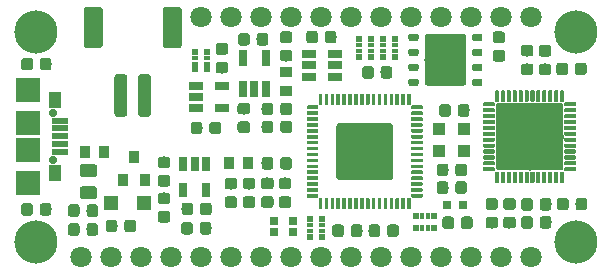
<source format=gbr>
G04 #@! TF.GenerationSoftware,KiCad,Pcbnew,(5.1.2)-1*
G04 #@! TF.CreationDate,2019-07-17T10:41:17+10:00*
G04 #@! TF.ProjectId,iCE40-fpga,69434534-302d-4667-9067-612e6b696361,rev?*
G04 #@! TF.SameCoordinates,Original*
G04 #@! TF.FileFunction,Soldermask,Top*
G04 #@! TF.FilePolarity,Negative*
%FSLAX46Y46*%
G04 Gerber Fmt 4.6, Leading zero omitted, Abs format (unit mm)*
G04 Created by KiCad (PCBNEW (5.1.2)-1) date 2019-07-17 10:41:17*
%MOMM*%
%LPD*%
G04 APERTURE LIST*
%ADD10C,0.100000*%
%ADD11C,1.602000*%
%ADD12C,1.102000*%
%ADD13R,0.752000X1.322000*%
%ADD14C,0.352000*%
%ADD15C,5.702000*%
%ADD16R,1.102000X0.952000*%
%ADD17R,0.952000X1.102000*%
%ADD18R,0.602000X0.502000*%
%ADD19R,0.602000X0.402000*%
%ADD20C,1.802000*%
%ADD21C,3.658000*%
%ADD22R,0.502000X0.602000*%
%ADD23R,0.402000X0.602000*%
%ADD24C,0.977000*%
%ADD25C,0.602000*%
%ADD26C,3.502000*%
%ADD27R,1.452000X0.502000*%
%ADD28C,0.702000*%
%ADD29R,1.102000X1.452000*%
%ADD30R,2.002000X2.002000*%
%ADD31C,1.077000*%
%ADD32C,0.302000*%
%ADD33C,4.802000*%
%ADD34R,1.002000X1.102000*%
%ADD35R,1.162000X0.752000*%
%ADD36R,0.802000X0.652000*%
%ADD37R,1.202000X1.202000*%
%ADD38R,0.702000X0.802000*%
%ADD39R,0.902000X1.002000*%
%ADD40R,0.752000X1.162000*%
G04 APERTURE END LIST*
D10*
G36*
X33810171Y-22850286D02*
G01*
X33836089Y-22854130D01*
X33861506Y-22860497D01*
X33886176Y-22869324D01*
X33909863Y-22880527D01*
X33932337Y-22893998D01*
X33953383Y-22909606D01*
X33972798Y-22927202D01*
X33990394Y-22946617D01*
X34006002Y-22967663D01*
X34019473Y-22990137D01*
X34030676Y-23013824D01*
X34039503Y-23038494D01*
X34045870Y-23063911D01*
X34049714Y-23089829D01*
X34051000Y-23116000D01*
X34051000Y-26084000D01*
X34049714Y-26110171D01*
X34045870Y-26136089D01*
X34039503Y-26161506D01*
X34030676Y-26186176D01*
X34019473Y-26209863D01*
X34006002Y-26232337D01*
X33990394Y-26253383D01*
X33972798Y-26272798D01*
X33953383Y-26290394D01*
X33932337Y-26306002D01*
X33909863Y-26319473D01*
X33886176Y-26330676D01*
X33861506Y-26339503D01*
X33836089Y-26345870D01*
X33810171Y-26349714D01*
X33784000Y-26351000D01*
X32716000Y-26351000D01*
X32689829Y-26349714D01*
X32663911Y-26345870D01*
X32638494Y-26339503D01*
X32613824Y-26330676D01*
X32590137Y-26319473D01*
X32567663Y-26306002D01*
X32546617Y-26290394D01*
X32527202Y-26272798D01*
X32509606Y-26253383D01*
X32493998Y-26232337D01*
X32480527Y-26209863D01*
X32469324Y-26186176D01*
X32460497Y-26161506D01*
X32454130Y-26136089D01*
X32450286Y-26110171D01*
X32449000Y-26084000D01*
X32449000Y-23116000D01*
X32450286Y-23089829D01*
X32454130Y-23063911D01*
X32460497Y-23038494D01*
X32469324Y-23013824D01*
X32480527Y-22990137D01*
X32493998Y-22967663D01*
X32509606Y-22946617D01*
X32527202Y-22927202D01*
X32546617Y-22909606D01*
X32567663Y-22893998D01*
X32590137Y-22880527D01*
X32613824Y-22869324D01*
X32638494Y-22860497D01*
X32663911Y-22854130D01*
X32689829Y-22850286D01*
X32716000Y-22849000D01*
X33784000Y-22849000D01*
X33810171Y-22850286D01*
X33810171Y-22850286D01*
G37*
D11*
X33250000Y-24600000D03*
D10*
G36*
X40510171Y-22850286D02*
G01*
X40536089Y-22854130D01*
X40561506Y-22860497D01*
X40586176Y-22869324D01*
X40609863Y-22880527D01*
X40632337Y-22893998D01*
X40653383Y-22909606D01*
X40672798Y-22927202D01*
X40690394Y-22946617D01*
X40706002Y-22967663D01*
X40719473Y-22990137D01*
X40730676Y-23013824D01*
X40739503Y-23038494D01*
X40745870Y-23063911D01*
X40749714Y-23089829D01*
X40751000Y-23116000D01*
X40751000Y-26084000D01*
X40749714Y-26110171D01*
X40745870Y-26136089D01*
X40739503Y-26161506D01*
X40730676Y-26186176D01*
X40719473Y-26209863D01*
X40706002Y-26232337D01*
X40690394Y-26253383D01*
X40672798Y-26272798D01*
X40653383Y-26290394D01*
X40632337Y-26306002D01*
X40609863Y-26319473D01*
X40586176Y-26330676D01*
X40561506Y-26339503D01*
X40536089Y-26345870D01*
X40510171Y-26349714D01*
X40484000Y-26351000D01*
X39416000Y-26351000D01*
X39389829Y-26349714D01*
X39363911Y-26345870D01*
X39338494Y-26339503D01*
X39313824Y-26330676D01*
X39290137Y-26319473D01*
X39267663Y-26306002D01*
X39246617Y-26290394D01*
X39227202Y-26272798D01*
X39209606Y-26253383D01*
X39193998Y-26232337D01*
X39180527Y-26209863D01*
X39169324Y-26186176D01*
X39160497Y-26161506D01*
X39154130Y-26136089D01*
X39150286Y-26110171D01*
X39149000Y-26084000D01*
X39149000Y-23116000D01*
X39150286Y-23089829D01*
X39154130Y-23063911D01*
X39160497Y-23038494D01*
X39169324Y-23013824D01*
X39180527Y-22990137D01*
X39193998Y-22967663D01*
X39209606Y-22946617D01*
X39227202Y-22927202D01*
X39246617Y-22909606D01*
X39267663Y-22893998D01*
X39290137Y-22880527D01*
X39313824Y-22869324D01*
X39338494Y-22860497D01*
X39363911Y-22854130D01*
X39389829Y-22850286D01*
X39416000Y-22849000D01*
X40484000Y-22849000D01*
X40510171Y-22850286D01*
X40510171Y-22850286D01*
G37*
D11*
X39950000Y-24600000D03*
D10*
G36*
X35902504Y-28550327D02*
G01*
X35929247Y-28554294D01*
X35955473Y-28560863D01*
X35980929Y-28569971D01*
X36005370Y-28581531D01*
X36028560Y-28595430D01*
X36050275Y-28611536D01*
X36070308Y-28629692D01*
X36088464Y-28649725D01*
X36104570Y-28671440D01*
X36118469Y-28694630D01*
X36130029Y-28719071D01*
X36139137Y-28744527D01*
X36145706Y-28770753D01*
X36149673Y-28797496D01*
X36151000Y-28824500D01*
X36151000Y-31875500D01*
X36149673Y-31902504D01*
X36145706Y-31929247D01*
X36139137Y-31955473D01*
X36130029Y-31980929D01*
X36118469Y-32005370D01*
X36104570Y-32028560D01*
X36088464Y-32050275D01*
X36070308Y-32070308D01*
X36050275Y-32088464D01*
X36028560Y-32104570D01*
X36005370Y-32118469D01*
X35980929Y-32130029D01*
X35955473Y-32139137D01*
X35929247Y-32145706D01*
X35902504Y-32149673D01*
X35875500Y-32151000D01*
X35324500Y-32151000D01*
X35297496Y-32149673D01*
X35270753Y-32145706D01*
X35244527Y-32139137D01*
X35219071Y-32130029D01*
X35194630Y-32118469D01*
X35171440Y-32104570D01*
X35149725Y-32088464D01*
X35129692Y-32070308D01*
X35111536Y-32050275D01*
X35095430Y-32028560D01*
X35081531Y-32005370D01*
X35069971Y-31980929D01*
X35060863Y-31955473D01*
X35054294Y-31929247D01*
X35050327Y-31902504D01*
X35049000Y-31875500D01*
X35049000Y-28824500D01*
X35050327Y-28797496D01*
X35054294Y-28770753D01*
X35060863Y-28744527D01*
X35069971Y-28719071D01*
X35081531Y-28694630D01*
X35095430Y-28671440D01*
X35111536Y-28649725D01*
X35129692Y-28629692D01*
X35149725Y-28611536D01*
X35171440Y-28595430D01*
X35194630Y-28581531D01*
X35219071Y-28569971D01*
X35244527Y-28560863D01*
X35270753Y-28554294D01*
X35297496Y-28550327D01*
X35324500Y-28549000D01*
X35875500Y-28549000D01*
X35902504Y-28550327D01*
X35902504Y-28550327D01*
G37*
D12*
X35600000Y-30350000D03*
D10*
G36*
X37902504Y-28550327D02*
G01*
X37929247Y-28554294D01*
X37955473Y-28560863D01*
X37980929Y-28569971D01*
X38005370Y-28581531D01*
X38028560Y-28595430D01*
X38050275Y-28611536D01*
X38070308Y-28629692D01*
X38088464Y-28649725D01*
X38104570Y-28671440D01*
X38118469Y-28694630D01*
X38130029Y-28719071D01*
X38139137Y-28744527D01*
X38145706Y-28770753D01*
X38149673Y-28797496D01*
X38151000Y-28824500D01*
X38151000Y-31875500D01*
X38149673Y-31902504D01*
X38145706Y-31929247D01*
X38139137Y-31955473D01*
X38130029Y-31980929D01*
X38118469Y-32005370D01*
X38104570Y-32028560D01*
X38088464Y-32050275D01*
X38070308Y-32070308D01*
X38050275Y-32088464D01*
X38028560Y-32104570D01*
X38005370Y-32118469D01*
X37980929Y-32130029D01*
X37955473Y-32139137D01*
X37929247Y-32145706D01*
X37902504Y-32149673D01*
X37875500Y-32151000D01*
X37324500Y-32151000D01*
X37297496Y-32149673D01*
X37270753Y-32145706D01*
X37244527Y-32139137D01*
X37219071Y-32130029D01*
X37194630Y-32118469D01*
X37171440Y-32104570D01*
X37149725Y-32088464D01*
X37129692Y-32070308D01*
X37111536Y-32050275D01*
X37095430Y-32028560D01*
X37081531Y-32005370D01*
X37069971Y-31980929D01*
X37060863Y-31955473D01*
X37054294Y-31929247D01*
X37050327Y-31902504D01*
X37049000Y-31875500D01*
X37049000Y-28824500D01*
X37050327Y-28797496D01*
X37054294Y-28770753D01*
X37060863Y-28744527D01*
X37069971Y-28719071D01*
X37081531Y-28694630D01*
X37095430Y-28671440D01*
X37111536Y-28649725D01*
X37129692Y-28629692D01*
X37149725Y-28611536D01*
X37171440Y-28595430D01*
X37194630Y-28581531D01*
X37219071Y-28569971D01*
X37244527Y-28560863D01*
X37270753Y-28554294D01*
X37297496Y-28550327D01*
X37324500Y-28549000D01*
X37875500Y-28549000D01*
X37902504Y-28550327D01*
X37902504Y-28550327D01*
G37*
D12*
X37600000Y-30350000D03*
D13*
X45950000Y-27190000D03*
X47850000Y-27190000D03*
X47850000Y-29810000D03*
X46900000Y-29810000D03*
X45950000Y-29810000D03*
D10*
G36*
X74046626Y-30924424D02*
G01*
X74055168Y-30925691D01*
X74063545Y-30927789D01*
X74071676Y-30930699D01*
X74079483Y-30934391D01*
X74086890Y-30938831D01*
X74093827Y-30943975D01*
X74100225Y-30949775D01*
X74106025Y-30956173D01*
X74111169Y-30963110D01*
X74115609Y-30970517D01*
X74119301Y-30978324D01*
X74122211Y-30986455D01*
X74124309Y-30994832D01*
X74125576Y-31003374D01*
X74126000Y-31012000D01*
X74126000Y-31188000D01*
X74125576Y-31196626D01*
X74124309Y-31205168D01*
X74122211Y-31213545D01*
X74119301Y-31221676D01*
X74115609Y-31229483D01*
X74111169Y-31236890D01*
X74106025Y-31243827D01*
X74100225Y-31250225D01*
X74093827Y-31256025D01*
X74086890Y-31261169D01*
X74079483Y-31265609D01*
X74071676Y-31269301D01*
X74063545Y-31272211D01*
X74055168Y-31274309D01*
X74046626Y-31275576D01*
X74038000Y-31276000D01*
X73237000Y-31276000D01*
X73228374Y-31275576D01*
X73219832Y-31274309D01*
X73211455Y-31272211D01*
X73203324Y-31269301D01*
X73195517Y-31265609D01*
X73188110Y-31261169D01*
X73181173Y-31256025D01*
X73174775Y-31250225D01*
X73168975Y-31243827D01*
X73163831Y-31236890D01*
X73159391Y-31229483D01*
X73155699Y-31221676D01*
X73152789Y-31213545D01*
X73150691Y-31205168D01*
X73149424Y-31196626D01*
X73149000Y-31188000D01*
X73149000Y-31012000D01*
X73149424Y-31003374D01*
X73150691Y-30994832D01*
X73152789Y-30986455D01*
X73155699Y-30978324D01*
X73159391Y-30970517D01*
X73163831Y-30963110D01*
X73168975Y-30956173D01*
X73174775Y-30949775D01*
X73181173Y-30943975D01*
X73188110Y-30938831D01*
X73195517Y-30934391D01*
X73203324Y-30930699D01*
X73211455Y-30927789D01*
X73219832Y-30925691D01*
X73228374Y-30924424D01*
X73237000Y-30924000D01*
X74038000Y-30924000D01*
X74046626Y-30924424D01*
X74046626Y-30924424D01*
G37*
D14*
X73637500Y-31100000D03*
D10*
G36*
X74046626Y-31424424D02*
G01*
X74055168Y-31425691D01*
X74063545Y-31427789D01*
X74071676Y-31430699D01*
X74079483Y-31434391D01*
X74086890Y-31438831D01*
X74093827Y-31443975D01*
X74100225Y-31449775D01*
X74106025Y-31456173D01*
X74111169Y-31463110D01*
X74115609Y-31470517D01*
X74119301Y-31478324D01*
X74122211Y-31486455D01*
X74124309Y-31494832D01*
X74125576Y-31503374D01*
X74126000Y-31512000D01*
X74126000Y-31688000D01*
X74125576Y-31696626D01*
X74124309Y-31705168D01*
X74122211Y-31713545D01*
X74119301Y-31721676D01*
X74115609Y-31729483D01*
X74111169Y-31736890D01*
X74106025Y-31743827D01*
X74100225Y-31750225D01*
X74093827Y-31756025D01*
X74086890Y-31761169D01*
X74079483Y-31765609D01*
X74071676Y-31769301D01*
X74063545Y-31772211D01*
X74055168Y-31774309D01*
X74046626Y-31775576D01*
X74038000Y-31776000D01*
X73237000Y-31776000D01*
X73228374Y-31775576D01*
X73219832Y-31774309D01*
X73211455Y-31772211D01*
X73203324Y-31769301D01*
X73195517Y-31765609D01*
X73188110Y-31761169D01*
X73181173Y-31756025D01*
X73174775Y-31750225D01*
X73168975Y-31743827D01*
X73163831Y-31736890D01*
X73159391Y-31729483D01*
X73155699Y-31721676D01*
X73152789Y-31713545D01*
X73150691Y-31705168D01*
X73149424Y-31696626D01*
X73149000Y-31688000D01*
X73149000Y-31512000D01*
X73149424Y-31503374D01*
X73150691Y-31494832D01*
X73152789Y-31486455D01*
X73155699Y-31478324D01*
X73159391Y-31470517D01*
X73163831Y-31463110D01*
X73168975Y-31456173D01*
X73174775Y-31449775D01*
X73181173Y-31443975D01*
X73188110Y-31438831D01*
X73195517Y-31434391D01*
X73203324Y-31430699D01*
X73211455Y-31427789D01*
X73219832Y-31425691D01*
X73228374Y-31424424D01*
X73237000Y-31424000D01*
X74038000Y-31424000D01*
X74046626Y-31424424D01*
X74046626Y-31424424D01*
G37*
D14*
X73637500Y-31600000D03*
D10*
G36*
X74046626Y-31924424D02*
G01*
X74055168Y-31925691D01*
X74063545Y-31927789D01*
X74071676Y-31930699D01*
X74079483Y-31934391D01*
X74086890Y-31938831D01*
X74093827Y-31943975D01*
X74100225Y-31949775D01*
X74106025Y-31956173D01*
X74111169Y-31963110D01*
X74115609Y-31970517D01*
X74119301Y-31978324D01*
X74122211Y-31986455D01*
X74124309Y-31994832D01*
X74125576Y-32003374D01*
X74126000Y-32012000D01*
X74126000Y-32188000D01*
X74125576Y-32196626D01*
X74124309Y-32205168D01*
X74122211Y-32213545D01*
X74119301Y-32221676D01*
X74115609Y-32229483D01*
X74111169Y-32236890D01*
X74106025Y-32243827D01*
X74100225Y-32250225D01*
X74093827Y-32256025D01*
X74086890Y-32261169D01*
X74079483Y-32265609D01*
X74071676Y-32269301D01*
X74063545Y-32272211D01*
X74055168Y-32274309D01*
X74046626Y-32275576D01*
X74038000Y-32276000D01*
X73237000Y-32276000D01*
X73228374Y-32275576D01*
X73219832Y-32274309D01*
X73211455Y-32272211D01*
X73203324Y-32269301D01*
X73195517Y-32265609D01*
X73188110Y-32261169D01*
X73181173Y-32256025D01*
X73174775Y-32250225D01*
X73168975Y-32243827D01*
X73163831Y-32236890D01*
X73159391Y-32229483D01*
X73155699Y-32221676D01*
X73152789Y-32213545D01*
X73150691Y-32205168D01*
X73149424Y-32196626D01*
X73149000Y-32188000D01*
X73149000Y-32012000D01*
X73149424Y-32003374D01*
X73150691Y-31994832D01*
X73152789Y-31986455D01*
X73155699Y-31978324D01*
X73159391Y-31970517D01*
X73163831Y-31963110D01*
X73168975Y-31956173D01*
X73174775Y-31949775D01*
X73181173Y-31943975D01*
X73188110Y-31938831D01*
X73195517Y-31934391D01*
X73203324Y-31930699D01*
X73211455Y-31927789D01*
X73219832Y-31925691D01*
X73228374Y-31924424D01*
X73237000Y-31924000D01*
X74038000Y-31924000D01*
X74046626Y-31924424D01*
X74046626Y-31924424D01*
G37*
D14*
X73637500Y-32100000D03*
D10*
G36*
X74046626Y-32424424D02*
G01*
X74055168Y-32425691D01*
X74063545Y-32427789D01*
X74071676Y-32430699D01*
X74079483Y-32434391D01*
X74086890Y-32438831D01*
X74093827Y-32443975D01*
X74100225Y-32449775D01*
X74106025Y-32456173D01*
X74111169Y-32463110D01*
X74115609Y-32470517D01*
X74119301Y-32478324D01*
X74122211Y-32486455D01*
X74124309Y-32494832D01*
X74125576Y-32503374D01*
X74126000Y-32512000D01*
X74126000Y-32688000D01*
X74125576Y-32696626D01*
X74124309Y-32705168D01*
X74122211Y-32713545D01*
X74119301Y-32721676D01*
X74115609Y-32729483D01*
X74111169Y-32736890D01*
X74106025Y-32743827D01*
X74100225Y-32750225D01*
X74093827Y-32756025D01*
X74086890Y-32761169D01*
X74079483Y-32765609D01*
X74071676Y-32769301D01*
X74063545Y-32772211D01*
X74055168Y-32774309D01*
X74046626Y-32775576D01*
X74038000Y-32776000D01*
X73237000Y-32776000D01*
X73228374Y-32775576D01*
X73219832Y-32774309D01*
X73211455Y-32772211D01*
X73203324Y-32769301D01*
X73195517Y-32765609D01*
X73188110Y-32761169D01*
X73181173Y-32756025D01*
X73174775Y-32750225D01*
X73168975Y-32743827D01*
X73163831Y-32736890D01*
X73159391Y-32729483D01*
X73155699Y-32721676D01*
X73152789Y-32713545D01*
X73150691Y-32705168D01*
X73149424Y-32696626D01*
X73149000Y-32688000D01*
X73149000Y-32512000D01*
X73149424Y-32503374D01*
X73150691Y-32494832D01*
X73152789Y-32486455D01*
X73155699Y-32478324D01*
X73159391Y-32470517D01*
X73163831Y-32463110D01*
X73168975Y-32456173D01*
X73174775Y-32449775D01*
X73181173Y-32443975D01*
X73188110Y-32438831D01*
X73195517Y-32434391D01*
X73203324Y-32430699D01*
X73211455Y-32427789D01*
X73219832Y-32425691D01*
X73228374Y-32424424D01*
X73237000Y-32424000D01*
X74038000Y-32424000D01*
X74046626Y-32424424D01*
X74046626Y-32424424D01*
G37*
D14*
X73637500Y-32600000D03*
D10*
G36*
X74046626Y-32924424D02*
G01*
X74055168Y-32925691D01*
X74063545Y-32927789D01*
X74071676Y-32930699D01*
X74079483Y-32934391D01*
X74086890Y-32938831D01*
X74093827Y-32943975D01*
X74100225Y-32949775D01*
X74106025Y-32956173D01*
X74111169Y-32963110D01*
X74115609Y-32970517D01*
X74119301Y-32978324D01*
X74122211Y-32986455D01*
X74124309Y-32994832D01*
X74125576Y-33003374D01*
X74126000Y-33012000D01*
X74126000Y-33188000D01*
X74125576Y-33196626D01*
X74124309Y-33205168D01*
X74122211Y-33213545D01*
X74119301Y-33221676D01*
X74115609Y-33229483D01*
X74111169Y-33236890D01*
X74106025Y-33243827D01*
X74100225Y-33250225D01*
X74093827Y-33256025D01*
X74086890Y-33261169D01*
X74079483Y-33265609D01*
X74071676Y-33269301D01*
X74063545Y-33272211D01*
X74055168Y-33274309D01*
X74046626Y-33275576D01*
X74038000Y-33276000D01*
X73237000Y-33276000D01*
X73228374Y-33275576D01*
X73219832Y-33274309D01*
X73211455Y-33272211D01*
X73203324Y-33269301D01*
X73195517Y-33265609D01*
X73188110Y-33261169D01*
X73181173Y-33256025D01*
X73174775Y-33250225D01*
X73168975Y-33243827D01*
X73163831Y-33236890D01*
X73159391Y-33229483D01*
X73155699Y-33221676D01*
X73152789Y-33213545D01*
X73150691Y-33205168D01*
X73149424Y-33196626D01*
X73149000Y-33188000D01*
X73149000Y-33012000D01*
X73149424Y-33003374D01*
X73150691Y-32994832D01*
X73152789Y-32986455D01*
X73155699Y-32978324D01*
X73159391Y-32970517D01*
X73163831Y-32963110D01*
X73168975Y-32956173D01*
X73174775Y-32949775D01*
X73181173Y-32943975D01*
X73188110Y-32938831D01*
X73195517Y-32934391D01*
X73203324Y-32930699D01*
X73211455Y-32927789D01*
X73219832Y-32925691D01*
X73228374Y-32924424D01*
X73237000Y-32924000D01*
X74038000Y-32924000D01*
X74046626Y-32924424D01*
X74046626Y-32924424D01*
G37*
D14*
X73637500Y-33100000D03*
D10*
G36*
X74046626Y-33424424D02*
G01*
X74055168Y-33425691D01*
X74063545Y-33427789D01*
X74071676Y-33430699D01*
X74079483Y-33434391D01*
X74086890Y-33438831D01*
X74093827Y-33443975D01*
X74100225Y-33449775D01*
X74106025Y-33456173D01*
X74111169Y-33463110D01*
X74115609Y-33470517D01*
X74119301Y-33478324D01*
X74122211Y-33486455D01*
X74124309Y-33494832D01*
X74125576Y-33503374D01*
X74126000Y-33512000D01*
X74126000Y-33688000D01*
X74125576Y-33696626D01*
X74124309Y-33705168D01*
X74122211Y-33713545D01*
X74119301Y-33721676D01*
X74115609Y-33729483D01*
X74111169Y-33736890D01*
X74106025Y-33743827D01*
X74100225Y-33750225D01*
X74093827Y-33756025D01*
X74086890Y-33761169D01*
X74079483Y-33765609D01*
X74071676Y-33769301D01*
X74063545Y-33772211D01*
X74055168Y-33774309D01*
X74046626Y-33775576D01*
X74038000Y-33776000D01*
X73237000Y-33776000D01*
X73228374Y-33775576D01*
X73219832Y-33774309D01*
X73211455Y-33772211D01*
X73203324Y-33769301D01*
X73195517Y-33765609D01*
X73188110Y-33761169D01*
X73181173Y-33756025D01*
X73174775Y-33750225D01*
X73168975Y-33743827D01*
X73163831Y-33736890D01*
X73159391Y-33729483D01*
X73155699Y-33721676D01*
X73152789Y-33713545D01*
X73150691Y-33705168D01*
X73149424Y-33696626D01*
X73149000Y-33688000D01*
X73149000Y-33512000D01*
X73149424Y-33503374D01*
X73150691Y-33494832D01*
X73152789Y-33486455D01*
X73155699Y-33478324D01*
X73159391Y-33470517D01*
X73163831Y-33463110D01*
X73168975Y-33456173D01*
X73174775Y-33449775D01*
X73181173Y-33443975D01*
X73188110Y-33438831D01*
X73195517Y-33434391D01*
X73203324Y-33430699D01*
X73211455Y-33427789D01*
X73219832Y-33425691D01*
X73228374Y-33424424D01*
X73237000Y-33424000D01*
X74038000Y-33424000D01*
X74046626Y-33424424D01*
X74046626Y-33424424D01*
G37*
D14*
X73637500Y-33600000D03*
D10*
G36*
X74046626Y-33924424D02*
G01*
X74055168Y-33925691D01*
X74063545Y-33927789D01*
X74071676Y-33930699D01*
X74079483Y-33934391D01*
X74086890Y-33938831D01*
X74093827Y-33943975D01*
X74100225Y-33949775D01*
X74106025Y-33956173D01*
X74111169Y-33963110D01*
X74115609Y-33970517D01*
X74119301Y-33978324D01*
X74122211Y-33986455D01*
X74124309Y-33994832D01*
X74125576Y-34003374D01*
X74126000Y-34012000D01*
X74126000Y-34188000D01*
X74125576Y-34196626D01*
X74124309Y-34205168D01*
X74122211Y-34213545D01*
X74119301Y-34221676D01*
X74115609Y-34229483D01*
X74111169Y-34236890D01*
X74106025Y-34243827D01*
X74100225Y-34250225D01*
X74093827Y-34256025D01*
X74086890Y-34261169D01*
X74079483Y-34265609D01*
X74071676Y-34269301D01*
X74063545Y-34272211D01*
X74055168Y-34274309D01*
X74046626Y-34275576D01*
X74038000Y-34276000D01*
X73237000Y-34276000D01*
X73228374Y-34275576D01*
X73219832Y-34274309D01*
X73211455Y-34272211D01*
X73203324Y-34269301D01*
X73195517Y-34265609D01*
X73188110Y-34261169D01*
X73181173Y-34256025D01*
X73174775Y-34250225D01*
X73168975Y-34243827D01*
X73163831Y-34236890D01*
X73159391Y-34229483D01*
X73155699Y-34221676D01*
X73152789Y-34213545D01*
X73150691Y-34205168D01*
X73149424Y-34196626D01*
X73149000Y-34188000D01*
X73149000Y-34012000D01*
X73149424Y-34003374D01*
X73150691Y-33994832D01*
X73152789Y-33986455D01*
X73155699Y-33978324D01*
X73159391Y-33970517D01*
X73163831Y-33963110D01*
X73168975Y-33956173D01*
X73174775Y-33949775D01*
X73181173Y-33943975D01*
X73188110Y-33938831D01*
X73195517Y-33934391D01*
X73203324Y-33930699D01*
X73211455Y-33927789D01*
X73219832Y-33925691D01*
X73228374Y-33924424D01*
X73237000Y-33924000D01*
X74038000Y-33924000D01*
X74046626Y-33924424D01*
X74046626Y-33924424D01*
G37*
D14*
X73637500Y-34100000D03*
D10*
G36*
X74046626Y-34424424D02*
G01*
X74055168Y-34425691D01*
X74063545Y-34427789D01*
X74071676Y-34430699D01*
X74079483Y-34434391D01*
X74086890Y-34438831D01*
X74093827Y-34443975D01*
X74100225Y-34449775D01*
X74106025Y-34456173D01*
X74111169Y-34463110D01*
X74115609Y-34470517D01*
X74119301Y-34478324D01*
X74122211Y-34486455D01*
X74124309Y-34494832D01*
X74125576Y-34503374D01*
X74126000Y-34512000D01*
X74126000Y-34688000D01*
X74125576Y-34696626D01*
X74124309Y-34705168D01*
X74122211Y-34713545D01*
X74119301Y-34721676D01*
X74115609Y-34729483D01*
X74111169Y-34736890D01*
X74106025Y-34743827D01*
X74100225Y-34750225D01*
X74093827Y-34756025D01*
X74086890Y-34761169D01*
X74079483Y-34765609D01*
X74071676Y-34769301D01*
X74063545Y-34772211D01*
X74055168Y-34774309D01*
X74046626Y-34775576D01*
X74038000Y-34776000D01*
X73237000Y-34776000D01*
X73228374Y-34775576D01*
X73219832Y-34774309D01*
X73211455Y-34772211D01*
X73203324Y-34769301D01*
X73195517Y-34765609D01*
X73188110Y-34761169D01*
X73181173Y-34756025D01*
X73174775Y-34750225D01*
X73168975Y-34743827D01*
X73163831Y-34736890D01*
X73159391Y-34729483D01*
X73155699Y-34721676D01*
X73152789Y-34713545D01*
X73150691Y-34705168D01*
X73149424Y-34696626D01*
X73149000Y-34688000D01*
X73149000Y-34512000D01*
X73149424Y-34503374D01*
X73150691Y-34494832D01*
X73152789Y-34486455D01*
X73155699Y-34478324D01*
X73159391Y-34470517D01*
X73163831Y-34463110D01*
X73168975Y-34456173D01*
X73174775Y-34449775D01*
X73181173Y-34443975D01*
X73188110Y-34438831D01*
X73195517Y-34434391D01*
X73203324Y-34430699D01*
X73211455Y-34427789D01*
X73219832Y-34425691D01*
X73228374Y-34424424D01*
X73237000Y-34424000D01*
X74038000Y-34424000D01*
X74046626Y-34424424D01*
X74046626Y-34424424D01*
G37*
D14*
X73637500Y-34600000D03*
D10*
G36*
X74046626Y-34924424D02*
G01*
X74055168Y-34925691D01*
X74063545Y-34927789D01*
X74071676Y-34930699D01*
X74079483Y-34934391D01*
X74086890Y-34938831D01*
X74093827Y-34943975D01*
X74100225Y-34949775D01*
X74106025Y-34956173D01*
X74111169Y-34963110D01*
X74115609Y-34970517D01*
X74119301Y-34978324D01*
X74122211Y-34986455D01*
X74124309Y-34994832D01*
X74125576Y-35003374D01*
X74126000Y-35012000D01*
X74126000Y-35188000D01*
X74125576Y-35196626D01*
X74124309Y-35205168D01*
X74122211Y-35213545D01*
X74119301Y-35221676D01*
X74115609Y-35229483D01*
X74111169Y-35236890D01*
X74106025Y-35243827D01*
X74100225Y-35250225D01*
X74093827Y-35256025D01*
X74086890Y-35261169D01*
X74079483Y-35265609D01*
X74071676Y-35269301D01*
X74063545Y-35272211D01*
X74055168Y-35274309D01*
X74046626Y-35275576D01*
X74038000Y-35276000D01*
X73237000Y-35276000D01*
X73228374Y-35275576D01*
X73219832Y-35274309D01*
X73211455Y-35272211D01*
X73203324Y-35269301D01*
X73195517Y-35265609D01*
X73188110Y-35261169D01*
X73181173Y-35256025D01*
X73174775Y-35250225D01*
X73168975Y-35243827D01*
X73163831Y-35236890D01*
X73159391Y-35229483D01*
X73155699Y-35221676D01*
X73152789Y-35213545D01*
X73150691Y-35205168D01*
X73149424Y-35196626D01*
X73149000Y-35188000D01*
X73149000Y-35012000D01*
X73149424Y-35003374D01*
X73150691Y-34994832D01*
X73152789Y-34986455D01*
X73155699Y-34978324D01*
X73159391Y-34970517D01*
X73163831Y-34963110D01*
X73168975Y-34956173D01*
X73174775Y-34949775D01*
X73181173Y-34943975D01*
X73188110Y-34938831D01*
X73195517Y-34934391D01*
X73203324Y-34930699D01*
X73211455Y-34927789D01*
X73219832Y-34925691D01*
X73228374Y-34924424D01*
X73237000Y-34924000D01*
X74038000Y-34924000D01*
X74046626Y-34924424D01*
X74046626Y-34924424D01*
G37*
D14*
X73637500Y-35100000D03*
D10*
G36*
X74046626Y-35424424D02*
G01*
X74055168Y-35425691D01*
X74063545Y-35427789D01*
X74071676Y-35430699D01*
X74079483Y-35434391D01*
X74086890Y-35438831D01*
X74093827Y-35443975D01*
X74100225Y-35449775D01*
X74106025Y-35456173D01*
X74111169Y-35463110D01*
X74115609Y-35470517D01*
X74119301Y-35478324D01*
X74122211Y-35486455D01*
X74124309Y-35494832D01*
X74125576Y-35503374D01*
X74126000Y-35512000D01*
X74126000Y-35688000D01*
X74125576Y-35696626D01*
X74124309Y-35705168D01*
X74122211Y-35713545D01*
X74119301Y-35721676D01*
X74115609Y-35729483D01*
X74111169Y-35736890D01*
X74106025Y-35743827D01*
X74100225Y-35750225D01*
X74093827Y-35756025D01*
X74086890Y-35761169D01*
X74079483Y-35765609D01*
X74071676Y-35769301D01*
X74063545Y-35772211D01*
X74055168Y-35774309D01*
X74046626Y-35775576D01*
X74038000Y-35776000D01*
X73237000Y-35776000D01*
X73228374Y-35775576D01*
X73219832Y-35774309D01*
X73211455Y-35772211D01*
X73203324Y-35769301D01*
X73195517Y-35765609D01*
X73188110Y-35761169D01*
X73181173Y-35756025D01*
X73174775Y-35750225D01*
X73168975Y-35743827D01*
X73163831Y-35736890D01*
X73159391Y-35729483D01*
X73155699Y-35721676D01*
X73152789Y-35713545D01*
X73150691Y-35705168D01*
X73149424Y-35696626D01*
X73149000Y-35688000D01*
X73149000Y-35512000D01*
X73149424Y-35503374D01*
X73150691Y-35494832D01*
X73152789Y-35486455D01*
X73155699Y-35478324D01*
X73159391Y-35470517D01*
X73163831Y-35463110D01*
X73168975Y-35456173D01*
X73174775Y-35449775D01*
X73181173Y-35443975D01*
X73188110Y-35438831D01*
X73195517Y-35434391D01*
X73203324Y-35430699D01*
X73211455Y-35427789D01*
X73219832Y-35425691D01*
X73228374Y-35424424D01*
X73237000Y-35424000D01*
X74038000Y-35424000D01*
X74046626Y-35424424D01*
X74046626Y-35424424D01*
G37*
D14*
X73637500Y-35600000D03*
D10*
G36*
X74046626Y-35924424D02*
G01*
X74055168Y-35925691D01*
X74063545Y-35927789D01*
X74071676Y-35930699D01*
X74079483Y-35934391D01*
X74086890Y-35938831D01*
X74093827Y-35943975D01*
X74100225Y-35949775D01*
X74106025Y-35956173D01*
X74111169Y-35963110D01*
X74115609Y-35970517D01*
X74119301Y-35978324D01*
X74122211Y-35986455D01*
X74124309Y-35994832D01*
X74125576Y-36003374D01*
X74126000Y-36012000D01*
X74126000Y-36188000D01*
X74125576Y-36196626D01*
X74124309Y-36205168D01*
X74122211Y-36213545D01*
X74119301Y-36221676D01*
X74115609Y-36229483D01*
X74111169Y-36236890D01*
X74106025Y-36243827D01*
X74100225Y-36250225D01*
X74093827Y-36256025D01*
X74086890Y-36261169D01*
X74079483Y-36265609D01*
X74071676Y-36269301D01*
X74063545Y-36272211D01*
X74055168Y-36274309D01*
X74046626Y-36275576D01*
X74038000Y-36276000D01*
X73237000Y-36276000D01*
X73228374Y-36275576D01*
X73219832Y-36274309D01*
X73211455Y-36272211D01*
X73203324Y-36269301D01*
X73195517Y-36265609D01*
X73188110Y-36261169D01*
X73181173Y-36256025D01*
X73174775Y-36250225D01*
X73168975Y-36243827D01*
X73163831Y-36236890D01*
X73159391Y-36229483D01*
X73155699Y-36221676D01*
X73152789Y-36213545D01*
X73150691Y-36205168D01*
X73149424Y-36196626D01*
X73149000Y-36188000D01*
X73149000Y-36012000D01*
X73149424Y-36003374D01*
X73150691Y-35994832D01*
X73152789Y-35986455D01*
X73155699Y-35978324D01*
X73159391Y-35970517D01*
X73163831Y-35963110D01*
X73168975Y-35956173D01*
X73174775Y-35949775D01*
X73181173Y-35943975D01*
X73188110Y-35938831D01*
X73195517Y-35934391D01*
X73203324Y-35930699D01*
X73211455Y-35927789D01*
X73219832Y-35925691D01*
X73228374Y-35924424D01*
X73237000Y-35924000D01*
X74038000Y-35924000D01*
X74046626Y-35924424D01*
X74046626Y-35924424D01*
G37*
D14*
X73637500Y-36100000D03*
D10*
G36*
X74046626Y-36424424D02*
G01*
X74055168Y-36425691D01*
X74063545Y-36427789D01*
X74071676Y-36430699D01*
X74079483Y-36434391D01*
X74086890Y-36438831D01*
X74093827Y-36443975D01*
X74100225Y-36449775D01*
X74106025Y-36456173D01*
X74111169Y-36463110D01*
X74115609Y-36470517D01*
X74119301Y-36478324D01*
X74122211Y-36486455D01*
X74124309Y-36494832D01*
X74125576Y-36503374D01*
X74126000Y-36512000D01*
X74126000Y-36688000D01*
X74125576Y-36696626D01*
X74124309Y-36705168D01*
X74122211Y-36713545D01*
X74119301Y-36721676D01*
X74115609Y-36729483D01*
X74111169Y-36736890D01*
X74106025Y-36743827D01*
X74100225Y-36750225D01*
X74093827Y-36756025D01*
X74086890Y-36761169D01*
X74079483Y-36765609D01*
X74071676Y-36769301D01*
X74063545Y-36772211D01*
X74055168Y-36774309D01*
X74046626Y-36775576D01*
X74038000Y-36776000D01*
X73237000Y-36776000D01*
X73228374Y-36775576D01*
X73219832Y-36774309D01*
X73211455Y-36772211D01*
X73203324Y-36769301D01*
X73195517Y-36765609D01*
X73188110Y-36761169D01*
X73181173Y-36756025D01*
X73174775Y-36750225D01*
X73168975Y-36743827D01*
X73163831Y-36736890D01*
X73159391Y-36729483D01*
X73155699Y-36721676D01*
X73152789Y-36713545D01*
X73150691Y-36705168D01*
X73149424Y-36696626D01*
X73149000Y-36688000D01*
X73149000Y-36512000D01*
X73149424Y-36503374D01*
X73150691Y-36494832D01*
X73152789Y-36486455D01*
X73155699Y-36478324D01*
X73159391Y-36470517D01*
X73163831Y-36463110D01*
X73168975Y-36456173D01*
X73174775Y-36449775D01*
X73181173Y-36443975D01*
X73188110Y-36438831D01*
X73195517Y-36434391D01*
X73203324Y-36430699D01*
X73211455Y-36427789D01*
X73219832Y-36425691D01*
X73228374Y-36424424D01*
X73237000Y-36424000D01*
X74038000Y-36424000D01*
X74046626Y-36424424D01*
X74046626Y-36424424D01*
G37*
D14*
X73637500Y-36600000D03*
D10*
G36*
X73046626Y-36799424D02*
G01*
X73055168Y-36800691D01*
X73063545Y-36802789D01*
X73071676Y-36805699D01*
X73079483Y-36809391D01*
X73086890Y-36813831D01*
X73093827Y-36818975D01*
X73100225Y-36824775D01*
X73106025Y-36831173D01*
X73111169Y-36838110D01*
X73115609Y-36845517D01*
X73119301Y-36853324D01*
X73122211Y-36861455D01*
X73124309Y-36869832D01*
X73125576Y-36878374D01*
X73126000Y-36887000D01*
X73126000Y-37688000D01*
X73125576Y-37696626D01*
X73124309Y-37705168D01*
X73122211Y-37713545D01*
X73119301Y-37721676D01*
X73115609Y-37729483D01*
X73111169Y-37736890D01*
X73106025Y-37743827D01*
X73100225Y-37750225D01*
X73093827Y-37756025D01*
X73086890Y-37761169D01*
X73079483Y-37765609D01*
X73071676Y-37769301D01*
X73063545Y-37772211D01*
X73055168Y-37774309D01*
X73046626Y-37775576D01*
X73038000Y-37776000D01*
X72862000Y-37776000D01*
X72853374Y-37775576D01*
X72844832Y-37774309D01*
X72836455Y-37772211D01*
X72828324Y-37769301D01*
X72820517Y-37765609D01*
X72813110Y-37761169D01*
X72806173Y-37756025D01*
X72799775Y-37750225D01*
X72793975Y-37743827D01*
X72788831Y-37736890D01*
X72784391Y-37729483D01*
X72780699Y-37721676D01*
X72777789Y-37713545D01*
X72775691Y-37705168D01*
X72774424Y-37696626D01*
X72774000Y-37688000D01*
X72774000Y-36887000D01*
X72774424Y-36878374D01*
X72775691Y-36869832D01*
X72777789Y-36861455D01*
X72780699Y-36853324D01*
X72784391Y-36845517D01*
X72788831Y-36838110D01*
X72793975Y-36831173D01*
X72799775Y-36824775D01*
X72806173Y-36818975D01*
X72813110Y-36813831D01*
X72820517Y-36809391D01*
X72828324Y-36805699D01*
X72836455Y-36802789D01*
X72844832Y-36800691D01*
X72853374Y-36799424D01*
X72862000Y-36799000D01*
X73038000Y-36799000D01*
X73046626Y-36799424D01*
X73046626Y-36799424D01*
G37*
D14*
X72950000Y-37287500D03*
D10*
G36*
X72546626Y-36799424D02*
G01*
X72555168Y-36800691D01*
X72563545Y-36802789D01*
X72571676Y-36805699D01*
X72579483Y-36809391D01*
X72586890Y-36813831D01*
X72593827Y-36818975D01*
X72600225Y-36824775D01*
X72606025Y-36831173D01*
X72611169Y-36838110D01*
X72615609Y-36845517D01*
X72619301Y-36853324D01*
X72622211Y-36861455D01*
X72624309Y-36869832D01*
X72625576Y-36878374D01*
X72626000Y-36887000D01*
X72626000Y-37688000D01*
X72625576Y-37696626D01*
X72624309Y-37705168D01*
X72622211Y-37713545D01*
X72619301Y-37721676D01*
X72615609Y-37729483D01*
X72611169Y-37736890D01*
X72606025Y-37743827D01*
X72600225Y-37750225D01*
X72593827Y-37756025D01*
X72586890Y-37761169D01*
X72579483Y-37765609D01*
X72571676Y-37769301D01*
X72563545Y-37772211D01*
X72555168Y-37774309D01*
X72546626Y-37775576D01*
X72538000Y-37776000D01*
X72362000Y-37776000D01*
X72353374Y-37775576D01*
X72344832Y-37774309D01*
X72336455Y-37772211D01*
X72328324Y-37769301D01*
X72320517Y-37765609D01*
X72313110Y-37761169D01*
X72306173Y-37756025D01*
X72299775Y-37750225D01*
X72293975Y-37743827D01*
X72288831Y-37736890D01*
X72284391Y-37729483D01*
X72280699Y-37721676D01*
X72277789Y-37713545D01*
X72275691Y-37705168D01*
X72274424Y-37696626D01*
X72274000Y-37688000D01*
X72274000Y-36887000D01*
X72274424Y-36878374D01*
X72275691Y-36869832D01*
X72277789Y-36861455D01*
X72280699Y-36853324D01*
X72284391Y-36845517D01*
X72288831Y-36838110D01*
X72293975Y-36831173D01*
X72299775Y-36824775D01*
X72306173Y-36818975D01*
X72313110Y-36813831D01*
X72320517Y-36809391D01*
X72328324Y-36805699D01*
X72336455Y-36802789D01*
X72344832Y-36800691D01*
X72353374Y-36799424D01*
X72362000Y-36799000D01*
X72538000Y-36799000D01*
X72546626Y-36799424D01*
X72546626Y-36799424D01*
G37*
D14*
X72450000Y-37287500D03*
D10*
G36*
X72046626Y-36799424D02*
G01*
X72055168Y-36800691D01*
X72063545Y-36802789D01*
X72071676Y-36805699D01*
X72079483Y-36809391D01*
X72086890Y-36813831D01*
X72093827Y-36818975D01*
X72100225Y-36824775D01*
X72106025Y-36831173D01*
X72111169Y-36838110D01*
X72115609Y-36845517D01*
X72119301Y-36853324D01*
X72122211Y-36861455D01*
X72124309Y-36869832D01*
X72125576Y-36878374D01*
X72126000Y-36887000D01*
X72126000Y-37688000D01*
X72125576Y-37696626D01*
X72124309Y-37705168D01*
X72122211Y-37713545D01*
X72119301Y-37721676D01*
X72115609Y-37729483D01*
X72111169Y-37736890D01*
X72106025Y-37743827D01*
X72100225Y-37750225D01*
X72093827Y-37756025D01*
X72086890Y-37761169D01*
X72079483Y-37765609D01*
X72071676Y-37769301D01*
X72063545Y-37772211D01*
X72055168Y-37774309D01*
X72046626Y-37775576D01*
X72038000Y-37776000D01*
X71862000Y-37776000D01*
X71853374Y-37775576D01*
X71844832Y-37774309D01*
X71836455Y-37772211D01*
X71828324Y-37769301D01*
X71820517Y-37765609D01*
X71813110Y-37761169D01*
X71806173Y-37756025D01*
X71799775Y-37750225D01*
X71793975Y-37743827D01*
X71788831Y-37736890D01*
X71784391Y-37729483D01*
X71780699Y-37721676D01*
X71777789Y-37713545D01*
X71775691Y-37705168D01*
X71774424Y-37696626D01*
X71774000Y-37688000D01*
X71774000Y-36887000D01*
X71774424Y-36878374D01*
X71775691Y-36869832D01*
X71777789Y-36861455D01*
X71780699Y-36853324D01*
X71784391Y-36845517D01*
X71788831Y-36838110D01*
X71793975Y-36831173D01*
X71799775Y-36824775D01*
X71806173Y-36818975D01*
X71813110Y-36813831D01*
X71820517Y-36809391D01*
X71828324Y-36805699D01*
X71836455Y-36802789D01*
X71844832Y-36800691D01*
X71853374Y-36799424D01*
X71862000Y-36799000D01*
X72038000Y-36799000D01*
X72046626Y-36799424D01*
X72046626Y-36799424D01*
G37*
D14*
X71950000Y-37287500D03*
D10*
G36*
X71546626Y-36799424D02*
G01*
X71555168Y-36800691D01*
X71563545Y-36802789D01*
X71571676Y-36805699D01*
X71579483Y-36809391D01*
X71586890Y-36813831D01*
X71593827Y-36818975D01*
X71600225Y-36824775D01*
X71606025Y-36831173D01*
X71611169Y-36838110D01*
X71615609Y-36845517D01*
X71619301Y-36853324D01*
X71622211Y-36861455D01*
X71624309Y-36869832D01*
X71625576Y-36878374D01*
X71626000Y-36887000D01*
X71626000Y-37688000D01*
X71625576Y-37696626D01*
X71624309Y-37705168D01*
X71622211Y-37713545D01*
X71619301Y-37721676D01*
X71615609Y-37729483D01*
X71611169Y-37736890D01*
X71606025Y-37743827D01*
X71600225Y-37750225D01*
X71593827Y-37756025D01*
X71586890Y-37761169D01*
X71579483Y-37765609D01*
X71571676Y-37769301D01*
X71563545Y-37772211D01*
X71555168Y-37774309D01*
X71546626Y-37775576D01*
X71538000Y-37776000D01*
X71362000Y-37776000D01*
X71353374Y-37775576D01*
X71344832Y-37774309D01*
X71336455Y-37772211D01*
X71328324Y-37769301D01*
X71320517Y-37765609D01*
X71313110Y-37761169D01*
X71306173Y-37756025D01*
X71299775Y-37750225D01*
X71293975Y-37743827D01*
X71288831Y-37736890D01*
X71284391Y-37729483D01*
X71280699Y-37721676D01*
X71277789Y-37713545D01*
X71275691Y-37705168D01*
X71274424Y-37696626D01*
X71274000Y-37688000D01*
X71274000Y-36887000D01*
X71274424Y-36878374D01*
X71275691Y-36869832D01*
X71277789Y-36861455D01*
X71280699Y-36853324D01*
X71284391Y-36845517D01*
X71288831Y-36838110D01*
X71293975Y-36831173D01*
X71299775Y-36824775D01*
X71306173Y-36818975D01*
X71313110Y-36813831D01*
X71320517Y-36809391D01*
X71328324Y-36805699D01*
X71336455Y-36802789D01*
X71344832Y-36800691D01*
X71353374Y-36799424D01*
X71362000Y-36799000D01*
X71538000Y-36799000D01*
X71546626Y-36799424D01*
X71546626Y-36799424D01*
G37*
D14*
X71450000Y-37287500D03*
D10*
G36*
X71046626Y-36799424D02*
G01*
X71055168Y-36800691D01*
X71063545Y-36802789D01*
X71071676Y-36805699D01*
X71079483Y-36809391D01*
X71086890Y-36813831D01*
X71093827Y-36818975D01*
X71100225Y-36824775D01*
X71106025Y-36831173D01*
X71111169Y-36838110D01*
X71115609Y-36845517D01*
X71119301Y-36853324D01*
X71122211Y-36861455D01*
X71124309Y-36869832D01*
X71125576Y-36878374D01*
X71126000Y-36887000D01*
X71126000Y-37688000D01*
X71125576Y-37696626D01*
X71124309Y-37705168D01*
X71122211Y-37713545D01*
X71119301Y-37721676D01*
X71115609Y-37729483D01*
X71111169Y-37736890D01*
X71106025Y-37743827D01*
X71100225Y-37750225D01*
X71093827Y-37756025D01*
X71086890Y-37761169D01*
X71079483Y-37765609D01*
X71071676Y-37769301D01*
X71063545Y-37772211D01*
X71055168Y-37774309D01*
X71046626Y-37775576D01*
X71038000Y-37776000D01*
X70862000Y-37776000D01*
X70853374Y-37775576D01*
X70844832Y-37774309D01*
X70836455Y-37772211D01*
X70828324Y-37769301D01*
X70820517Y-37765609D01*
X70813110Y-37761169D01*
X70806173Y-37756025D01*
X70799775Y-37750225D01*
X70793975Y-37743827D01*
X70788831Y-37736890D01*
X70784391Y-37729483D01*
X70780699Y-37721676D01*
X70777789Y-37713545D01*
X70775691Y-37705168D01*
X70774424Y-37696626D01*
X70774000Y-37688000D01*
X70774000Y-36887000D01*
X70774424Y-36878374D01*
X70775691Y-36869832D01*
X70777789Y-36861455D01*
X70780699Y-36853324D01*
X70784391Y-36845517D01*
X70788831Y-36838110D01*
X70793975Y-36831173D01*
X70799775Y-36824775D01*
X70806173Y-36818975D01*
X70813110Y-36813831D01*
X70820517Y-36809391D01*
X70828324Y-36805699D01*
X70836455Y-36802789D01*
X70844832Y-36800691D01*
X70853374Y-36799424D01*
X70862000Y-36799000D01*
X71038000Y-36799000D01*
X71046626Y-36799424D01*
X71046626Y-36799424D01*
G37*
D14*
X70950000Y-37287500D03*
D10*
G36*
X70546626Y-36799424D02*
G01*
X70555168Y-36800691D01*
X70563545Y-36802789D01*
X70571676Y-36805699D01*
X70579483Y-36809391D01*
X70586890Y-36813831D01*
X70593827Y-36818975D01*
X70600225Y-36824775D01*
X70606025Y-36831173D01*
X70611169Y-36838110D01*
X70615609Y-36845517D01*
X70619301Y-36853324D01*
X70622211Y-36861455D01*
X70624309Y-36869832D01*
X70625576Y-36878374D01*
X70626000Y-36887000D01*
X70626000Y-37688000D01*
X70625576Y-37696626D01*
X70624309Y-37705168D01*
X70622211Y-37713545D01*
X70619301Y-37721676D01*
X70615609Y-37729483D01*
X70611169Y-37736890D01*
X70606025Y-37743827D01*
X70600225Y-37750225D01*
X70593827Y-37756025D01*
X70586890Y-37761169D01*
X70579483Y-37765609D01*
X70571676Y-37769301D01*
X70563545Y-37772211D01*
X70555168Y-37774309D01*
X70546626Y-37775576D01*
X70538000Y-37776000D01*
X70362000Y-37776000D01*
X70353374Y-37775576D01*
X70344832Y-37774309D01*
X70336455Y-37772211D01*
X70328324Y-37769301D01*
X70320517Y-37765609D01*
X70313110Y-37761169D01*
X70306173Y-37756025D01*
X70299775Y-37750225D01*
X70293975Y-37743827D01*
X70288831Y-37736890D01*
X70284391Y-37729483D01*
X70280699Y-37721676D01*
X70277789Y-37713545D01*
X70275691Y-37705168D01*
X70274424Y-37696626D01*
X70274000Y-37688000D01*
X70274000Y-36887000D01*
X70274424Y-36878374D01*
X70275691Y-36869832D01*
X70277789Y-36861455D01*
X70280699Y-36853324D01*
X70284391Y-36845517D01*
X70288831Y-36838110D01*
X70293975Y-36831173D01*
X70299775Y-36824775D01*
X70306173Y-36818975D01*
X70313110Y-36813831D01*
X70320517Y-36809391D01*
X70328324Y-36805699D01*
X70336455Y-36802789D01*
X70344832Y-36800691D01*
X70353374Y-36799424D01*
X70362000Y-36799000D01*
X70538000Y-36799000D01*
X70546626Y-36799424D01*
X70546626Y-36799424D01*
G37*
D14*
X70450000Y-37287500D03*
D10*
G36*
X70046626Y-36799424D02*
G01*
X70055168Y-36800691D01*
X70063545Y-36802789D01*
X70071676Y-36805699D01*
X70079483Y-36809391D01*
X70086890Y-36813831D01*
X70093827Y-36818975D01*
X70100225Y-36824775D01*
X70106025Y-36831173D01*
X70111169Y-36838110D01*
X70115609Y-36845517D01*
X70119301Y-36853324D01*
X70122211Y-36861455D01*
X70124309Y-36869832D01*
X70125576Y-36878374D01*
X70126000Y-36887000D01*
X70126000Y-37688000D01*
X70125576Y-37696626D01*
X70124309Y-37705168D01*
X70122211Y-37713545D01*
X70119301Y-37721676D01*
X70115609Y-37729483D01*
X70111169Y-37736890D01*
X70106025Y-37743827D01*
X70100225Y-37750225D01*
X70093827Y-37756025D01*
X70086890Y-37761169D01*
X70079483Y-37765609D01*
X70071676Y-37769301D01*
X70063545Y-37772211D01*
X70055168Y-37774309D01*
X70046626Y-37775576D01*
X70038000Y-37776000D01*
X69862000Y-37776000D01*
X69853374Y-37775576D01*
X69844832Y-37774309D01*
X69836455Y-37772211D01*
X69828324Y-37769301D01*
X69820517Y-37765609D01*
X69813110Y-37761169D01*
X69806173Y-37756025D01*
X69799775Y-37750225D01*
X69793975Y-37743827D01*
X69788831Y-37736890D01*
X69784391Y-37729483D01*
X69780699Y-37721676D01*
X69777789Y-37713545D01*
X69775691Y-37705168D01*
X69774424Y-37696626D01*
X69774000Y-37688000D01*
X69774000Y-36887000D01*
X69774424Y-36878374D01*
X69775691Y-36869832D01*
X69777789Y-36861455D01*
X69780699Y-36853324D01*
X69784391Y-36845517D01*
X69788831Y-36838110D01*
X69793975Y-36831173D01*
X69799775Y-36824775D01*
X69806173Y-36818975D01*
X69813110Y-36813831D01*
X69820517Y-36809391D01*
X69828324Y-36805699D01*
X69836455Y-36802789D01*
X69844832Y-36800691D01*
X69853374Y-36799424D01*
X69862000Y-36799000D01*
X70038000Y-36799000D01*
X70046626Y-36799424D01*
X70046626Y-36799424D01*
G37*
D14*
X69950000Y-37287500D03*
D10*
G36*
X69546626Y-36799424D02*
G01*
X69555168Y-36800691D01*
X69563545Y-36802789D01*
X69571676Y-36805699D01*
X69579483Y-36809391D01*
X69586890Y-36813831D01*
X69593827Y-36818975D01*
X69600225Y-36824775D01*
X69606025Y-36831173D01*
X69611169Y-36838110D01*
X69615609Y-36845517D01*
X69619301Y-36853324D01*
X69622211Y-36861455D01*
X69624309Y-36869832D01*
X69625576Y-36878374D01*
X69626000Y-36887000D01*
X69626000Y-37688000D01*
X69625576Y-37696626D01*
X69624309Y-37705168D01*
X69622211Y-37713545D01*
X69619301Y-37721676D01*
X69615609Y-37729483D01*
X69611169Y-37736890D01*
X69606025Y-37743827D01*
X69600225Y-37750225D01*
X69593827Y-37756025D01*
X69586890Y-37761169D01*
X69579483Y-37765609D01*
X69571676Y-37769301D01*
X69563545Y-37772211D01*
X69555168Y-37774309D01*
X69546626Y-37775576D01*
X69538000Y-37776000D01*
X69362000Y-37776000D01*
X69353374Y-37775576D01*
X69344832Y-37774309D01*
X69336455Y-37772211D01*
X69328324Y-37769301D01*
X69320517Y-37765609D01*
X69313110Y-37761169D01*
X69306173Y-37756025D01*
X69299775Y-37750225D01*
X69293975Y-37743827D01*
X69288831Y-37736890D01*
X69284391Y-37729483D01*
X69280699Y-37721676D01*
X69277789Y-37713545D01*
X69275691Y-37705168D01*
X69274424Y-37696626D01*
X69274000Y-37688000D01*
X69274000Y-36887000D01*
X69274424Y-36878374D01*
X69275691Y-36869832D01*
X69277789Y-36861455D01*
X69280699Y-36853324D01*
X69284391Y-36845517D01*
X69288831Y-36838110D01*
X69293975Y-36831173D01*
X69299775Y-36824775D01*
X69306173Y-36818975D01*
X69313110Y-36813831D01*
X69320517Y-36809391D01*
X69328324Y-36805699D01*
X69336455Y-36802789D01*
X69344832Y-36800691D01*
X69353374Y-36799424D01*
X69362000Y-36799000D01*
X69538000Y-36799000D01*
X69546626Y-36799424D01*
X69546626Y-36799424D01*
G37*
D14*
X69450000Y-37287500D03*
D10*
G36*
X69046626Y-36799424D02*
G01*
X69055168Y-36800691D01*
X69063545Y-36802789D01*
X69071676Y-36805699D01*
X69079483Y-36809391D01*
X69086890Y-36813831D01*
X69093827Y-36818975D01*
X69100225Y-36824775D01*
X69106025Y-36831173D01*
X69111169Y-36838110D01*
X69115609Y-36845517D01*
X69119301Y-36853324D01*
X69122211Y-36861455D01*
X69124309Y-36869832D01*
X69125576Y-36878374D01*
X69126000Y-36887000D01*
X69126000Y-37688000D01*
X69125576Y-37696626D01*
X69124309Y-37705168D01*
X69122211Y-37713545D01*
X69119301Y-37721676D01*
X69115609Y-37729483D01*
X69111169Y-37736890D01*
X69106025Y-37743827D01*
X69100225Y-37750225D01*
X69093827Y-37756025D01*
X69086890Y-37761169D01*
X69079483Y-37765609D01*
X69071676Y-37769301D01*
X69063545Y-37772211D01*
X69055168Y-37774309D01*
X69046626Y-37775576D01*
X69038000Y-37776000D01*
X68862000Y-37776000D01*
X68853374Y-37775576D01*
X68844832Y-37774309D01*
X68836455Y-37772211D01*
X68828324Y-37769301D01*
X68820517Y-37765609D01*
X68813110Y-37761169D01*
X68806173Y-37756025D01*
X68799775Y-37750225D01*
X68793975Y-37743827D01*
X68788831Y-37736890D01*
X68784391Y-37729483D01*
X68780699Y-37721676D01*
X68777789Y-37713545D01*
X68775691Y-37705168D01*
X68774424Y-37696626D01*
X68774000Y-37688000D01*
X68774000Y-36887000D01*
X68774424Y-36878374D01*
X68775691Y-36869832D01*
X68777789Y-36861455D01*
X68780699Y-36853324D01*
X68784391Y-36845517D01*
X68788831Y-36838110D01*
X68793975Y-36831173D01*
X68799775Y-36824775D01*
X68806173Y-36818975D01*
X68813110Y-36813831D01*
X68820517Y-36809391D01*
X68828324Y-36805699D01*
X68836455Y-36802789D01*
X68844832Y-36800691D01*
X68853374Y-36799424D01*
X68862000Y-36799000D01*
X69038000Y-36799000D01*
X69046626Y-36799424D01*
X69046626Y-36799424D01*
G37*
D14*
X68950000Y-37287500D03*
D10*
G36*
X68546626Y-36799424D02*
G01*
X68555168Y-36800691D01*
X68563545Y-36802789D01*
X68571676Y-36805699D01*
X68579483Y-36809391D01*
X68586890Y-36813831D01*
X68593827Y-36818975D01*
X68600225Y-36824775D01*
X68606025Y-36831173D01*
X68611169Y-36838110D01*
X68615609Y-36845517D01*
X68619301Y-36853324D01*
X68622211Y-36861455D01*
X68624309Y-36869832D01*
X68625576Y-36878374D01*
X68626000Y-36887000D01*
X68626000Y-37688000D01*
X68625576Y-37696626D01*
X68624309Y-37705168D01*
X68622211Y-37713545D01*
X68619301Y-37721676D01*
X68615609Y-37729483D01*
X68611169Y-37736890D01*
X68606025Y-37743827D01*
X68600225Y-37750225D01*
X68593827Y-37756025D01*
X68586890Y-37761169D01*
X68579483Y-37765609D01*
X68571676Y-37769301D01*
X68563545Y-37772211D01*
X68555168Y-37774309D01*
X68546626Y-37775576D01*
X68538000Y-37776000D01*
X68362000Y-37776000D01*
X68353374Y-37775576D01*
X68344832Y-37774309D01*
X68336455Y-37772211D01*
X68328324Y-37769301D01*
X68320517Y-37765609D01*
X68313110Y-37761169D01*
X68306173Y-37756025D01*
X68299775Y-37750225D01*
X68293975Y-37743827D01*
X68288831Y-37736890D01*
X68284391Y-37729483D01*
X68280699Y-37721676D01*
X68277789Y-37713545D01*
X68275691Y-37705168D01*
X68274424Y-37696626D01*
X68274000Y-37688000D01*
X68274000Y-36887000D01*
X68274424Y-36878374D01*
X68275691Y-36869832D01*
X68277789Y-36861455D01*
X68280699Y-36853324D01*
X68284391Y-36845517D01*
X68288831Y-36838110D01*
X68293975Y-36831173D01*
X68299775Y-36824775D01*
X68306173Y-36818975D01*
X68313110Y-36813831D01*
X68320517Y-36809391D01*
X68328324Y-36805699D01*
X68336455Y-36802789D01*
X68344832Y-36800691D01*
X68353374Y-36799424D01*
X68362000Y-36799000D01*
X68538000Y-36799000D01*
X68546626Y-36799424D01*
X68546626Y-36799424D01*
G37*
D14*
X68450000Y-37287500D03*
D10*
G36*
X68046626Y-36799424D02*
G01*
X68055168Y-36800691D01*
X68063545Y-36802789D01*
X68071676Y-36805699D01*
X68079483Y-36809391D01*
X68086890Y-36813831D01*
X68093827Y-36818975D01*
X68100225Y-36824775D01*
X68106025Y-36831173D01*
X68111169Y-36838110D01*
X68115609Y-36845517D01*
X68119301Y-36853324D01*
X68122211Y-36861455D01*
X68124309Y-36869832D01*
X68125576Y-36878374D01*
X68126000Y-36887000D01*
X68126000Y-37688000D01*
X68125576Y-37696626D01*
X68124309Y-37705168D01*
X68122211Y-37713545D01*
X68119301Y-37721676D01*
X68115609Y-37729483D01*
X68111169Y-37736890D01*
X68106025Y-37743827D01*
X68100225Y-37750225D01*
X68093827Y-37756025D01*
X68086890Y-37761169D01*
X68079483Y-37765609D01*
X68071676Y-37769301D01*
X68063545Y-37772211D01*
X68055168Y-37774309D01*
X68046626Y-37775576D01*
X68038000Y-37776000D01*
X67862000Y-37776000D01*
X67853374Y-37775576D01*
X67844832Y-37774309D01*
X67836455Y-37772211D01*
X67828324Y-37769301D01*
X67820517Y-37765609D01*
X67813110Y-37761169D01*
X67806173Y-37756025D01*
X67799775Y-37750225D01*
X67793975Y-37743827D01*
X67788831Y-37736890D01*
X67784391Y-37729483D01*
X67780699Y-37721676D01*
X67777789Y-37713545D01*
X67775691Y-37705168D01*
X67774424Y-37696626D01*
X67774000Y-37688000D01*
X67774000Y-36887000D01*
X67774424Y-36878374D01*
X67775691Y-36869832D01*
X67777789Y-36861455D01*
X67780699Y-36853324D01*
X67784391Y-36845517D01*
X67788831Y-36838110D01*
X67793975Y-36831173D01*
X67799775Y-36824775D01*
X67806173Y-36818975D01*
X67813110Y-36813831D01*
X67820517Y-36809391D01*
X67828324Y-36805699D01*
X67836455Y-36802789D01*
X67844832Y-36800691D01*
X67853374Y-36799424D01*
X67862000Y-36799000D01*
X68038000Y-36799000D01*
X68046626Y-36799424D01*
X68046626Y-36799424D01*
G37*
D14*
X67950000Y-37287500D03*
D10*
G36*
X67546626Y-36799424D02*
G01*
X67555168Y-36800691D01*
X67563545Y-36802789D01*
X67571676Y-36805699D01*
X67579483Y-36809391D01*
X67586890Y-36813831D01*
X67593827Y-36818975D01*
X67600225Y-36824775D01*
X67606025Y-36831173D01*
X67611169Y-36838110D01*
X67615609Y-36845517D01*
X67619301Y-36853324D01*
X67622211Y-36861455D01*
X67624309Y-36869832D01*
X67625576Y-36878374D01*
X67626000Y-36887000D01*
X67626000Y-37688000D01*
X67625576Y-37696626D01*
X67624309Y-37705168D01*
X67622211Y-37713545D01*
X67619301Y-37721676D01*
X67615609Y-37729483D01*
X67611169Y-37736890D01*
X67606025Y-37743827D01*
X67600225Y-37750225D01*
X67593827Y-37756025D01*
X67586890Y-37761169D01*
X67579483Y-37765609D01*
X67571676Y-37769301D01*
X67563545Y-37772211D01*
X67555168Y-37774309D01*
X67546626Y-37775576D01*
X67538000Y-37776000D01*
X67362000Y-37776000D01*
X67353374Y-37775576D01*
X67344832Y-37774309D01*
X67336455Y-37772211D01*
X67328324Y-37769301D01*
X67320517Y-37765609D01*
X67313110Y-37761169D01*
X67306173Y-37756025D01*
X67299775Y-37750225D01*
X67293975Y-37743827D01*
X67288831Y-37736890D01*
X67284391Y-37729483D01*
X67280699Y-37721676D01*
X67277789Y-37713545D01*
X67275691Y-37705168D01*
X67274424Y-37696626D01*
X67274000Y-37688000D01*
X67274000Y-36887000D01*
X67274424Y-36878374D01*
X67275691Y-36869832D01*
X67277789Y-36861455D01*
X67280699Y-36853324D01*
X67284391Y-36845517D01*
X67288831Y-36838110D01*
X67293975Y-36831173D01*
X67299775Y-36824775D01*
X67306173Y-36818975D01*
X67313110Y-36813831D01*
X67320517Y-36809391D01*
X67328324Y-36805699D01*
X67336455Y-36802789D01*
X67344832Y-36800691D01*
X67353374Y-36799424D01*
X67362000Y-36799000D01*
X67538000Y-36799000D01*
X67546626Y-36799424D01*
X67546626Y-36799424D01*
G37*
D14*
X67450000Y-37287500D03*
D10*
G36*
X67171626Y-36424424D02*
G01*
X67180168Y-36425691D01*
X67188545Y-36427789D01*
X67196676Y-36430699D01*
X67204483Y-36434391D01*
X67211890Y-36438831D01*
X67218827Y-36443975D01*
X67225225Y-36449775D01*
X67231025Y-36456173D01*
X67236169Y-36463110D01*
X67240609Y-36470517D01*
X67244301Y-36478324D01*
X67247211Y-36486455D01*
X67249309Y-36494832D01*
X67250576Y-36503374D01*
X67251000Y-36512000D01*
X67251000Y-36688000D01*
X67250576Y-36696626D01*
X67249309Y-36705168D01*
X67247211Y-36713545D01*
X67244301Y-36721676D01*
X67240609Y-36729483D01*
X67236169Y-36736890D01*
X67231025Y-36743827D01*
X67225225Y-36750225D01*
X67218827Y-36756025D01*
X67211890Y-36761169D01*
X67204483Y-36765609D01*
X67196676Y-36769301D01*
X67188545Y-36772211D01*
X67180168Y-36774309D01*
X67171626Y-36775576D01*
X67163000Y-36776000D01*
X66362000Y-36776000D01*
X66353374Y-36775576D01*
X66344832Y-36774309D01*
X66336455Y-36772211D01*
X66328324Y-36769301D01*
X66320517Y-36765609D01*
X66313110Y-36761169D01*
X66306173Y-36756025D01*
X66299775Y-36750225D01*
X66293975Y-36743827D01*
X66288831Y-36736890D01*
X66284391Y-36729483D01*
X66280699Y-36721676D01*
X66277789Y-36713545D01*
X66275691Y-36705168D01*
X66274424Y-36696626D01*
X66274000Y-36688000D01*
X66274000Y-36512000D01*
X66274424Y-36503374D01*
X66275691Y-36494832D01*
X66277789Y-36486455D01*
X66280699Y-36478324D01*
X66284391Y-36470517D01*
X66288831Y-36463110D01*
X66293975Y-36456173D01*
X66299775Y-36449775D01*
X66306173Y-36443975D01*
X66313110Y-36438831D01*
X66320517Y-36434391D01*
X66328324Y-36430699D01*
X66336455Y-36427789D01*
X66344832Y-36425691D01*
X66353374Y-36424424D01*
X66362000Y-36424000D01*
X67163000Y-36424000D01*
X67171626Y-36424424D01*
X67171626Y-36424424D01*
G37*
D14*
X66762500Y-36600000D03*
D10*
G36*
X67171626Y-35924424D02*
G01*
X67180168Y-35925691D01*
X67188545Y-35927789D01*
X67196676Y-35930699D01*
X67204483Y-35934391D01*
X67211890Y-35938831D01*
X67218827Y-35943975D01*
X67225225Y-35949775D01*
X67231025Y-35956173D01*
X67236169Y-35963110D01*
X67240609Y-35970517D01*
X67244301Y-35978324D01*
X67247211Y-35986455D01*
X67249309Y-35994832D01*
X67250576Y-36003374D01*
X67251000Y-36012000D01*
X67251000Y-36188000D01*
X67250576Y-36196626D01*
X67249309Y-36205168D01*
X67247211Y-36213545D01*
X67244301Y-36221676D01*
X67240609Y-36229483D01*
X67236169Y-36236890D01*
X67231025Y-36243827D01*
X67225225Y-36250225D01*
X67218827Y-36256025D01*
X67211890Y-36261169D01*
X67204483Y-36265609D01*
X67196676Y-36269301D01*
X67188545Y-36272211D01*
X67180168Y-36274309D01*
X67171626Y-36275576D01*
X67163000Y-36276000D01*
X66362000Y-36276000D01*
X66353374Y-36275576D01*
X66344832Y-36274309D01*
X66336455Y-36272211D01*
X66328324Y-36269301D01*
X66320517Y-36265609D01*
X66313110Y-36261169D01*
X66306173Y-36256025D01*
X66299775Y-36250225D01*
X66293975Y-36243827D01*
X66288831Y-36236890D01*
X66284391Y-36229483D01*
X66280699Y-36221676D01*
X66277789Y-36213545D01*
X66275691Y-36205168D01*
X66274424Y-36196626D01*
X66274000Y-36188000D01*
X66274000Y-36012000D01*
X66274424Y-36003374D01*
X66275691Y-35994832D01*
X66277789Y-35986455D01*
X66280699Y-35978324D01*
X66284391Y-35970517D01*
X66288831Y-35963110D01*
X66293975Y-35956173D01*
X66299775Y-35949775D01*
X66306173Y-35943975D01*
X66313110Y-35938831D01*
X66320517Y-35934391D01*
X66328324Y-35930699D01*
X66336455Y-35927789D01*
X66344832Y-35925691D01*
X66353374Y-35924424D01*
X66362000Y-35924000D01*
X67163000Y-35924000D01*
X67171626Y-35924424D01*
X67171626Y-35924424D01*
G37*
D14*
X66762500Y-36100000D03*
D10*
G36*
X67171626Y-35424424D02*
G01*
X67180168Y-35425691D01*
X67188545Y-35427789D01*
X67196676Y-35430699D01*
X67204483Y-35434391D01*
X67211890Y-35438831D01*
X67218827Y-35443975D01*
X67225225Y-35449775D01*
X67231025Y-35456173D01*
X67236169Y-35463110D01*
X67240609Y-35470517D01*
X67244301Y-35478324D01*
X67247211Y-35486455D01*
X67249309Y-35494832D01*
X67250576Y-35503374D01*
X67251000Y-35512000D01*
X67251000Y-35688000D01*
X67250576Y-35696626D01*
X67249309Y-35705168D01*
X67247211Y-35713545D01*
X67244301Y-35721676D01*
X67240609Y-35729483D01*
X67236169Y-35736890D01*
X67231025Y-35743827D01*
X67225225Y-35750225D01*
X67218827Y-35756025D01*
X67211890Y-35761169D01*
X67204483Y-35765609D01*
X67196676Y-35769301D01*
X67188545Y-35772211D01*
X67180168Y-35774309D01*
X67171626Y-35775576D01*
X67163000Y-35776000D01*
X66362000Y-35776000D01*
X66353374Y-35775576D01*
X66344832Y-35774309D01*
X66336455Y-35772211D01*
X66328324Y-35769301D01*
X66320517Y-35765609D01*
X66313110Y-35761169D01*
X66306173Y-35756025D01*
X66299775Y-35750225D01*
X66293975Y-35743827D01*
X66288831Y-35736890D01*
X66284391Y-35729483D01*
X66280699Y-35721676D01*
X66277789Y-35713545D01*
X66275691Y-35705168D01*
X66274424Y-35696626D01*
X66274000Y-35688000D01*
X66274000Y-35512000D01*
X66274424Y-35503374D01*
X66275691Y-35494832D01*
X66277789Y-35486455D01*
X66280699Y-35478324D01*
X66284391Y-35470517D01*
X66288831Y-35463110D01*
X66293975Y-35456173D01*
X66299775Y-35449775D01*
X66306173Y-35443975D01*
X66313110Y-35438831D01*
X66320517Y-35434391D01*
X66328324Y-35430699D01*
X66336455Y-35427789D01*
X66344832Y-35425691D01*
X66353374Y-35424424D01*
X66362000Y-35424000D01*
X67163000Y-35424000D01*
X67171626Y-35424424D01*
X67171626Y-35424424D01*
G37*
D14*
X66762500Y-35600000D03*
D10*
G36*
X67171626Y-34924424D02*
G01*
X67180168Y-34925691D01*
X67188545Y-34927789D01*
X67196676Y-34930699D01*
X67204483Y-34934391D01*
X67211890Y-34938831D01*
X67218827Y-34943975D01*
X67225225Y-34949775D01*
X67231025Y-34956173D01*
X67236169Y-34963110D01*
X67240609Y-34970517D01*
X67244301Y-34978324D01*
X67247211Y-34986455D01*
X67249309Y-34994832D01*
X67250576Y-35003374D01*
X67251000Y-35012000D01*
X67251000Y-35188000D01*
X67250576Y-35196626D01*
X67249309Y-35205168D01*
X67247211Y-35213545D01*
X67244301Y-35221676D01*
X67240609Y-35229483D01*
X67236169Y-35236890D01*
X67231025Y-35243827D01*
X67225225Y-35250225D01*
X67218827Y-35256025D01*
X67211890Y-35261169D01*
X67204483Y-35265609D01*
X67196676Y-35269301D01*
X67188545Y-35272211D01*
X67180168Y-35274309D01*
X67171626Y-35275576D01*
X67163000Y-35276000D01*
X66362000Y-35276000D01*
X66353374Y-35275576D01*
X66344832Y-35274309D01*
X66336455Y-35272211D01*
X66328324Y-35269301D01*
X66320517Y-35265609D01*
X66313110Y-35261169D01*
X66306173Y-35256025D01*
X66299775Y-35250225D01*
X66293975Y-35243827D01*
X66288831Y-35236890D01*
X66284391Y-35229483D01*
X66280699Y-35221676D01*
X66277789Y-35213545D01*
X66275691Y-35205168D01*
X66274424Y-35196626D01*
X66274000Y-35188000D01*
X66274000Y-35012000D01*
X66274424Y-35003374D01*
X66275691Y-34994832D01*
X66277789Y-34986455D01*
X66280699Y-34978324D01*
X66284391Y-34970517D01*
X66288831Y-34963110D01*
X66293975Y-34956173D01*
X66299775Y-34949775D01*
X66306173Y-34943975D01*
X66313110Y-34938831D01*
X66320517Y-34934391D01*
X66328324Y-34930699D01*
X66336455Y-34927789D01*
X66344832Y-34925691D01*
X66353374Y-34924424D01*
X66362000Y-34924000D01*
X67163000Y-34924000D01*
X67171626Y-34924424D01*
X67171626Y-34924424D01*
G37*
D14*
X66762500Y-35100000D03*
D10*
G36*
X67171626Y-34424424D02*
G01*
X67180168Y-34425691D01*
X67188545Y-34427789D01*
X67196676Y-34430699D01*
X67204483Y-34434391D01*
X67211890Y-34438831D01*
X67218827Y-34443975D01*
X67225225Y-34449775D01*
X67231025Y-34456173D01*
X67236169Y-34463110D01*
X67240609Y-34470517D01*
X67244301Y-34478324D01*
X67247211Y-34486455D01*
X67249309Y-34494832D01*
X67250576Y-34503374D01*
X67251000Y-34512000D01*
X67251000Y-34688000D01*
X67250576Y-34696626D01*
X67249309Y-34705168D01*
X67247211Y-34713545D01*
X67244301Y-34721676D01*
X67240609Y-34729483D01*
X67236169Y-34736890D01*
X67231025Y-34743827D01*
X67225225Y-34750225D01*
X67218827Y-34756025D01*
X67211890Y-34761169D01*
X67204483Y-34765609D01*
X67196676Y-34769301D01*
X67188545Y-34772211D01*
X67180168Y-34774309D01*
X67171626Y-34775576D01*
X67163000Y-34776000D01*
X66362000Y-34776000D01*
X66353374Y-34775576D01*
X66344832Y-34774309D01*
X66336455Y-34772211D01*
X66328324Y-34769301D01*
X66320517Y-34765609D01*
X66313110Y-34761169D01*
X66306173Y-34756025D01*
X66299775Y-34750225D01*
X66293975Y-34743827D01*
X66288831Y-34736890D01*
X66284391Y-34729483D01*
X66280699Y-34721676D01*
X66277789Y-34713545D01*
X66275691Y-34705168D01*
X66274424Y-34696626D01*
X66274000Y-34688000D01*
X66274000Y-34512000D01*
X66274424Y-34503374D01*
X66275691Y-34494832D01*
X66277789Y-34486455D01*
X66280699Y-34478324D01*
X66284391Y-34470517D01*
X66288831Y-34463110D01*
X66293975Y-34456173D01*
X66299775Y-34449775D01*
X66306173Y-34443975D01*
X66313110Y-34438831D01*
X66320517Y-34434391D01*
X66328324Y-34430699D01*
X66336455Y-34427789D01*
X66344832Y-34425691D01*
X66353374Y-34424424D01*
X66362000Y-34424000D01*
X67163000Y-34424000D01*
X67171626Y-34424424D01*
X67171626Y-34424424D01*
G37*
D14*
X66762500Y-34600000D03*
D10*
G36*
X67171626Y-33924424D02*
G01*
X67180168Y-33925691D01*
X67188545Y-33927789D01*
X67196676Y-33930699D01*
X67204483Y-33934391D01*
X67211890Y-33938831D01*
X67218827Y-33943975D01*
X67225225Y-33949775D01*
X67231025Y-33956173D01*
X67236169Y-33963110D01*
X67240609Y-33970517D01*
X67244301Y-33978324D01*
X67247211Y-33986455D01*
X67249309Y-33994832D01*
X67250576Y-34003374D01*
X67251000Y-34012000D01*
X67251000Y-34188000D01*
X67250576Y-34196626D01*
X67249309Y-34205168D01*
X67247211Y-34213545D01*
X67244301Y-34221676D01*
X67240609Y-34229483D01*
X67236169Y-34236890D01*
X67231025Y-34243827D01*
X67225225Y-34250225D01*
X67218827Y-34256025D01*
X67211890Y-34261169D01*
X67204483Y-34265609D01*
X67196676Y-34269301D01*
X67188545Y-34272211D01*
X67180168Y-34274309D01*
X67171626Y-34275576D01*
X67163000Y-34276000D01*
X66362000Y-34276000D01*
X66353374Y-34275576D01*
X66344832Y-34274309D01*
X66336455Y-34272211D01*
X66328324Y-34269301D01*
X66320517Y-34265609D01*
X66313110Y-34261169D01*
X66306173Y-34256025D01*
X66299775Y-34250225D01*
X66293975Y-34243827D01*
X66288831Y-34236890D01*
X66284391Y-34229483D01*
X66280699Y-34221676D01*
X66277789Y-34213545D01*
X66275691Y-34205168D01*
X66274424Y-34196626D01*
X66274000Y-34188000D01*
X66274000Y-34012000D01*
X66274424Y-34003374D01*
X66275691Y-33994832D01*
X66277789Y-33986455D01*
X66280699Y-33978324D01*
X66284391Y-33970517D01*
X66288831Y-33963110D01*
X66293975Y-33956173D01*
X66299775Y-33949775D01*
X66306173Y-33943975D01*
X66313110Y-33938831D01*
X66320517Y-33934391D01*
X66328324Y-33930699D01*
X66336455Y-33927789D01*
X66344832Y-33925691D01*
X66353374Y-33924424D01*
X66362000Y-33924000D01*
X67163000Y-33924000D01*
X67171626Y-33924424D01*
X67171626Y-33924424D01*
G37*
D14*
X66762500Y-34100000D03*
D10*
G36*
X67171626Y-33424424D02*
G01*
X67180168Y-33425691D01*
X67188545Y-33427789D01*
X67196676Y-33430699D01*
X67204483Y-33434391D01*
X67211890Y-33438831D01*
X67218827Y-33443975D01*
X67225225Y-33449775D01*
X67231025Y-33456173D01*
X67236169Y-33463110D01*
X67240609Y-33470517D01*
X67244301Y-33478324D01*
X67247211Y-33486455D01*
X67249309Y-33494832D01*
X67250576Y-33503374D01*
X67251000Y-33512000D01*
X67251000Y-33688000D01*
X67250576Y-33696626D01*
X67249309Y-33705168D01*
X67247211Y-33713545D01*
X67244301Y-33721676D01*
X67240609Y-33729483D01*
X67236169Y-33736890D01*
X67231025Y-33743827D01*
X67225225Y-33750225D01*
X67218827Y-33756025D01*
X67211890Y-33761169D01*
X67204483Y-33765609D01*
X67196676Y-33769301D01*
X67188545Y-33772211D01*
X67180168Y-33774309D01*
X67171626Y-33775576D01*
X67163000Y-33776000D01*
X66362000Y-33776000D01*
X66353374Y-33775576D01*
X66344832Y-33774309D01*
X66336455Y-33772211D01*
X66328324Y-33769301D01*
X66320517Y-33765609D01*
X66313110Y-33761169D01*
X66306173Y-33756025D01*
X66299775Y-33750225D01*
X66293975Y-33743827D01*
X66288831Y-33736890D01*
X66284391Y-33729483D01*
X66280699Y-33721676D01*
X66277789Y-33713545D01*
X66275691Y-33705168D01*
X66274424Y-33696626D01*
X66274000Y-33688000D01*
X66274000Y-33512000D01*
X66274424Y-33503374D01*
X66275691Y-33494832D01*
X66277789Y-33486455D01*
X66280699Y-33478324D01*
X66284391Y-33470517D01*
X66288831Y-33463110D01*
X66293975Y-33456173D01*
X66299775Y-33449775D01*
X66306173Y-33443975D01*
X66313110Y-33438831D01*
X66320517Y-33434391D01*
X66328324Y-33430699D01*
X66336455Y-33427789D01*
X66344832Y-33425691D01*
X66353374Y-33424424D01*
X66362000Y-33424000D01*
X67163000Y-33424000D01*
X67171626Y-33424424D01*
X67171626Y-33424424D01*
G37*
D14*
X66762500Y-33600000D03*
D10*
G36*
X67171626Y-32924424D02*
G01*
X67180168Y-32925691D01*
X67188545Y-32927789D01*
X67196676Y-32930699D01*
X67204483Y-32934391D01*
X67211890Y-32938831D01*
X67218827Y-32943975D01*
X67225225Y-32949775D01*
X67231025Y-32956173D01*
X67236169Y-32963110D01*
X67240609Y-32970517D01*
X67244301Y-32978324D01*
X67247211Y-32986455D01*
X67249309Y-32994832D01*
X67250576Y-33003374D01*
X67251000Y-33012000D01*
X67251000Y-33188000D01*
X67250576Y-33196626D01*
X67249309Y-33205168D01*
X67247211Y-33213545D01*
X67244301Y-33221676D01*
X67240609Y-33229483D01*
X67236169Y-33236890D01*
X67231025Y-33243827D01*
X67225225Y-33250225D01*
X67218827Y-33256025D01*
X67211890Y-33261169D01*
X67204483Y-33265609D01*
X67196676Y-33269301D01*
X67188545Y-33272211D01*
X67180168Y-33274309D01*
X67171626Y-33275576D01*
X67163000Y-33276000D01*
X66362000Y-33276000D01*
X66353374Y-33275576D01*
X66344832Y-33274309D01*
X66336455Y-33272211D01*
X66328324Y-33269301D01*
X66320517Y-33265609D01*
X66313110Y-33261169D01*
X66306173Y-33256025D01*
X66299775Y-33250225D01*
X66293975Y-33243827D01*
X66288831Y-33236890D01*
X66284391Y-33229483D01*
X66280699Y-33221676D01*
X66277789Y-33213545D01*
X66275691Y-33205168D01*
X66274424Y-33196626D01*
X66274000Y-33188000D01*
X66274000Y-33012000D01*
X66274424Y-33003374D01*
X66275691Y-32994832D01*
X66277789Y-32986455D01*
X66280699Y-32978324D01*
X66284391Y-32970517D01*
X66288831Y-32963110D01*
X66293975Y-32956173D01*
X66299775Y-32949775D01*
X66306173Y-32943975D01*
X66313110Y-32938831D01*
X66320517Y-32934391D01*
X66328324Y-32930699D01*
X66336455Y-32927789D01*
X66344832Y-32925691D01*
X66353374Y-32924424D01*
X66362000Y-32924000D01*
X67163000Y-32924000D01*
X67171626Y-32924424D01*
X67171626Y-32924424D01*
G37*
D14*
X66762500Y-33100000D03*
D10*
G36*
X67171626Y-32424424D02*
G01*
X67180168Y-32425691D01*
X67188545Y-32427789D01*
X67196676Y-32430699D01*
X67204483Y-32434391D01*
X67211890Y-32438831D01*
X67218827Y-32443975D01*
X67225225Y-32449775D01*
X67231025Y-32456173D01*
X67236169Y-32463110D01*
X67240609Y-32470517D01*
X67244301Y-32478324D01*
X67247211Y-32486455D01*
X67249309Y-32494832D01*
X67250576Y-32503374D01*
X67251000Y-32512000D01*
X67251000Y-32688000D01*
X67250576Y-32696626D01*
X67249309Y-32705168D01*
X67247211Y-32713545D01*
X67244301Y-32721676D01*
X67240609Y-32729483D01*
X67236169Y-32736890D01*
X67231025Y-32743827D01*
X67225225Y-32750225D01*
X67218827Y-32756025D01*
X67211890Y-32761169D01*
X67204483Y-32765609D01*
X67196676Y-32769301D01*
X67188545Y-32772211D01*
X67180168Y-32774309D01*
X67171626Y-32775576D01*
X67163000Y-32776000D01*
X66362000Y-32776000D01*
X66353374Y-32775576D01*
X66344832Y-32774309D01*
X66336455Y-32772211D01*
X66328324Y-32769301D01*
X66320517Y-32765609D01*
X66313110Y-32761169D01*
X66306173Y-32756025D01*
X66299775Y-32750225D01*
X66293975Y-32743827D01*
X66288831Y-32736890D01*
X66284391Y-32729483D01*
X66280699Y-32721676D01*
X66277789Y-32713545D01*
X66275691Y-32705168D01*
X66274424Y-32696626D01*
X66274000Y-32688000D01*
X66274000Y-32512000D01*
X66274424Y-32503374D01*
X66275691Y-32494832D01*
X66277789Y-32486455D01*
X66280699Y-32478324D01*
X66284391Y-32470517D01*
X66288831Y-32463110D01*
X66293975Y-32456173D01*
X66299775Y-32449775D01*
X66306173Y-32443975D01*
X66313110Y-32438831D01*
X66320517Y-32434391D01*
X66328324Y-32430699D01*
X66336455Y-32427789D01*
X66344832Y-32425691D01*
X66353374Y-32424424D01*
X66362000Y-32424000D01*
X67163000Y-32424000D01*
X67171626Y-32424424D01*
X67171626Y-32424424D01*
G37*
D14*
X66762500Y-32600000D03*
D10*
G36*
X67171626Y-31924424D02*
G01*
X67180168Y-31925691D01*
X67188545Y-31927789D01*
X67196676Y-31930699D01*
X67204483Y-31934391D01*
X67211890Y-31938831D01*
X67218827Y-31943975D01*
X67225225Y-31949775D01*
X67231025Y-31956173D01*
X67236169Y-31963110D01*
X67240609Y-31970517D01*
X67244301Y-31978324D01*
X67247211Y-31986455D01*
X67249309Y-31994832D01*
X67250576Y-32003374D01*
X67251000Y-32012000D01*
X67251000Y-32188000D01*
X67250576Y-32196626D01*
X67249309Y-32205168D01*
X67247211Y-32213545D01*
X67244301Y-32221676D01*
X67240609Y-32229483D01*
X67236169Y-32236890D01*
X67231025Y-32243827D01*
X67225225Y-32250225D01*
X67218827Y-32256025D01*
X67211890Y-32261169D01*
X67204483Y-32265609D01*
X67196676Y-32269301D01*
X67188545Y-32272211D01*
X67180168Y-32274309D01*
X67171626Y-32275576D01*
X67163000Y-32276000D01*
X66362000Y-32276000D01*
X66353374Y-32275576D01*
X66344832Y-32274309D01*
X66336455Y-32272211D01*
X66328324Y-32269301D01*
X66320517Y-32265609D01*
X66313110Y-32261169D01*
X66306173Y-32256025D01*
X66299775Y-32250225D01*
X66293975Y-32243827D01*
X66288831Y-32236890D01*
X66284391Y-32229483D01*
X66280699Y-32221676D01*
X66277789Y-32213545D01*
X66275691Y-32205168D01*
X66274424Y-32196626D01*
X66274000Y-32188000D01*
X66274000Y-32012000D01*
X66274424Y-32003374D01*
X66275691Y-31994832D01*
X66277789Y-31986455D01*
X66280699Y-31978324D01*
X66284391Y-31970517D01*
X66288831Y-31963110D01*
X66293975Y-31956173D01*
X66299775Y-31949775D01*
X66306173Y-31943975D01*
X66313110Y-31938831D01*
X66320517Y-31934391D01*
X66328324Y-31930699D01*
X66336455Y-31927789D01*
X66344832Y-31925691D01*
X66353374Y-31924424D01*
X66362000Y-31924000D01*
X67163000Y-31924000D01*
X67171626Y-31924424D01*
X67171626Y-31924424D01*
G37*
D14*
X66762500Y-32100000D03*
D10*
G36*
X67171626Y-31424424D02*
G01*
X67180168Y-31425691D01*
X67188545Y-31427789D01*
X67196676Y-31430699D01*
X67204483Y-31434391D01*
X67211890Y-31438831D01*
X67218827Y-31443975D01*
X67225225Y-31449775D01*
X67231025Y-31456173D01*
X67236169Y-31463110D01*
X67240609Y-31470517D01*
X67244301Y-31478324D01*
X67247211Y-31486455D01*
X67249309Y-31494832D01*
X67250576Y-31503374D01*
X67251000Y-31512000D01*
X67251000Y-31688000D01*
X67250576Y-31696626D01*
X67249309Y-31705168D01*
X67247211Y-31713545D01*
X67244301Y-31721676D01*
X67240609Y-31729483D01*
X67236169Y-31736890D01*
X67231025Y-31743827D01*
X67225225Y-31750225D01*
X67218827Y-31756025D01*
X67211890Y-31761169D01*
X67204483Y-31765609D01*
X67196676Y-31769301D01*
X67188545Y-31772211D01*
X67180168Y-31774309D01*
X67171626Y-31775576D01*
X67163000Y-31776000D01*
X66362000Y-31776000D01*
X66353374Y-31775576D01*
X66344832Y-31774309D01*
X66336455Y-31772211D01*
X66328324Y-31769301D01*
X66320517Y-31765609D01*
X66313110Y-31761169D01*
X66306173Y-31756025D01*
X66299775Y-31750225D01*
X66293975Y-31743827D01*
X66288831Y-31736890D01*
X66284391Y-31729483D01*
X66280699Y-31721676D01*
X66277789Y-31713545D01*
X66275691Y-31705168D01*
X66274424Y-31696626D01*
X66274000Y-31688000D01*
X66274000Y-31512000D01*
X66274424Y-31503374D01*
X66275691Y-31494832D01*
X66277789Y-31486455D01*
X66280699Y-31478324D01*
X66284391Y-31470517D01*
X66288831Y-31463110D01*
X66293975Y-31456173D01*
X66299775Y-31449775D01*
X66306173Y-31443975D01*
X66313110Y-31438831D01*
X66320517Y-31434391D01*
X66328324Y-31430699D01*
X66336455Y-31427789D01*
X66344832Y-31425691D01*
X66353374Y-31424424D01*
X66362000Y-31424000D01*
X67163000Y-31424000D01*
X67171626Y-31424424D01*
X67171626Y-31424424D01*
G37*
D14*
X66762500Y-31600000D03*
D10*
G36*
X67171626Y-30924424D02*
G01*
X67180168Y-30925691D01*
X67188545Y-30927789D01*
X67196676Y-30930699D01*
X67204483Y-30934391D01*
X67211890Y-30938831D01*
X67218827Y-30943975D01*
X67225225Y-30949775D01*
X67231025Y-30956173D01*
X67236169Y-30963110D01*
X67240609Y-30970517D01*
X67244301Y-30978324D01*
X67247211Y-30986455D01*
X67249309Y-30994832D01*
X67250576Y-31003374D01*
X67251000Y-31012000D01*
X67251000Y-31188000D01*
X67250576Y-31196626D01*
X67249309Y-31205168D01*
X67247211Y-31213545D01*
X67244301Y-31221676D01*
X67240609Y-31229483D01*
X67236169Y-31236890D01*
X67231025Y-31243827D01*
X67225225Y-31250225D01*
X67218827Y-31256025D01*
X67211890Y-31261169D01*
X67204483Y-31265609D01*
X67196676Y-31269301D01*
X67188545Y-31272211D01*
X67180168Y-31274309D01*
X67171626Y-31275576D01*
X67163000Y-31276000D01*
X66362000Y-31276000D01*
X66353374Y-31275576D01*
X66344832Y-31274309D01*
X66336455Y-31272211D01*
X66328324Y-31269301D01*
X66320517Y-31265609D01*
X66313110Y-31261169D01*
X66306173Y-31256025D01*
X66299775Y-31250225D01*
X66293975Y-31243827D01*
X66288831Y-31236890D01*
X66284391Y-31229483D01*
X66280699Y-31221676D01*
X66277789Y-31213545D01*
X66275691Y-31205168D01*
X66274424Y-31196626D01*
X66274000Y-31188000D01*
X66274000Y-31012000D01*
X66274424Y-31003374D01*
X66275691Y-30994832D01*
X66277789Y-30986455D01*
X66280699Y-30978324D01*
X66284391Y-30970517D01*
X66288831Y-30963110D01*
X66293975Y-30956173D01*
X66299775Y-30949775D01*
X66306173Y-30943975D01*
X66313110Y-30938831D01*
X66320517Y-30934391D01*
X66328324Y-30930699D01*
X66336455Y-30927789D01*
X66344832Y-30925691D01*
X66353374Y-30924424D01*
X66362000Y-30924000D01*
X67163000Y-30924000D01*
X67171626Y-30924424D01*
X67171626Y-30924424D01*
G37*
D14*
X66762500Y-31100000D03*
D10*
G36*
X67546626Y-29924424D02*
G01*
X67555168Y-29925691D01*
X67563545Y-29927789D01*
X67571676Y-29930699D01*
X67579483Y-29934391D01*
X67586890Y-29938831D01*
X67593827Y-29943975D01*
X67600225Y-29949775D01*
X67606025Y-29956173D01*
X67611169Y-29963110D01*
X67615609Y-29970517D01*
X67619301Y-29978324D01*
X67622211Y-29986455D01*
X67624309Y-29994832D01*
X67625576Y-30003374D01*
X67626000Y-30012000D01*
X67626000Y-30813000D01*
X67625576Y-30821626D01*
X67624309Y-30830168D01*
X67622211Y-30838545D01*
X67619301Y-30846676D01*
X67615609Y-30854483D01*
X67611169Y-30861890D01*
X67606025Y-30868827D01*
X67600225Y-30875225D01*
X67593827Y-30881025D01*
X67586890Y-30886169D01*
X67579483Y-30890609D01*
X67571676Y-30894301D01*
X67563545Y-30897211D01*
X67555168Y-30899309D01*
X67546626Y-30900576D01*
X67538000Y-30901000D01*
X67362000Y-30901000D01*
X67353374Y-30900576D01*
X67344832Y-30899309D01*
X67336455Y-30897211D01*
X67328324Y-30894301D01*
X67320517Y-30890609D01*
X67313110Y-30886169D01*
X67306173Y-30881025D01*
X67299775Y-30875225D01*
X67293975Y-30868827D01*
X67288831Y-30861890D01*
X67284391Y-30854483D01*
X67280699Y-30846676D01*
X67277789Y-30838545D01*
X67275691Y-30830168D01*
X67274424Y-30821626D01*
X67274000Y-30813000D01*
X67274000Y-30012000D01*
X67274424Y-30003374D01*
X67275691Y-29994832D01*
X67277789Y-29986455D01*
X67280699Y-29978324D01*
X67284391Y-29970517D01*
X67288831Y-29963110D01*
X67293975Y-29956173D01*
X67299775Y-29949775D01*
X67306173Y-29943975D01*
X67313110Y-29938831D01*
X67320517Y-29934391D01*
X67328324Y-29930699D01*
X67336455Y-29927789D01*
X67344832Y-29925691D01*
X67353374Y-29924424D01*
X67362000Y-29924000D01*
X67538000Y-29924000D01*
X67546626Y-29924424D01*
X67546626Y-29924424D01*
G37*
D14*
X67450000Y-30412500D03*
D10*
G36*
X68046626Y-29924424D02*
G01*
X68055168Y-29925691D01*
X68063545Y-29927789D01*
X68071676Y-29930699D01*
X68079483Y-29934391D01*
X68086890Y-29938831D01*
X68093827Y-29943975D01*
X68100225Y-29949775D01*
X68106025Y-29956173D01*
X68111169Y-29963110D01*
X68115609Y-29970517D01*
X68119301Y-29978324D01*
X68122211Y-29986455D01*
X68124309Y-29994832D01*
X68125576Y-30003374D01*
X68126000Y-30012000D01*
X68126000Y-30813000D01*
X68125576Y-30821626D01*
X68124309Y-30830168D01*
X68122211Y-30838545D01*
X68119301Y-30846676D01*
X68115609Y-30854483D01*
X68111169Y-30861890D01*
X68106025Y-30868827D01*
X68100225Y-30875225D01*
X68093827Y-30881025D01*
X68086890Y-30886169D01*
X68079483Y-30890609D01*
X68071676Y-30894301D01*
X68063545Y-30897211D01*
X68055168Y-30899309D01*
X68046626Y-30900576D01*
X68038000Y-30901000D01*
X67862000Y-30901000D01*
X67853374Y-30900576D01*
X67844832Y-30899309D01*
X67836455Y-30897211D01*
X67828324Y-30894301D01*
X67820517Y-30890609D01*
X67813110Y-30886169D01*
X67806173Y-30881025D01*
X67799775Y-30875225D01*
X67793975Y-30868827D01*
X67788831Y-30861890D01*
X67784391Y-30854483D01*
X67780699Y-30846676D01*
X67777789Y-30838545D01*
X67775691Y-30830168D01*
X67774424Y-30821626D01*
X67774000Y-30813000D01*
X67774000Y-30012000D01*
X67774424Y-30003374D01*
X67775691Y-29994832D01*
X67777789Y-29986455D01*
X67780699Y-29978324D01*
X67784391Y-29970517D01*
X67788831Y-29963110D01*
X67793975Y-29956173D01*
X67799775Y-29949775D01*
X67806173Y-29943975D01*
X67813110Y-29938831D01*
X67820517Y-29934391D01*
X67828324Y-29930699D01*
X67836455Y-29927789D01*
X67844832Y-29925691D01*
X67853374Y-29924424D01*
X67862000Y-29924000D01*
X68038000Y-29924000D01*
X68046626Y-29924424D01*
X68046626Y-29924424D01*
G37*
D14*
X67950000Y-30412500D03*
D10*
G36*
X68546626Y-29924424D02*
G01*
X68555168Y-29925691D01*
X68563545Y-29927789D01*
X68571676Y-29930699D01*
X68579483Y-29934391D01*
X68586890Y-29938831D01*
X68593827Y-29943975D01*
X68600225Y-29949775D01*
X68606025Y-29956173D01*
X68611169Y-29963110D01*
X68615609Y-29970517D01*
X68619301Y-29978324D01*
X68622211Y-29986455D01*
X68624309Y-29994832D01*
X68625576Y-30003374D01*
X68626000Y-30012000D01*
X68626000Y-30813000D01*
X68625576Y-30821626D01*
X68624309Y-30830168D01*
X68622211Y-30838545D01*
X68619301Y-30846676D01*
X68615609Y-30854483D01*
X68611169Y-30861890D01*
X68606025Y-30868827D01*
X68600225Y-30875225D01*
X68593827Y-30881025D01*
X68586890Y-30886169D01*
X68579483Y-30890609D01*
X68571676Y-30894301D01*
X68563545Y-30897211D01*
X68555168Y-30899309D01*
X68546626Y-30900576D01*
X68538000Y-30901000D01*
X68362000Y-30901000D01*
X68353374Y-30900576D01*
X68344832Y-30899309D01*
X68336455Y-30897211D01*
X68328324Y-30894301D01*
X68320517Y-30890609D01*
X68313110Y-30886169D01*
X68306173Y-30881025D01*
X68299775Y-30875225D01*
X68293975Y-30868827D01*
X68288831Y-30861890D01*
X68284391Y-30854483D01*
X68280699Y-30846676D01*
X68277789Y-30838545D01*
X68275691Y-30830168D01*
X68274424Y-30821626D01*
X68274000Y-30813000D01*
X68274000Y-30012000D01*
X68274424Y-30003374D01*
X68275691Y-29994832D01*
X68277789Y-29986455D01*
X68280699Y-29978324D01*
X68284391Y-29970517D01*
X68288831Y-29963110D01*
X68293975Y-29956173D01*
X68299775Y-29949775D01*
X68306173Y-29943975D01*
X68313110Y-29938831D01*
X68320517Y-29934391D01*
X68328324Y-29930699D01*
X68336455Y-29927789D01*
X68344832Y-29925691D01*
X68353374Y-29924424D01*
X68362000Y-29924000D01*
X68538000Y-29924000D01*
X68546626Y-29924424D01*
X68546626Y-29924424D01*
G37*
D14*
X68450000Y-30412500D03*
D10*
G36*
X69046626Y-29924424D02*
G01*
X69055168Y-29925691D01*
X69063545Y-29927789D01*
X69071676Y-29930699D01*
X69079483Y-29934391D01*
X69086890Y-29938831D01*
X69093827Y-29943975D01*
X69100225Y-29949775D01*
X69106025Y-29956173D01*
X69111169Y-29963110D01*
X69115609Y-29970517D01*
X69119301Y-29978324D01*
X69122211Y-29986455D01*
X69124309Y-29994832D01*
X69125576Y-30003374D01*
X69126000Y-30012000D01*
X69126000Y-30813000D01*
X69125576Y-30821626D01*
X69124309Y-30830168D01*
X69122211Y-30838545D01*
X69119301Y-30846676D01*
X69115609Y-30854483D01*
X69111169Y-30861890D01*
X69106025Y-30868827D01*
X69100225Y-30875225D01*
X69093827Y-30881025D01*
X69086890Y-30886169D01*
X69079483Y-30890609D01*
X69071676Y-30894301D01*
X69063545Y-30897211D01*
X69055168Y-30899309D01*
X69046626Y-30900576D01*
X69038000Y-30901000D01*
X68862000Y-30901000D01*
X68853374Y-30900576D01*
X68844832Y-30899309D01*
X68836455Y-30897211D01*
X68828324Y-30894301D01*
X68820517Y-30890609D01*
X68813110Y-30886169D01*
X68806173Y-30881025D01*
X68799775Y-30875225D01*
X68793975Y-30868827D01*
X68788831Y-30861890D01*
X68784391Y-30854483D01*
X68780699Y-30846676D01*
X68777789Y-30838545D01*
X68775691Y-30830168D01*
X68774424Y-30821626D01*
X68774000Y-30813000D01*
X68774000Y-30012000D01*
X68774424Y-30003374D01*
X68775691Y-29994832D01*
X68777789Y-29986455D01*
X68780699Y-29978324D01*
X68784391Y-29970517D01*
X68788831Y-29963110D01*
X68793975Y-29956173D01*
X68799775Y-29949775D01*
X68806173Y-29943975D01*
X68813110Y-29938831D01*
X68820517Y-29934391D01*
X68828324Y-29930699D01*
X68836455Y-29927789D01*
X68844832Y-29925691D01*
X68853374Y-29924424D01*
X68862000Y-29924000D01*
X69038000Y-29924000D01*
X69046626Y-29924424D01*
X69046626Y-29924424D01*
G37*
D14*
X68950000Y-30412500D03*
D10*
G36*
X69546626Y-29924424D02*
G01*
X69555168Y-29925691D01*
X69563545Y-29927789D01*
X69571676Y-29930699D01*
X69579483Y-29934391D01*
X69586890Y-29938831D01*
X69593827Y-29943975D01*
X69600225Y-29949775D01*
X69606025Y-29956173D01*
X69611169Y-29963110D01*
X69615609Y-29970517D01*
X69619301Y-29978324D01*
X69622211Y-29986455D01*
X69624309Y-29994832D01*
X69625576Y-30003374D01*
X69626000Y-30012000D01*
X69626000Y-30813000D01*
X69625576Y-30821626D01*
X69624309Y-30830168D01*
X69622211Y-30838545D01*
X69619301Y-30846676D01*
X69615609Y-30854483D01*
X69611169Y-30861890D01*
X69606025Y-30868827D01*
X69600225Y-30875225D01*
X69593827Y-30881025D01*
X69586890Y-30886169D01*
X69579483Y-30890609D01*
X69571676Y-30894301D01*
X69563545Y-30897211D01*
X69555168Y-30899309D01*
X69546626Y-30900576D01*
X69538000Y-30901000D01*
X69362000Y-30901000D01*
X69353374Y-30900576D01*
X69344832Y-30899309D01*
X69336455Y-30897211D01*
X69328324Y-30894301D01*
X69320517Y-30890609D01*
X69313110Y-30886169D01*
X69306173Y-30881025D01*
X69299775Y-30875225D01*
X69293975Y-30868827D01*
X69288831Y-30861890D01*
X69284391Y-30854483D01*
X69280699Y-30846676D01*
X69277789Y-30838545D01*
X69275691Y-30830168D01*
X69274424Y-30821626D01*
X69274000Y-30813000D01*
X69274000Y-30012000D01*
X69274424Y-30003374D01*
X69275691Y-29994832D01*
X69277789Y-29986455D01*
X69280699Y-29978324D01*
X69284391Y-29970517D01*
X69288831Y-29963110D01*
X69293975Y-29956173D01*
X69299775Y-29949775D01*
X69306173Y-29943975D01*
X69313110Y-29938831D01*
X69320517Y-29934391D01*
X69328324Y-29930699D01*
X69336455Y-29927789D01*
X69344832Y-29925691D01*
X69353374Y-29924424D01*
X69362000Y-29924000D01*
X69538000Y-29924000D01*
X69546626Y-29924424D01*
X69546626Y-29924424D01*
G37*
D14*
X69450000Y-30412500D03*
D10*
G36*
X70046626Y-29924424D02*
G01*
X70055168Y-29925691D01*
X70063545Y-29927789D01*
X70071676Y-29930699D01*
X70079483Y-29934391D01*
X70086890Y-29938831D01*
X70093827Y-29943975D01*
X70100225Y-29949775D01*
X70106025Y-29956173D01*
X70111169Y-29963110D01*
X70115609Y-29970517D01*
X70119301Y-29978324D01*
X70122211Y-29986455D01*
X70124309Y-29994832D01*
X70125576Y-30003374D01*
X70126000Y-30012000D01*
X70126000Y-30813000D01*
X70125576Y-30821626D01*
X70124309Y-30830168D01*
X70122211Y-30838545D01*
X70119301Y-30846676D01*
X70115609Y-30854483D01*
X70111169Y-30861890D01*
X70106025Y-30868827D01*
X70100225Y-30875225D01*
X70093827Y-30881025D01*
X70086890Y-30886169D01*
X70079483Y-30890609D01*
X70071676Y-30894301D01*
X70063545Y-30897211D01*
X70055168Y-30899309D01*
X70046626Y-30900576D01*
X70038000Y-30901000D01*
X69862000Y-30901000D01*
X69853374Y-30900576D01*
X69844832Y-30899309D01*
X69836455Y-30897211D01*
X69828324Y-30894301D01*
X69820517Y-30890609D01*
X69813110Y-30886169D01*
X69806173Y-30881025D01*
X69799775Y-30875225D01*
X69793975Y-30868827D01*
X69788831Y-30861890D01*
X69784391Y-30854483D01*
X69780699Y-30846676D01*
X69777789Y-30838545D01*
X69775691Y-30830168D01*
X69774424Y-30821626D01*
X69774000Y-30813000D01*
X69774000Y-30012000D01*
X69774424Y-30003374D01*
X69775691Y-29994832D01*
X69777789Y-29986455D01*
X69780699Y-29978324D01*
X69784391Y-29970517D01*
X69788831Y-29963110D01*
X69793975Y-29956173D01*
X69799775Y-29949775D01*
X69806173Y-29943975D01*
X69813110Y-29938831D01*
X69820517Y-29934391D01*
X69828324Y-29930699D01*
X69836455Y-29927789D01*
X69844832Y-29925691D01*
X69853374Y-29924424D01*
X69862000Y-29924000D01*
X70038000Y-29924000D01*
X70046626Y-29924424D01*
X70046626Y-29924424D01*
G37*
D14*
X69950000Y-30412500D03*
D10*
G36*
X70546626Y-29924424D02*
G01*
X70555168Y-29925691D01*
X70563545Y-29927789D01*
X70571676Y-29930699D01*
X70579483Y-29934391D01*
X70586890Y-29938831D01*
X70593827Y-29943975D01*
X70600225Y-29949775D01*
X70606025Y-29956173D01*
X70611169Y-29963110D01*
X70615609Y-29970517D01*
X70619301Y-29978324D01*
X70622211Y-29986455D01*
X70624309Y-29994832D01*
X70625576Y-30003374D01*
X70626000Y-30012000D01*
X70626000Y-30813000D01*
X70625576Y-30821626D01*
X70624309Y-30830168D01*
X70622211Y-30838545D01*
X70619301Y-30846676D01*
X70615609Y-30854483D01*
X70611169Y-30861890D01*
X70606025Y-30868827D01*
X70600225Y-30875225D01*
X70593827Y-30881025D01*
X70586890Y-30886169D01*
X70579483Y-30890609D01*
X70571676Y-30894301D01*
X70563545Y-30897211D01*
X70555168Y-30899309D01*
X70546626Y-30900576D01*
X70538000Y-30901000D01*
X70362000Y-30901000D01*
X70353374Y-30900576D01*
X70344832Y-30899309D01*
X70336455Y-30897211D01*
X70328324Y-30894301D01*
X70320517Y-30890609D01*
X70313110Y-30886169D01*
X70306173Y-30881025D01*
X70299775Y-30875225D01*
X70293975Y-30868827D01*
X70288831Y-30861890D01*
X70284391Y-30854483D01*
X70280699Y-30846676D01*
X70277789Y-30838545D01*
X70275691Y-30830168D01*
X70274424Y-30821626D01*
X70274000Y-30813000D01*
X70274000Y-30012000D01*
X70274424Y-30003374D01*
X70275691Y-29994832D01*
X70277789Y-29986455D01*
X70280699Y-29978324D01*
X70284391Y-29970517D01*
X70288831Y-29963110D01*
X70293975Y-29956173D01*
X70299775Y-29949775D01*
X70306173Y-29943975D01*
X70313110Y-29938831D01*
X70320517Y-29934391D01*
X70328324Y-29930699D01*
X70336455Y-29927789D01*
X70344832Y-29925691D01*
X70353374Y-29924424D01*
X70362000Y-29924000D01*
X70538000Y-29924000D01*
X70546626Y-29924424D01*
X70546626Y-29924424D01*
G37*
D14*
X70450000Y-30412500D03*
D10*
G36*
X71046626Y-29924424D02*
G01*
X71055168Y-29925691D01*
X71063545Y-29927789D01*
X71071676Y-29930699D01*
X71079483Y-29934391D01*
X71086890Y-29938831D01*
X71093827Y-29943975D01*
X71100225Y-29949775D01*
X71106025Y-29956173D01*
X71111169Y-29963110D01*
X71115609Y-29970517D01*
X71119301Y-29978324D01*
X71122211Y-29986455D01*
X71124309Y-29994832D01*
X71125576Y-30003374D01*
X71126000Y-30012000D01*
X71126000Y-30813000D01*
X71125576Y-30821626D01*
X71124309Y-30830168D01*
X71122211Y-30838545D01*
X71119301Y-30846676D01*
X71115609Y-30854483D01*
X71111169Y-30861890D01*
X71106025Y-30868827D01*
X71100225Y-30875225D01*
X71093827Y-30881025D01*
X71086890Y-30886169D01*
X71079483Y-30890609D01*
X71071676Y-30894301D01*
X71063545Y-30897211D01*
X71055168Y-30899309D01*
X71046626Y-30900576D01*
X71038000Y-30901000D01*
X70862000Y-30901000D01*
X70853374Y-30900576D01*
X70844832Y-30899309D01*
X70836455Y-30897211D01*
X70828324Y-30894301D01*
X70820517Y-30890609D01*
X70813110Y-30886169D01*
X70806173Y-30881025D01*
X70799775Y-30875225D01*
X70793975Y-30868827D01*
X70788831Y-30861890D01*
X70784391Y-30854483D01*
X70780699Y-30846676D01*
X70777789Y-30838545D01*
X70775691Y-30830168D01*
X70774424Y-30821626D01*
X70774000Y-30813000D01*
X70774000Y-30012000D01*
X70774424Y-30003374D01*
X70775691Y-29994832D01*
X70777789Y-29986455D01*
X70780699Y-29978324D01*
X70784391Y-29970517D01*
X70788831Y-29963110D01*
X70793975Y-29956173D01*
X70799775Y-29949775D01*
X70806173Y-29943975D01*
X70813110Y-29938831D01*
X70820517Y-29934391D01*
X70828324Y-29930699D01*
X70836455Y-29927789D01*
X70844832Y-29925691D01*
X70853374Y-29924424D01*
X70862000Y-29924000D01*
X71038000Y-29924000D01*
X71046626Y-29924424D01*
X71046626Y-29924424D01*
G37*
D14*
X70950000Y-30412500D03*
D10*
G36*
X71546626Y-29924424D02*
G01*
X71555168Y-29925691D01*
X71563545Y-29927789D01*
X71571676Y-29930699D01*
X71579483Y-29934391D01*
X71586890Y-29938831D01*
X71593827Y-29943975D01*
X71600225Y-29949775D01*
X71606025Y-29956173D01*
X71611169Y-29963110D01*
X71615609Y-29970517D01*
X71619301Y-29978324D01*
X71622211Y-29986455D01*
X71624309Y-29994832D01*
X71625576Y-30003374D01*
X71626000Y-30012000D01*
X71626000Y-30813000D01*
X71625576Y-30821626D01*
X71624309Y-30830168D01*
X71622211Y-30838545D01*
X71619301Y-30846676D01*
X71615609Y-30854483D01*
X71611169Y-30861890D01*
X71606025Y-30868827D01*
X71600225Y-30875225D01*
X71593827Y-30881025D01*
X71586890Y-30886169D01*
X71579483Y-30890609D01*
X71571676Y-30894301D01*
X71563545Y-30897211D01*
X71555168Y-30899309D01*
X71546626Y-30900576D01*
X71538000Y-30901000D01*
X71362000Y-30901000D01*
X71353374Y-30900576D01*
X71344832Y-30899309D01*
X71336455Y-30897211D01*
X71328324Y-30894301D01*
X71320517Y-30890609D01*
X71313110Y-30886169D01*
X71306173Y-30881025D01*
X71299775Y-30875225D01*
X71293975Y-30868827D01*
X71288831Y-30861890D01*
X71284391Y-30854483D01*
X71280699Y-30846676D01*
X71277789Y-30838545D01*
X71275691Y-30830168D01*
X71274424Y-30821626D01*
X71274000Y-30813000D01*
X71274000Y-30012000D01*
X71274424Y-30003374D01*
X71275691Y-29994832D01*
X71277789Y-29986455D01*
X71280699Y-29978324D01*
X71284391Y-29970517D01*
X71288831Y-29963110D01*
X71293975Y-29956173D01*
X71299775Y-29949775D01*
X71306173Y-29943975D01*
X71313110Y-29938831D01*
X71320517Y-29934391D01*
X71328324Y-29930699D01*
X71336455Y-29927789D01*
X71344832Y-29925691D01*
X71353374Y-29924424D01*
X71362000Y-29924000D01*
X71538000Y-29924000D01*
X71546626Y-29924424D01*
X71546626Y-29924424D01*
G37*
D14*
X71450000Y-30412500D03*
D10*
G36*
X72046626Y-29924424D02*
G01*
X72055168Y-29925691D01*
X72063545Y-29927789D01*
X72071676Y-29930699D01*
X72079483Y-29934391D01*
X72086890Y-29938831D01*
X72093827Y-29943975D01*
X72100225Y-29949775D01*
X72106025Y-29956173D01*
X72111169Y-29963110D01*
X72115609Y-29970517D01*
X72119301Y-29978324D01*
X72122211Y-29986455D01*
X72124309Y-29994832D01*
X72125576Y-30003374D01*
X72126000Y-30012000D01*
X72126000Y-30813000D01*
X72125576Y-30821626D01*
X72124309Y-30830168D01*
X72122211Y-30838545D01*
X72119301Y-30846676D01*
X72115609Y-30854483D01*
X72111169Y-30861890D01*
X72106025Y-30868827D01*
X72100225Y-30875225D01*
X72093827Y-30881025D01*
X72086890Y-30886169D01*
X72079483Y-30890609D01*
X72071676Y-30894301D01*
X72063545Y-30897211D01*
X72055168Y-30899309D01*
X72046626Y-30900576D01*
X72038000Y-30901000D01*
X71862000Y-30901000D01*
X71853374Y-30900576D01*
X71844832Y-30899309D01*
X71836455Y-30897211D01*
X71828324Y-30894301D01*
X71820517Y-30890609D01*
X71813110Y-30886169D01*
X71806173Y-30881025D01*
X71799775Y-30875225D01*
X71793975Y-30868827D01*
X71788831Y-30861890D01*
X71784391Y-30854483D01*
X71780699Y-30846676D01*
X71777789Y-30838545D01*
X71775691Y-30830168D01*
X71774424Y-30821626D01*
X71774000Y-30813000D01*
X71774000Y-30012000D01*
X71774424Y-30003374D01*
X71775691Y-29994832D01*
X71777789Y-29986455D01*
X71780699Y-29978324D01*
X71784391Y-29970517D01*
X71788831Y-29963110D01*
X71793975Y-29956173D01*
X71799775Y-29949775D01*
X71806173Y-29943975D01*
X71813110Y-29938831D01*
X71820517Y-29934391D01*
X71828324Y-29930699D01*
X71836455Y-29927789D01*
X71844832Y-29925691D01*
X71853374Y-29924424D01*
X71862000Y-29924000D01*
X72038000Y-29924000D01*
X72046626Y-29924424D01*
X72046626Y-29924424D01*
G37*
D14*
X71950000Y-30412500D03*
D10*
G36*
X72546626Y-29924424D02*
G01*
X72555168Y-29925691D01*
X72563545Y-29927789D01*
X72571676Y-29930699D01*
X72579483Y-29934391D01*
X72586890Y-29938831D01*
X72593827Y-29943975D01*
X72600225Y-29949775D01*
X72606025Y-29956173D01*
X72611169Y-29963110D01*
X72615609Y-29970517D01*
X72619301Y-29978324D01*
X72622211Y-29986455D01*
X72624309Y-29994832D01*
X72625576Y-30003374D01*
X72626000Y-30012000D01*
X72626000Y-30813000D01*
X72625576Y-30821626D01*
X72624309Y-30830168D01*
X72622211Y-30838545D01*
X72619301Y-30846676D01*
X72615609Y-30854483D01*
X72611169Y-30861890D01*
X72606025Y-30868827D01*
X72600225Y-30875225D01*
X72593827Y-30881025D01*
X72586890Y-30886169D01*
X72579483Y-30890609D01*
X72571676Y-30894301D01*
X72563545Y-30897211D01*
X72555168Y-30899309D01*
X72546626Y-30900576D01*
X72538000Y-30901000D01*
X72362000Y-30901000D01*
X72353374Y-30900576D01*
X72344832Y-30899309D01*
X72336455Y-30897211D01*
X72328324Y-30894301D01*
X72320517Y-30890609D01*
X72313110Y-30886169D01*
X72306173Y-30881025D01*
X72299775Y-30875225D01*
X72293975Y-30868827D01*
X72288831Y-30861890D01*
X72284391Y-30854483D01*
X72280699Y-30846676D01*
X72277789Y-30838545D01*
X72275691Y-30830168D01*
X72274424Y-30821626D01*
X72274000Y-30813000D01*
X72274000Y-30012000D01*
X72274424Y-30003374D01*
X72275691Y-29994832D01*
X72277789Y-29986455D01*
X72280699Y-29978324D01*
X72284391Y-29970517D01*
X72288831Y-29963110D01*
X72293975Y-29956173D01*
X72299775Y-29949775D01*
X72306173Y-29943975D01*
X72313110Y-29938831D01*
X72320517Y-29934391D01*
X72328324Y-29930699D01*
X72336455Y-29927789D01*
X72344832Y-29925691D01*
X72353374Y-29924424D01*
X72362000Y-29924000D01*
X72538000Y-29924000D01*
X72546626Y-29924424D01*
X72546626Y-29924424D01*
G37*
D14*
X72450000Y-30412500D03*
D10*
G36*
X73046626Y-29924424D02*
G01*
X73055168Y-29925691D01*
X73063545Y-29927789D01*
X73071676Y-29930699D01*
X73079483Y-29934391D01*
X73086890Y-29938831D01*
X73093827Y-29943975D01*
X73100225Y-29949775D01*
X73106025Y-29956173D01*
X73111169Y-29963110D01*
X73115609Y-29970517D01*
X73119301Y-29978324D01*
X73122211Y-29986455D01*
X73124309Y-29994832D01*
X73125576Y-30003374D01*
X73126000Y-30012000D01*
X73126000Y-30813000D01*
X73125576Y-30821626D01*
X73124309Y-30830168D01*
X73122211Y-30838545D01*
X73119301Y-30846676D01*
X73115609Y-30854483D01*
X73111169Y-30861890D01*
X73106025Y-30868827D01*
X73100225Y-30875225D01*
X73093827Y-30881025D01*
X73086890Y-30886169D01*
X73079483Y-30890609D01*
X73071676Y-30894301D01*
X73063545Y-30897211D01*
X73055168Y-30899309D01*
X73046626Y-30900576D01*
X73038000Y-30901000D01*
X72862000Y-30901000D01*
X72853374Y-30900576D01*
X72844832Y-30899309D01*
X72836455Y-30897211D01*
X72828324Y-30894301D01*
X72820517Y-30890609D01*
X72813110Y-30886169D01*
X72806173Y-30881025D01*
X72799775Y-30875225D01*
X72793975Y-30868827D01*
X72788831Y-30861890D01*
X72784391Y-30854483D01*
X72780699Y-30846676D01*
X72777789Y-30838545D01*
X72775691Y-30830168D01*
X72774424Y-30821626D01*
X72774000Y-30813000D01*
X72774000Y-30012000D01*
X72774424Y-30003374D01*
X72775691Y-29994832D01*
X72777789Y-29986455D01*
X72780699Y-29978324D01*
X72784391Y-29970517D01*
X72788831Y-29963110D01*
X72793975Y-29956173D01*
X72799775Y-29949775D01*
X72806173Y-29943975D01*
X72813110Y-29938831D01*
X72820517Y-29934391D01*
X72828324Y-29930699D01*
X72836455Y-29927789D01*
X72844832Y-29925691D01*
X72853374Y-29924424D01*
X72862000Y-29924000D01*
X73038000Y-29924000D01*
X73046626Y-29924424D01*
X73046626Y-29924424D01*
G37*
D14*
X72950000Y-30412500D03*
D10*
G36*
X72821397Y-31000226D02*
G01*
X72846107Y-31003891D01*
X72870339Y-31009961D01*
X72893860Y-31018377D01*
X72916442Y-31029057D01*
X72937869Y-31041900D01*
X72957933Y-31056781D01*
X72976443Y-31073557D01*
X72993219Y-31092067D01*
X73008100Y-31112131D01*
X73020943Y-31133558D01*
X73031623Y-31156140D01*
X73040039Y-31179661D01*
X73046109Y-31203893D01*
X73049774Y-31228603D01*
X73051000Y-31253554D01*
X73051000Y-36446446D01*
X73049774Y-36471397D01*
X73046109Y-36496107D01*
X73040039Y-36520339D01*
X73031623Y-36543860D01*
X73020943Y-36566442D01*
X73008100Y-36587869D01*
X72993219Y-36607933D01*
X72976443Y-36626443D01*
X72957933Y-36643219D01*
X72937869Y-36658100D01*
X72916442Y-36670943D01*
X72893860Y-36681623D01*
X72870339Y-36690039D01*
X72846107Y-36696109D01*
X72821397Y-36699774D01*
X72796446Y-36701000D01*
X67603554Y-36701000D01*
X67578603Y-36699774D01*
X67553893Y-36696109D01*
X67529661Y-36690039D01*
X67506140Y-36681623D01*
X67483558Y-36670943D01*
X67462131Y-36658100D01*
X67442067Y-36643219D01*
X67423557Y-36626443D01*
X67406781Y-36607933D01*
X67391900Y-36587869D01*
X67379057Y-36566442D01*
X67368377Y-36543860D01*
X67359961Y-36520339D01*
X67353891Y-36496107D01*
X67350226Y-36471397D01*
X67349000Y-36446446D01*
X67349000Y-31253554D01*
X67350226Y-31228603D01*
X67353891Y-31203893D01*
X67359961Y-31179661D01*
X67368377Y-31156140D01*
X67379057Y-31133558D01*
X67391900Y-31112131D01*
X67406781Y-31092067D01*
X67423557Y-31073557D01*
X67442067Y-31056781D01*
X67462131Y-31041900D01*
X67483558Y-31029057D01*
X67506140Y-31018377D01*
X67529661Y-31009961D01*
X67553893Y-31003891D01*
X67578603Y-31000226D01*
X67603554Y-30999000D01*
X72796446Y-30999000D01*
X72821397Y-31000226D01*
X72821397Y-31000226D01*
G37*
D15*
X70200000Y-33850000D03*
D16*
X49600000Y-28400000D03*
X49600000Y-30000000D03*
D17*
X44750000Y-36100000D03*
X46350000Y-36100000D03*
X34150000Y-35150000D03*
X32550000Y-35150000D03*
D18*
X41875000Y-26650000D03*
D19*
X41875000Y-27150000D03*
D18*
X41875000Y-28150000D03*
D19*
X41875000Y-27650000D03*
D18*
X42875000Y-26650000D03*
D19*
X42875000Y-27650000D03*
X42875000Y-27150000D03*
D18*
X42875000Y-28150000D03*
D20*
X34780000Y-44015001D03*
X37320000Y-44015001D03*
X39860000Y-44015001D03*
X42400000Y-44015001D03*
X44940000Y-44015001D03*
X47480000Y-44015001D03*
X50020000Y-44015001D03*
X52560000Y-44015001D03*
X55100000Y-44015001D03*
X57640000Y-44015001D03*
X60180000Y-44015001D03*
X62720000Y-44015001D03*
X65260000Y-44015001D03*
X67800000Y-44015001D03*
X32240000Y-44015001D03*
X70340000Y-44015001D03*
X42400000Y-23695001D03*
X44940000Y-23695001D03*
X47480000Y-23695001D03*
X50020000Y-23695001D03*
X52560000Y-23695001D03*
X55100000Y-23695001D03*
X57640000Y-23695001D03*
X60180000Y-23695001D03*
X62720000Y-23695001D03*
X65260000Y-23695001D03*
X67800000Y-23695001D03*
X70340000Y-23695001D03*
D21*
X28430000Y-24965001D03*
X74150000Y-24965001D03*
X28430000Y-42745001D03*
X74150000Y-42745001D03*
D22*
X62100000Y-40600000D03*
D23*
X61600000Y-40600000D03*
D22*
X60600000Y-40600000D03*
D23*
X61100000Y-40600000D03*
D22*
X62100000Y-41600000D03*
D23*
X61100000Y-41600000D03*
X61600000Y-41600000D03*
D22*
X60600000Y-41600000D03*
D10*
G36*
X70305691Y-26075176D02*
G01*
X70329401Y-26078693D01*
X70352652Y-26084517D01*
X70375220Y-26092592D01*
X70396889Y-26102841D01*
X70417448Y-26115164D01*
X70436701Y-26129442D01*
X70454461Y-26145539D01*
X70470558Y-26163299D01*
X70484836Y-26182552D01*
X70497159Y-26203111D01*
X70507408Y-26224780D01*
X70515483Y-26247348D01*
X70521307Y-26270599D01*
X70524824Y-26294309D01*
X70526000Y-26318250D01*
X70526000Y-26806750D01*
X70524824Y-26830691D01*
X70521307Y-26854401D01*
X70515483Y-26877652D01*
X70507408Y-26900220D01*
X70497159Y-26921889D01*
X70484836Y-26942448D01*
X70470558Y-26961701D01*
X70454461Y-26979461D01*
X70436701Y-26995558D01*
X70417448Y-27009836D01*
X70396889Y-27022159D01*
X70375220Y-27032408D01*
X70352652Y-27040483D01*
X70329401Y-27046307D01*
X70305691Y-27049824D01*
X70281750Y-27051000D01*
X69718250Y-27051000D01*
X69694309Y-27049824D01*
X69670599Y-27046307D01*
X69647348Y-27040483D01*
X69624780Y-27032408D01*
X69603111Y-27022159D01*
X69582552Y-27009836D01*
X69563299Y-26995558D01*
X69545539Y-26979461D01*
X69529442Y-26961701D01*
X69515164Y-26942448D01*
X69502841Y-26921889D01*
X69492592Y-26900220D01*
X69484517Y-26877652D01*
X69478693Y-26854401D01*
X69475176Y-26830691D01*
X69474000Y-26806750D01*
X69474000Y-26318250D01*
X69475176Y-26294309D01*
X69478693Y-26270599D01*
X69484517Y-26247348D01*
X69492592Y-26224780D01*
X69502841Y-26203111D01*
X69515164Y-26182552D01*
X69529442Y-26163299D01*
X69545539Y-26145539D01*
X69563299Y-26129442D01*
X69582552Y-26115164D01*
X69603111Y-26102841D01*
X69624780Y-26092592D01*
X69647348Y-26084517D01*
X69670599Y-26078693D01*
X69694309Y-26075176D01*
X69718250Y-26074000D01*
X70281750Y-26074000D01*
X70305691Y-26075176D01*
X70305691Y-26075176D01*
G37*
D24*
X70000000Y-26562500D03*
D10*
G36*
X70305691Y-27650176D02*
G01*
X70329401Y-27653693D01*
X70352652Y-27659517D01*
X70375220Y-27667592D01*
X70396889Y-27677841D01*
X70417448Y-27690164D01*
X70436701Y-27704442D01*
X70454461Y-27720539D01*
X70470558Y-27738299D01*
X70484836Y-27757552D01*
X70497159Y-27778111D01*
X70507408Y-27799780D01*
X70515483Y-27822348D01*
X70521307Y-27845599D01*
X70524824Y-27869309D01*
X70526000Y-27893250D01*
X70526000Y-28381750D01*
X70524824Y-28405691D01*
X70521307Y-28429401D01*
X70515483Y-28452652D01*
X70507408Y-28475220D01*
X70497159Y-28496889D01*
X70484836Y-28517448D01*
X70470558Y-28536701D01*
X70454461Y-28554461D01*
X70436701Y-28570558D01*
X70417448Y-28584836D01*
X70396889Y-28597159D01*
X70375220Y-28607408D01*
X70352652Y-28615483D01*
X70329401Y-28621307D01*
X70305691Y-28624824D01*
X70281750Y-28626000D01*
X69718250Y-28626000D01*
X69694309Y-28624824D01*
X69670599Y-28621307D01*
X69647348Y-28615483D01*
X69624780Y-28607408D01*
X69603111Y-28597159D01*
X69582552Y-28584836D01*
X69563299Y-28570558D01*
X69545539Y-28554461D01*
X69529442Y-28536701D01*
X69515164Y-28517448D01*
X69502841Y-28496889D01*
X69492592Y-28475220D01*
X69484517Y-28452652D01*
X69478693Y-28429401D01*
X69475176Y-28405691D01*
X69474000Y-28381750D01*
X69474000Y-27893250D01*
X69475176Y-27869309D01*
X69478693Y-27845599D01*
X69484517Y-27822348D01*
X69492592Y-27799780D01*
X69502841Y-27778111D01*
X69515164Y-27757552D01*
X69529442Y-27738299D01*
X69545539Y-27720539D01*
X69563299Y-27704442D01*
X69582552Y-27690164D01*
X69603111Y-27677841D01*
X69624780Y-27667592D01*
X69647348Y-27659517D01*
X69670599Y-27653693D01*
X69694309Y-27650176D01*
X69718250Y-27649000D01*
X70281750Y-27649000D01*
X70305691Y-27650176D01*
X70305691Y-27650176D01*
G37*
D24*
X70000000Y-28137500D03*
D10*
G36*
X66065252Y-25119725D02*
G01*
X66079861Y-25121892D01*
X66094188Y-25125480D01*
X66108094Y-25130456D01*
X66121445Y-25136771D01*
X66134113Y-25144364D01*
X66145976Y-25153162D01*
X66156920Y-25163080D01*
X66166838Y-25174024D01*
X66175636Y-25185887D01*
X66183229Y-25198555D01*
X66189544Y-25211906D01*
X66194520Y-25225812D01*
X66198108Y-25240139D01*
X66200275Y-25254748D01*
X66201000Y-25269500D01*
X66201000Y-25570500D01*
X66200275Y-25585252D01*
X66198108Y-25599861D01*
X66194520Y-25614188D01*
X66189544Y-25628094D01*
X66183229Y-25641445D01*
X66175636Y-25654113D01*
X66166838Y-25665976D01*
X66156920Y-25676920D01*
X66145976Y-25686838D01*
X66134113Y-25695636D01*
X66121445Y-25703229D01*
X66108094Y-25709544D01*
X66094188Y-25714520D01*
X66079861Y-25718108D01*
X66065252Y-25720275D01*
X66050500Y-25721000D01*
X65499500Y-25721000D01*
X65484748Y-25720275D01*
X65470139Y-25718108D01*
X65455812Y-25714520D01*
X65441906Y-25709544D01*
X65428555Y-25703229D01*
X65415887Y-25695636D01*
X65404024Y-25686838D01*
X65393080Y-25676920D01*
X65383162Y-25665976D01*
X65374364Y-25654113D01*
X65366771Y-25641445D01*
X65360456Y-25628094D01*
X65355480Y-25614188D01*
X65351892Y-25599861D01*
X65349725Y-25585252D01*
X65349000Y-25570500D01*
X65349000Y-25269500D01*
X65349725Y-25254748D01*
X65351892Y-25240139D01*
X65355480Y-25225812D01*
X65360456Y-25211906D01*
X65366771Y-25198555D01*
X65374364Y-25185887D01*
X65383162Y-25174024D01*
X65393080Y-25163080D01*
X65404024Y-25153162D01*
X65415887Y-25144364D01*
X65428555Y-25136771D01*
X65441906Y-25130456D01*
X65455812Y-25125480D01*
X65470139Y-25121892D01*
X65484748Y-25119725D01*
X65499500Y-25119000D01*
X66050500Y-25119000D01*
X66065252Y-25119725D01*
X66065252Y-25119725D01*
G37*
D25*
X65775000Y-25420000D03*
D10*
G36*
X66065252Y-26389725D02*
G01*
X66079861Y-26391892D01*
X66094188Y-26395480D01*
X66108094Y-26400456D01*
X66121445Y-26406771D01*
X66134113Y-26414364D01*
X66145976Y-26423162D01*
X66156920Y-26433080D01*
X66166838Y-26444024D01*
X66175636Y-26455887D01*
X66183229Y-26468555D01*
X66189544Y-26481906D01*
X66194520Y-26495812D01*
X66198108Y-26510139D01*
X66200275Y-26524748D01*
X66201000Y-26539500D01*
X66201000Y-26840500D01*
X66200275Y-26855252D01*
X66198108Y-26869861D01*
X66194520Y-26884188D01*
X66189544Y-26898094D01*
X66183229Y-26911445D01*
X66175636Y-26924113D01*
X66166838Y-26935976D01*
X66156920Y-26946920D01*
X66145976Y-26956838D01*
X66134113Y-26965636D01*
X66121445Y-26973229D01*
X66108094Y-26979544D01*
X66094188Y-26984520D01*
X66079861Y-26988108D01*
X66065252Y-26990275D01*
X66050500Y-26991000D01*
X65499500Y-26991000D01*
X65484748Y-26990275D01*
X65470139Y-26988108D01*
X65455812Y-26984520D01*
X65441906Y-26979544D01*
X65428555Y-26973229D01*
X65415887Y-26965636D01*
X65404024Y-26956838D01*
X65393080Y-26946920D01*
X65383162Y-26935976D01*
X65374364Y-26924113D01*
X65366771Y-26911445D01*
X65360456Y-26898094D01*
X65355480Y-26884188D01*
X65351892Y-26869861D01*
X65349725Y-26855252D01*
X65349000Y-26840500D01*
X65349000Y-26539500D01*
X65349725Y-26524748D01*
X65351892Y-26510139D01*
X65355480Y-26495812D01*
X65360456Y-26481906D01*
X65366771Y-26468555D01*
X65374364Y-26455887D01*
X65383162Y-26444024D01*
X65393080Y-26433080D01*
X65404024Y-26423162D01*
X65415887Y-26414364D01*
X65428555Y-26406771D01*
X65441906Y-26400456D01*
X65455812Y-26395480D01*
X65470139Y-26391892D01*
X65484748Y-26389725D01*
X65499500Y-26389000D01*
X66050500Y-26389000D01*
X66065252Y-26389725D01*
X66065252Y-26389725D01*
G37*
D25*
X65775000Y-26690000D03*
D10*
G36*
X66065252Y-27659725D02*
G01*
X66079861Y-27661892D01*
X66094188Y-27665480D01*
X66108094Y-27670456D01*
X66121445Y-27676771D01*
X66134113Y-27684364D01*
X66145976Y-27693162D01*
X66156920Y-27703080D01*
X66166838Y-27714024D01*
X66175636Y-27725887D01*
X66183229Y-27738555D01*
X66189544Y-27751906D01*
X66194520Y-27765812D01*
X66198108Y-27780139D01*
X66200275Y-27794748D01*
X66201000Y-27809500D01*
X66201000Y-28110500D01*
X66200275Y-28125252D01*
X66198108Y-28139861D01*
X66194520Y-28154188D01*
X66189544Y-28168094D01*
X66183229Y-28181445D01*
X66175636Y-28194113D01*
X66166838Y-28205976D01*
X66156920Y-28216920D01*
X66145976Y-28226838D01*
X66134113Y-28235636D01*
X66121445Y-28243229D01*
X66108094Y-28249544D01*
X66094188Y-28254520D01*
X66079861Y-28258108D01*
X66065252Y-28260275D01*
X66050500Y-28261000D01*
X65499500Y-28261000D01*
X65484748Y-28260275D01*
X65470139Y-28258108D01*
X65455812Y-28254520D01*
X65441906Y-28249544D01*
X65428555Y-28243229D01*
X65415887Y-28235636D01*
X65404024Y-28226838D01*
X65393080Y-28216920D01*
X65383162Y-28205976D01*
X65374364Y-28194113D01*
X65366771Y-28181445D01*
X65360456Y-28168094D01*
X65355480Y-28154188D01*
X65351892Y-28139861D01*
X65349725Y-28125252D01*
X65349000Y-28110500D01*
X65349000Y-27809500D01*
X65349725Y-27794748D01*
X65351892Y-27780139D01*
X65355480Y-27765812D01*
X65360456Y-27751906D01*
X65366771Y-27738555D01*
X65374364Y-27725887D01*
X65383162Y-27714024D01*
X65393080Y-27703080D01*
X65404024Y-27693162D01*
X65415887Y-27684364D01*
X65428555Y-27676771D01*
X65441906Y-27670456D01*
X65455812Y-27665480D01*
X65470139Y-27661892D01*
X65484748Y-27659725D01*
X65499500Y-27659000D01*
X66050500Y-27659000D01*
X66065252Y-27659725D01*
X66065252Y-27659725D01*
G37*
D25*
X65775000Y-27960000D03*
D10*
G36*
X66065252Y-28929725D02*
G01*
X66079861Y-28931892D01*
X66094188Y-28935480D01*
X66108094Y-28940456D01*
X66121445Y-28946771D01*
X66134113Y-28954364D01*
X66145976Y-28963162D01*
X66156920Y-28973080D01*
X66166838Y-28984024D01*
X66175636Y-28995887D01*
X66183229Y-29008555D01*
X66189544Y-29021906D01*
X66194520Y-29035812D01*
X66198108Y-29050139D01*
X66200275Y-29064748D01*
X66201000Y-29079500D01*
X66201000Y-29380500D01*
X66200275Y-29395252D01*
X66198108Y-29409861D01*
X66194520Y-29424188D01*
X66189544Y-29438094D01*
X66183229Y-29451445D01*
X66175636Y-29464113D01*
X66166838Y-29475976D01*
X66156920Y-29486920D01*
X66145976Y-29496838D01*
X66134113Y-29505636D01*
X66121445Y-29513229D01*
X66108094Y-29519544D01*
X66094188Y-29524520D01*
X66079861Y-29528108D01*
X66065252Y-29530275D01*
X66050500Y-29531000D01*
X65499500Y-29531000D01*
X65484748Y-29530275D01*
X65470139Y-29528108D01*
X65455812Y-29524520D01*
X65441906Y-29519544D01*
X65428555Y-29513229D01*
X65415887Y-29505636D01*
X65404024Y-29496838D01*
X65393080Y-29486920D01*
X65383162Y-29475976D01*
X65374364Y-29464113D01*
X65366771Y-29451445D01*
X65360456Y-29438094D01*
X65355480Y-29424188D01*
X65351892Y-29409861D01*
X65349725Y-29395252D01*
X65349000Y-29380500D01*
X65349000Y-29079500D01*
X65349725Y-29064748D01*
X65351892Y-29050139D01*
X65355480Y-29035812D01*
X65360456Y-29021906D01*
X65366771Y-29008555D01*
X65374364Y-28995887D01*
X65383162Y-28984024D01*
X65393080Y-28973080D01*
X65404024Y-28963162D01*
X65415887Y-28954364D01*
X65428555Y-28946771D01*
X65441906Y-28940456D01*
X65455812Y-28935480D01*
X65470139Y-28931892D01*
X65484748Y-28929725D01*
X65499500Y-28929000D01*
X66050500Y-28929000D01*
X66065252Y-28929725D01*
X66065252Y-28929725D01*
G37*
D25*
X65775000Y-29230000D03*
D10*
G36*
X60665252Y-28929725D02*
G01*
X60679861Y-28931892D01*
X60694188Y-28935480D01*
X60708094Y-28940456D01*
X60721445Y-28946771D01*
X60734113Y-28954364D01*
X60745976Y-28963162D01*
X60756920Y-28973080D01*
X60766838Y-28984024D01*
X60775636Y-28995887D01*
X60783229Y-29008555D01*
X60789544Y-29021906D01*
X60794520Y-29035812D01*
X60798108Y-29050139D01*
X60800275Y-29064748D01*
X60801000Y-29079500D01*
X60801000Y-29380500D01*
X60800275Y-29395252D01*
X60798108Y-29409861D01*
X60794520Y-29424188D01*
X60789544Y-29438094D01*
X60783229Y-29451445D01*
X60775636Y-29464113D01*
X60766838Y-29475976D01*
X60756920Y-29486920D01*
X60745976Y-29496838D01*
X60734113Y-29505636D01*
X60721445Y-29513229D01*
X60708094Y-29519544D01*
X60694188Y-29524520D01*
X60679861Y-29528108D01*
X60665252Y-29530275D01*
X60650500Y-29531000D01*
X60099500Y-29531000D01*
X60084748Y-29530275D01*
X60070139Y-29528108D01*
X60055812Y-29524520D01*
X60041906Y-29519544D01*
X60028555Y-29513229D01*
X60015887Y-29505636D01*
X60004024Y-29496838D01*
X59993080Y-29486920D01*
X59983162Y-29475976D01*
X59974364Y-29464113D01*
X59966771Y-29451445D01*
X59960456Y-29438094D01*
X59955480Y-29424188D01*
X59951892Y-29409861D01*
X59949725Y-29395252D01*
X59949000Y-29380500D01*
X59949000Y-29079500D01*
X59949725Y-29064748D01*
X59951892Y-29050139D01*
X59955480Y-29035812D01*
X59960456Y-29021906D01*
X59966771Y-29008555D01*
X59974364Y-28995887D01*
X59983162Y-28984024D01*
X59993080Y-28973080D01*
X60004024Y-28963162D01*
X60015887Y-28954364D01*
X60028555Y-28946771D01*
X60041906Y-28940456D01*
X60055812Y-28935480D01*
X60070139Y-28931892D01*
X60084748Y-28929725D01*
X60099500Y-28929000D01*
X60650500Y-28929000D01*
X60665252Y-28929725D01*
X60665252Y-28929725D01*
G37*
D25*
X60375000Y-29230000D03*
D10*
G36*
X60665252Y-27659725D02*
G01*
X60679861Y-27661892D01*
X60694188Y-27665480D01*
X60708094Y-27670456D01*
X60721445Y-27676771D01*
X60734113Y-27684364D01*
X60745976Y-27693162D01*
X60756920Y-27703080D01*
X60766838Y-27714024D01*
X60775636Y-27725887D01*
X60783229Y-27738555D01*
X60789544Y-27751906D01*
X60794520Y-27765812D01*
X60798108Y-27780139D01*
X60800275Y-27794748D01*
X60801000Y-27809500D01*
X60801000Y-28110500D01*
X60800275Y-28125252D01*
X60798108Y-28139861D01*
X60794520Y-28154188D01*
X60789544Y-28168094D01*
X60783229Y-28181445D01*
X60775636Y-28194113D01*
X60766838Y-28205976D01*
X60756920Y-28216920D01*
X60745976Y-28226838D01*
X60734113Y-28235636D01*
X60721445Y-28243229D01*
X60708094Y-28249544D01*
X60694188Y-28254520D01*
X60679861Y-28258108D01*
X60665252Y-28260275D01*
X60650500Y-28261000D01*
X60099500Y-28261000D01*
X60084748Y-28260275D01*
X60070139Y-28258108D01*
X60055812Y-28254520D01*
X60041906Y-28249544D01*
X60028555Y-28243229D01*
X60015887Y-28235636D01*
X60004024Y-28226838D01*
X59993080Y-28216920D01*
X59983162Y-28205976D01*
X59974364Y-28194113D01*
X59966771Y-28181445D01*
X59960456Y-28168094D01*
X59955480Y-28154188D01*
X59951892Y-28139861D01*
X59949725Y-28125252D01*
X59949000Y-28110500D01*
X59949000Y-27809500D01*
X59949725Y-27794748D01*
X59951892Y-27780139D01*
X59955480Y-27765812D01*
X59960456Y-27751906D01*
X59966771Y-27738555D01*
X59974364Y-27725887D01*
X59983162Y-27714024D01*
X59993080Y-27703080D01*
X60004024Y-27693162D01*
X60015887Y-27684364D01*
X60028555Y-27676771D01*
X60041906Y-27670456D01*
X60055812Y-27665480D01*
X60070139Y-27661892D01*
X60084748Y-27659725D01*
X60099500Y-27659000D01*
X60650500Y-27659000D01*
X60665252Y-27659725D01*
X60665252Y-27659725D01*
G37*
D25*
X60375000Y-27960000D03*
D10*
G36*
X60665252Y-26389725D02*
G01*
X60679861Y-26391892D01*
X60694188Y-26395480D01*
X60708094Y-26400456D01*
X60721445Y-26406771D01*
X60734113Y-26414364D01*
X60745976Y-26423162D01*
X60756920Y-26433080D01*
X60766838Y-26444024D01*
X60775636Y-26455887D01*
X60783229Y-26468555D01*
X60789544Y-26481906D01*
X60794520Y-26495812D01*
X60798108Y-26510139D01*
X60800275Y-26524748D01*
X60801000Y-26539500D01*
X60801000Y-26840500D01*
X60800275Y-26855252D01*
X60798108Y-26869861D01*
X60794520Y-26884188D01*
X60789544Y-26898094D01*
X60783229Y-26911445D01*
X60775636Y-26924113D01*
X60766838Y-26935976D01*
X60756920Y-26946920D01*
X60745976Y-26956838D01*
X60734113Y-26965636D01*
X60721445Y-26973229D01*
X60708094Y-26979544D01*
X60694188Y-26984520D01*
X60679861Y-26988108D01*
X60665252Y-26990275D01*
X60650500Y-26991000D01*
X60099500Y-26991000D01*
X60084748Y-26990275D01*
X60070139Y-26988108D01*
X60055812Y-26984520D01*
X60041906Y-26979544D01*
X60028555Y-26973229D01*
X60015887Y-26965636D01*
X60004024Y-26956838D01*
X59993080Y-26946920D01*
X59983162Y-26935976D01*
X59974364Y-26924113D01*
X59966771Y-26911445D01*
X59960456Y-26898094D01*
X59955480Y-26884188D01*
X59951892Y-26869861D01*
X59949725Y-26855252D01*
X59949000Y-26840500D01*
X59949000Y-26539500D01*
X59949725Y-26524748D01*
X59951892Y-26510139D01*
X59955480Y-26495812D01*
X59960456Y-26481906D01*
X59966771Y-26468555D01*
X59974364Y-26455887D01*
X59983162Y-26444024D01*
X59993080Y-26433080D01*
X60004024Y-26423162D01*
X60015887Y-26414364D01*
X60028555Y-26406771D01*
X60041906Y-26400456D01*
X60055812Y-26395480D01*
X60070139Y-26391892D01*
X60084748Y-26389725D01*
X60099500Y-26389000D01*
X60650500Y-26389000D01*
X60665252Y-26389725D01*
X60665252Y-26389725D01*
G37*
D25*
X60375000Y-26690000D03*
D10*
G36*
X60665252Y-25119725D02*
G01*
X60679861Y-25121892D01*
X60694188Y-25125480D01*
X60708094Y-25130456D01*
X60721445Y-25136771D01*
X60734113Y-25144364D01*
X60745976Y-25153162D01*
X60756920Y-25163080D01*
X60766838Y-25174024D01*
X60775636Y-25185887D01*
X60783229Y-25198555D01*
X60789544Y-25211906D01*
X60794520Y-25225812D01*
X60798108Y-25240139D01*
X60800275Y-25254748D01*
X60801000Y-25269500D01*
X60801000Y-25570500D01*
X60800275Y-25585252D01*
X60798108Y-25599861D01*
X60794520Y-25614188D01*
X60789544Y-25628094D01*
X60783229Y-25641445D01*
X60775636Y-25654113D01*
X60766838Y-25665976D01*
X60756920Y-25676920D01*
X60745976Y-25686838D01*
X60734113Y-25695636D01*
X60721445Y-25703229D01*
X60708094Y-25709544D01*
X60694188Y-25714520D01*
X60679861Y-25718108D01*
X60665252Y-25720275D01*
X60650500Y-25721000D01*
X60099500Y-25721000D01*
X60084748Y-25720275D01*
X60070139Y-25718108D01*
X60055812Y-25714520D01*
X60041906Y-25709544D01*
X60028555Y-25703229D01*
X60015887Y-25695636D01*
X60004024Y-25686838D01*
X59993080Y-25676920D01*
X59983162Y-25665976D01*
X59974364Y-25654113D01*
X59966771Y-25641445D01*
X59960456Y-25628094D01*
X59955480Y-25614188D01*
X59951892Y-25599861D01*
X59949725Y-25585252D01*
X59949000Y-25570500D01*
X59949000Y-25269500D01*
X59949725Y-25254748D01*
X59951892Y-25240139D01*
X59955480Y-25225812D01*
X59960456Y-25211906D01*
X59966771Y-25198555D01*
X59974364Y-25185887D01*
X59983162Y-25174024D01*
X59993080Y-25163080D01*
X60004024Y-25153162D01*
X60015887Y-25144364D01*
X60028555Y-25136771D01*
X60041906Y-25130456D01*
X60055812Y-25125480D01*
X60070139Y-25121892D01*
X60084748Y-25119725D01*
X60099500Y-25119000D01*
X60650500Y-25119000D01*
X60665252Y-25119725D01*
X60665252Y-25119725D01*
G37*
D25*
X60375000Y-25420000D03*
D10*
G36*
X64593741Y-25125240D02*
G01*
X64618737Y-25128948D01*
X64643250Y-25135088D01*
X64667042Y-25143601D01*
X64689886Y-25154405D01*
X64711560Y-25167396D01*
X64731857Y-25182449D01*
X64750581Y-25199419D01*
X64767551Y-25218143D01*
X64782604Y-25238440D01*
X64795595Y-25260114D01*
X64806399Y-25282958D01*
X64814912Y-25306750D01*
X64821052Y-25331263D01*
X64824760Y-25356259D01*
X64826000Y-25381498D01*
X64826000Y-29268502D01*
X64824760Y-29293741D01*
X64821052Y-29318737D01*
X64814912Y-29343250D01*
X64806399Y-29367042D01*
X64795595Y-29389886D01*
X64782604Y-29411560D01*
X64767551Y-29431857D01*
X64750581Y-29450581D01*
X64731857Y-29467551D01*
X64711560Y-29482604D01*
X64689886Y-29495595D01*
X64667042Y-29506399D01*
X64643250Y-29514912D01*
X64618737Y-29521052D01*
X64593741Y-29524760D01*
X64568502Y-29526000D01*
X61581498Y-29526000D01*
X61556259Y-29524760D01*
X61531263Y-29521052D01*
X61506750Y-29514912D01*
X61482958Y-29506399D01*
X61460114Y-29495595D01*
X61438440Y-29482604D01*
X61418143Y-29467551D01*
X61399419Y-29450581D01*
X61382449Y-29431857D01*
X61367396Y-29411560D01*
X61354405Y-29389886D01*
X61343601Y-29367042D01*
X61335088Y-29343250D01*
X61328948Y-29318737D01*
X61325240Y-29293741D01*
X61324000Y-29268502D01*
X61324000Y-25381498D01*
X61325240Y-25356259D01*
X61328948Y-25331263D01*
X61335088Y-25306750D01*
X61343601Y-25282958D01*
X61354405Y-25260114D01*
X61367396Y-25238440D01*
X61382449Y-25218143D01*
X61399419Y-25199419D01*
X61418143Y-25182449D01*
X61438440Y-25167396D01*
X61460114Y-25154405D01*
X61482958Y-25143601D01*
X61506750Y-25135088D01*
X61531263Y-25128948D01*
X61556259Y-25125240D01*
X61581498Y-25124000D01*
X64568502Y-25124000D01*
X64593741Y-25125240D01*
X64593741Y-25125240D01*
G37*
D26*
X63075000Y-27325000D03*
D27*
X30425000Y-33150000D03*
X30425000Y-32500000D03*
X30425000Y-34450000D03*
X30425000Y-35100000D03*
D28*
X29880000Y-35800000D03*
X29880000Y-31800000D03*
D27*
X30425000Y-33800000D03*
D29*
X30000000Y-30700000D03*
X30000000Y-36900000D03*
D30*
X27750000Y-37750000D03*
X27750000Y-29850000D03*
X27750000Y-32650000D03*
X27750000Y-34950000D03*
D10*
G36*
X33358141Y-38050297D02*
G01*
X33384278Y-38054174D01*
X33409909Y-38060594D01*
X33434788Y-38069495D01*
X33458674Y-38080793D01*
X33481337Y-38094377D01*
X33502560Y-38110117D01*
X33522139Y-38127861D01*
X33539883Y-38147440D01*
X33555623Y-38168663D01*
X33569207Y-38191326D01*
X33580505Y-38215212D01*
X33589406Y-38240091D01*
X33595826Y-38265722D01*
X33599703Y-38291859D01*
X33601000Y-38318250D01*
X33601000Y-38856750D01*
X33599703Y-38883141D01*
X33595826Y-38909278D01*
X33589406Y-38934909D01*
X33580505Y-38959788D01*
X33569207Y-38983674D01*
X33555623Y-39006337D01*
X33539883Y-39027560D01*
X33522139Y-39047139D01*
X33502560Y-39064883D01*
X33481337Y-39080623D01*
X33458674Y-39094207D01*
X33434788Y-39105505D01*
X33409909Y-39114406D01*
X33384278Y-39120826D01*
X33358141Y-39124703D01*
X33331750Y-39126000D01*
X32368250Y-39126000D01*
X32341859Y-39124703D01*
X32315722Y-39120826D01*
X32290091Y-39114406D01*
X32265212Y-39105505D01*
X32241326Y-39094207D01*
X32218663Y-39080623D01*
X32197440Y-39064883D01*
X32177861Y-39047139D01*
X32160117Y-39027560D01*
X32144377Y-39006337D01*
X32130793Y-38983674D01*
X32119495Y-38959788D01*
X32110594Y-38934909D01*
X32104174Y-38909278D01*
X32100297Y-38883141D01*
X32099000Y-38856750D01*
X32099000Y-38318250D01*
X32100297Y-38291859D01*
X32104174Y-38265722D01*
X32110594Y-38240091D01*
X32119495Y-38215212D01*
X32130793Y-38191326D01*
X32144377Y-38168663D01*
X32160117Y-38147440D01*
X32177861Y-38127861D01*
X32197440Y-38110117D01*
X32218663Y-38094377D01*
X32241326Y-38080793D01*
X32265212Y-38069495D01*
X32290091Y-38060594D01*
X32315722Y-38054174D01*
X32341859Y-38050297D01*
X32368250Y-38049000D01*
X33331750Y-38049000D01*
X33358141Y-38050297D01*
X33358141Y-38050297D01*
G37*
D31*
X32850000Y-38587500D03*
D10*
G36*
X33358141Y-36175297D02*
G01*
X33384278Y-36179174D01*
X33409909Y-36185594D01*
X33434788Y-36194495D01*
X33458674Y-36205793D01*
X33481337Y-36219377D01*
X33502560Y-36235117D01*
X33522139Y-36252861D01*
X33539883Y-36272440D01*
X33555623Y-36293663D01*
X33569207Y-36316326D01*
X33580505Y-36340212D01*
X33589406Y-36365091D01*
X33595826Y-36390722D01*
X33599703Y-36416859D01*
X33601000Y-36443250D01*
X33601000Y-36981750D01*
X33599703Y-37008141D01*
X33595826Y-37034278D01*
X33589406Y-37059909D01*
X33580505Y-37084788D01*
X33569207Y-37108674D01*
X33555623Y-37131337D01*
X33539883Y-37152560D01*
X33522139Y-37172139D01*
X33502560Y-37189883D01*
X33481337Y-37205623D01*
X33458674Y-37219207D01*
X33434788Y-37230505D01*
X33409909Y-37239406D01*
X33384278Y-37245826D01*
X33358141Y-37249703D01*
X33331750Y-37251000D01*
X32368250Y-37251000D01*
X32341859Y-37249703D01*
X32315722Y-37245826D01*
X32290091Y-37239406D01*
X32265212Y-37230505D01*
X32241326Y-37219207D01*
X32218663Y-37205623D01*
X32197440Y-37189883D01*
X32177861Y-37172139D01*
X32160117Y-37152560D01*
X32144377Y-37131337D01*
X32130793Y-37108674D01*
X32119495Y-37084788D01*
X32110594Y-37059909D01*
X32104174Y-37034278D01*
X32100297Y-37008141D01*
X32099000Y-36981750D01*
X32099000Y-36443250D01*
X32100297Y-36416859D01*
X32104174Y-36390722D01*
X32110594Y-36365091D01*
X32119495Y-36340212D01*
X32130793Y-36316326D01*
X32144377Y-36293663D01*
X32160117Y-36272440D01*
X32177861Y-36252861D01*
X32197440Y-36235117D01*
X32218663Y-36219377D01*
X32241326Y-36205793D01*
X32265212Y-36194495D01*
X32290091Y-36185594D01*
X32315722Y-36179174D01*
X32341859Y-36175297D01*
X32368250Y-36174000D01*
X33331750Y-36174000D01*
X33358141Y-36175297D01*
X33358141Y-36175297D01*
G37*
D31*
X32850000Y-36712500D03*
D10*
G36*
X52582900Y-30199364D02*
G01*
X52590229Y-30200451D01*
X52597416Y-30202251D01*
X52604393Y-30204747D01*
X52611090Y-30207915D01*
X52617446Y-30211724D01*
X52623397Y-30216138D01*
X52628887Y-30221113D01*
X52633862Y-30226603D01*
X52638276Y-30232554D01*
X52642085Y-30238910D01*
X52645253Y-30245607D01*
X52647749Y-30252584D01*
X52649549Y-30259771D01*
X52650636Y-30267100D01*
X52651000Y-30274500D01*
X52651000Y-31100500D01*
X52650636Y-31107900D01*
X52649549Y-31115229D01*
X52647749Y-31122416D01*
X52645253Y-31129393D01*
X52642085Y-31136090D01*
X52638276Y-31142446D01*
X52633862Y-31148397D01*
X52628887Y-31153887D01*
X52623397Y-31158862D01*
X52617446Y-31163276D01*
X52611090Y-31167085D01*
X52604393Y-31170253D01*
X52597416Y-31172749D01*
X52590229Y-31174549D01*
X52582900Y-31175636D01*
X52575500Y-31176000D01*
X52424500Y-31176000D01*
X52417100Y-31175636D01*
X52409771Y-31174549D01*
X52402584Y-31172749D01*
X52395607Y-31170253D01*
X52388910Y-31167085D01*
X52382554Y-31163276D01*
X52376603Y-31158862D01*
X52371113Y-31153887D01*
X52366138Y-31148397D01*
X52361724Y-31142446D01*
X52357915Y-31136090D01*
X52354747Y-31129393D01*
X52352251Y-31122416D01*
X52350451Y-31115229D01*
X52349364Y-31107900D01*
X52349000Y-31100500D01*
X52349000Y-30274500D01*
X52349364Y-30267100D01*
X52350451Y-30259771D01*
X52352251Y-30252584D01*
X52354747Y-30245607D01*
X52357915Y-30238910D01*
X52361724Y-30232554D01*
X52366138Y-30226603D01*
X52371113Y-30221113D01*
X52376603Y-30216138D01*
X52382554Y-30211724D01*
X52388910Y-30207915D01*
X52395607Y-30204747D01*
X52402584Y-30202251D01*
X52409771Y-30200451D01*
X52417100Y-30199364D01*
X52424500Y-30199000D01*
X52575500Y-30199000D01*
X52582900Y-30199364D01*
X52582900Y-30199364D01*
G37*
D32*
X52500000Y-30687500D03*
D10*
G36*
X53082900Y-30199364D02*
G01*
X53090229Y-30200451D01*
X53097416Y-30202251D01*
X53104393Y-30204747D01*
X53111090Y-30207915D01*
X53117446Y-30211724D01*
X53123397Y-30216138D01*
X53128887Y-30221113D01*
X53133862Y-30226603D01*
X53138276Y-30232554D01*
X53142085Y-30238910D01*
X53145253Y-30245607D01*
X53147749Y-30252584D01*
X53149549Y-30259771D01*
X53150636Y-30267100D01*
X53151000Y-30274500D01*
X53151000Y-31100500D01*
X53150636Y-31107900D01*
X53149549Y-31115229D01*
X53147749Y-31122416D01*
X53145253Y-31129393D01*
X53142085Y-31136090D01*
X53138276Y-31142446D01*
X53133862Y-31148397D01*
X53128887Y-31153887D01*
X53123397Y-31158862D01*
X53117446Y-31163276D01*
X53111090Y-31167085D01*
X53104393Y-31170253D01*
X53097416Y-31172749D01*
X53090229Y-31174549D01*
X53082900Y-31175636D01*
X53075500Y-31176000D01*
X52924500Y-31176000D01*
X52917100Y-31175636D01*
X52909771Y-31174549D01*
X52902584Y-31172749D01*
X52895607Y-31170253D01*
X52888910Y-31167085D01*
X52882554Y-31163276D01*
X52876603Y-31158862D01*
X52871113Y-31153887D01*
X52866138Y-31148397D01*
X52861724Y-31142446D01*
X52857915Y-31136090D01*
X52854747Y-31129393D01*
X52852251Y-31122416D01*
X52850451Y-31115229D01*
X52849364Y-31107900D01*
X52849000Y-31100500D01*
X52849000Y-30274500D01*
X52849364Y-30267100D01*
X52850451Y-30259771D01*
X52852251Y-30252584D01*
X52854747Y-30245607D01*
X52857915Y-30238910D01*
X52861724Y-30232554D01*
X52866138Y-30226603D01*
X52871113Y-30221113D01*
X52876603Y-30216138D01*
X52882554Y-30211724D01*
X52888910Y-30207915D01*
X52895607Y-30204747D01*
X52902584Y-30202251D01*
X52909771Y-30200451D01*
X52917100Y-30199364D01*
X52924500Y-30199000D01*
X53075500Y-30199000D01*
X53082900Y-30199364D01*
X53082900Y-30199364D01*
G37*
D32*
X53000000Y-30687500D03*
D10*
G36*
X53582900Y-30199364D02*
G01*
X53590229Y-30200451D01*
X53597416Y-30202251D01*
X53604393Y-30204747D01*
X53611090Y-30207915D01*
X53617446Y-30211724D01*
X53623397Y-30216138D01*
X53628887Y-30221113D01*
X53633862Y-30226603D01*
X53638276Y-30232554D01*
X53642085Y-30238910D01*
X53645253Y-30245607D01*
X53647749Y-30252584D01*
X53649549Y-30259771D01*
X53650636Y-30267100D01*
X53651000Y-30274500D01*
X53651000Y-31100500D01*
X53650636Y-31107900D01*
X53649549Y-31115229D01*
X53647749Y-31122416D01*
X53645253Y-31129393D01*
X53642085Y-31136090D01*
X53638276Y-31142446D01*
X53633862Y-31148397D01*
X53628887Y-31153887D01*
X53623397Y-31158862D01*
X53617446Y-31163276D01*
X53611090Y-31167085D01*
X53604393Y-31170253D01*
X53597416Y-31172749D01*
X53590229Y-31174549D01*
X53582900Y-31175636D01*
X53575500Y-31176000D01*
X53424500Y-31176000D01*
X53417100Y-31175636D01*
X53409771Y-31174549D01*
X53402584Y-31172749D01*
X53395607Y-31170253D01*
X53388910Y-31167085D01*
X53382554Y-31163276D01*
X53376603Y-31158862D01*
X53371113Y-31153887D01*
X53366138Y-31148397D01*
X53361724Y-31142446D01*
X53357915Y-31136090D01*
X53354747Y-31129393D01*
X53352251Y-31122416D01*
X53350451Y-31115229D01*
X53349364Y-31107900D01*
X53349000Y-31100500D01*
X53349000Y-30274500D01*
X53349364Y-30267100D01*
X53350451Y-30259771D01*
X53352251Y-30252584D01*
X53354747Y-30245607D01*
X53357915Y-30238910D01*
X53361724Y-30232554D01*
X53366138Y-30226603D01*
X53371113Y-30221113D01*
X53376603Y-30216138D01*
X53382554Y-30211724D01*
X53388910Y-30207915D01*
X53395607Y-30204747D01*
X53402584Y-30202251D01*
X53409771Y-30200451D01*
X53417100Y-30199364D01*
X53424500Y-30199000D01*
X53575500Y-30199000D01*
X53582900Y-30199364D01*
X53582900Y-30199364D01*
G37*
D32*
X53500000Y-30687500D03*
D10*
G36*
X54082900Y-30199364D02*
G01*
X54090229Y-30200451D01*
X54097416Y-30202251D01*
X54104393Y-30204747D01*
X54111090Y-30207915D01*
X54117446Y-30211724D01*
X54123397Y-30216138D01*
X54128887Y-30221113D01*
X54133862Y-30226603D01*
X54138276Y-30232554D01*
X54142085Y-30238910D01*
X54145253Y-30245607D01*
X54147749Y-30252584D01*
X54149549Y-30259771D01*
X54150636Y-30267100D01*
X54151000Y-30274500D01*
X54151000Y-31100500D01*
X54150636Y-31107900D01*
X54149549Y-31115229D01*
X54147749Y-31122416D01*
X54145253Y-31129393D01*
X54142085Y-31136090D01*
X54138276Y-31142446D01*
X54133862Y-31148397D01*
X54128887Y-31153887D01*
X54123397Y-31158862D01*
X54117446Y-31163276D01*
X54111090Y-31167085D01*
X54104393Y-31170253D01*
X54097416Y-31172749D01*
X54090229Y-31174549D01*
X54082900Y-31175636D01*
X54075500Y-31176000D01*
X53924500Y-31176000D01*
X53917100Y-31175636D01*
X53909771Y-31174549D01*
X53902584Y-31172749D01*
X53895607Y-31170253D01*
X53888910Y-31167085D01*
X53882554Y-31163276D01*
X53876603Y-31158862D01*
X53871113Y-31153887D01*
X53866138Y-31148397D01*
X53861724Y-31142446D01*
X53857915Y-31136090D01*
X53854747Y-31129393D01*
X53852251Y-31122416D01*
X53850451Y-31115229D01*
X53849364Y-31107900D01*
X53849000Y-31100500D01*
X53849000Y-30274500D01*
X53849364Y-30267100D01*
X53850451Y-30259771D01*
X53852251Y-30252584D01*
X53854747Y-30245607D01*
X53857915Y-30238910D01*
X53861724Y-30232554D01*
X53866138Y-30226603D01*
X53871113Y-30221113D01*
X53876603Y-30216138D01*
X53882554Y-30211724D01*
X53888910Y-30207915D01*
X53895607Y-30204747D01*
X53902584Y-30202251D01*
X53909771Y-30200451D01*
X53917100Y-30199364D01*
X53924500Y-30199000D01*
X54075500Y-30199000D01*
X54082900Y-30199364D01*
X54082900Y-30199364D01*
G37*
D32*
X54000000Y-30687500D03*
D10*
G36*
X54582900Y-30199364D02*
G01*
X54590229Y-30200451D01*
X54597416Y-30202251D01*
X54604393Y-30204747D01*
X54611090Y-30207915D01*
X54617446Y-30211724D01*
X54623397Y-30216138D01*
X54628887Y-30221113D01*
X54633862Y-30226603D01*
X54638276Y-30232554D01*
X54642085Y-30238910D01*
X54645253Y-30245607D01*
X54647749Y-30252584D01*
X54649549Y-30259771D01*
X54650636Y-30267100D01*
X54651000Y-30274500D01*
X54651000Y-31100500D01*
X54650636Y-31107900D01*
X54649549Y-31115229D01*
X54647749Y-31122416D01*
X54645253Y-31129393D01*
X54642085Y-31136090D01*
X54638276Y-31142446D01*
X54633862Y-31148397D01*
X54628887Y-31153887D01*
X54623397Y-31158862D01*
X54617446Y-31163276D01*
X54611090Y-31167085D01*
X54604393Y-31170253D01*
X54597416Y-31172749D01*
X54590229Y-31174549D01*
X54582900Y-31175636D01*
X54575500Y-31176000D01*
X54424500Y-31176000D01*
X54417100Y-31175636D01*
X54409771Y-31174549D01*
X54402584Y-31172749D01*
X54395607Y-31170253D01*
X54388910Y-31167085D01*
X54382554Y-31163276D01*
X54376603Y-31158862D01*
X54371113Y-31153887D01*
X54366138Y-31148397D01*
X54361724Y-31142446D01*
X54357915Y-31136090D01*
X54354747Y-31129393D01*
X54352251Y-31122416D01*
X54350451Y-31115229D01*
X54349364Y-31107900D01*
X54349000Y-31100500D01*
X54349000Y-30274500D01*
X54349364Y-30267100D01*
X54350451Y-30259771D01*
X54352251Y-30252584D01*
X54354747Y-30245607D01*
X54357915Y-30238910D01*
X54361724Y-30232554D01*
X54366138Y-30226603D01*
X54371113Y-30221113D01*
X54376603Y-30216138D01*
X54382554Y-30211724D01*
X54388910Y-30207915D01*
X54395607Y-30204747D01*
X54402584Y-30202251D01*
X54409771Y-30200451D01*
X54417100Y-30199364D01*
X54424500Y-30199000D01*
X54575500Y-30199000D01*
X54582900Y-30199364D01*
X54582900Y-30199364D01*
G37*
D32*
X54500000Y-30687500D03*
D10*
G36*
X55082900Y-30199364D02*
G01*
X55090229Y-30200451D01*
X55097416Y-30202251D01*
X55104393Y-30204747D01*
X55111090Y-30207915D01*
X55117446Y-30211724D01*
X55123397Y-30216138D01*
X55128887Y-30221113D01*
X55133862Y-30226603D01*
X55138276Y-30232554D01*
X55142085Y-30238910D01*
X55145253Y-30245607D01*
X55147749Y-30252584D01*
X55149549Y-30259771D01*
X55150636Y-30267100D01*
X55151000Y-30274500D01*
X55151000Y-31100500D01*
X55150636Y-31107900D01*
X55149549Y-31115229D01*
X55147749Y-31122416D01*
X55145253Y-31129393D01*
X55142085Y-31136090D01*
X55138276Y-31142446D01*
X55133862Y-31148397D01*
X55128887Y-31153887D01*
X55123397Y-31158862D01*
X55117446Y-31163276D01*
X55111090Y-31167085D01*
X55104393Y-31170253D01*
X55097416Y-31172749D01*
X55090229Y-31174549D01*
X55082900Y-31175636D01*
X55075500Y-31176000D01*
X54924500Y-31176000D01*
X54917100Y-31175636D01*
X54909771Y-31174549D01*
X54902584Y-31172749D01*
X54895607Y-31170253D01*
X54888910Y-31167085D01*
X54882554Y-31163276D01*
X54876603Y-31158862D01*
X54871113Y-31153887D01*
X54866138Y-31148397D01*
X54861724Y-31142446D01*
X54857915Y-31136090D01*
X54854747Y-31129393D01*
X54852251Y-31122416D01*
X54850451Y-31115229D01*
X54849364Y-31107900D01*
X54849000Y-31100500D01*
X54849000Y-30274500D01*
X54849364Y-30267100D01*
X54850451Y-30259771D01*
X54852251Y-30252584D01*
X54854747Y-30245607D01*
X54857915Y-30238910D01*
X54861724Y-30232554D01*
X54866138Y-30226603D01*
X54871113Y-30221113D01*
X54876603Y-30216138D01*
X54882554Y-30211724D01*
X54888910Y-30207915D01*
X54895607Y-30204747D01*
X54902584Y-30202251D01*
X54909771Y-30200451D01*
X54917100Y-30199364D01*
X54924500Y-30199000D01*
X55075500Y-30199000D01*
X55082900Y-30199364D01*
X55082900Y-30199364D01*
G37*
D32*
X55000000Y-30687500D03*
D10*
G36*
X55582900Y-30199364D02*
G01*
X55590229Y-30200451D01*
X55597416Y-30202251D01*
X55604393Y-30204747D01*
X55611090Y-30207915D01*
X55617446Y-30211724D01*
X55623397Y-30216138D01*
X55628887Y-30221113D01*
X55633862Y-30226603D01*
X55638276Y-30232554D01*
X55642085Y-30238910D01*
X55645253Y-30245607D01*
X55647749Y-30252584D01*
X55649549Y-30259771D01*
X55650636Y-30267100D01*
X55651000Y-30274500D01*
X55651000Y-31100500D01*
X55650636Y-31107900D01*
X55649549Y-31115229D01*
X55647749Y-31122416D01*
X55645253Y-31129393D01*
X55642085Y-31136090D01*
X55638276Y-31142446D01*
X55633862Y-31148397D01*
X55628887Y-31153887D01*
X55623397Y-31158862D01*
X55617446Y-31163276D01*
X55611090Y-31167085D01*
X55604393Y-31170253D01*
X55597416Y-31172749D01*
X55590229Y-31174549D01*
X55582900Y-31175636D01*
X55575500Y-31176000D01*
X55424500Y-31176000D01*
X55417100Y-31175636D01*
X55409771Y-31174549D01*
X55402584Y-31172749D01*
X55395607Y-31170253D01*
X55388910Y-31167085D01*
X55382554Y-31163276D01*
X55376603Y-31158862D01*
X55371113Y-31153887D01*
X55366138Y-31148397D01*
X55361724Y-31142446D01*
X55357915Y-31136090D01*
X55354747Y-31129393D01*
X55352251Y-31122416D01*
X55350451Y-31115229D01*
X55349364Y-31107900D01*
X55349000Y-31100500D01*
X55349000Y-30274500D01*
X55349364Y-30267100D01*
X55350451Y-30259771D01*
X55352251Y-30252584D01*
X55354747Y-30245607D01*
X55357915Y-30238910D01*
X55361724Y-30232554D01*
X55366138Y-30226603D01*
X55371113Y-30221113D01*
X55376603Y-30216138D01*
X55382554Y-30211724D01*
X55388910Y-30207915D01*
X55395607Y-30204747D01*
X55402584Y-30202251D01*
X55409771Y-30200451D01*
X55417100Y-30199364D01*
X55424500Y-30199000D01*
X55575500Y-30199000D01*
X55582900Y-30199364D01*
X55582900Y-30199364D01*
G37*
D32*
X55500000Y-30687500D03*
D10*
G36*
X56082900Y-30199364D02*
G01*
X56090229Y-30200451D01*
X56097416Y-30202251D01*
X56104393Y-30204747D01*
X56111090Y-30207915D01*
X56117446Y-30211724D01*
X56123397Y-30216138D01*
X56128887Y-30221113D01*
X56133862Y-30226603D01*
X56138276Y-30232554D01*
X56142085Y-30238910D01*
X56145253Y-30245607D01*
X56147749Y-30252584D01*
X56149549Y-30259771D01*
X56150636Y-30267100D01*
X56151000Y-30274500D01*
X56151000Y-31100500D01*
X56150636Y-31107900D01*
X56149549Y-31115229D01*
X56147749Y-31122416D01*
X56145253Y-31129393D01*
X56142085Y-31136090D01*
X56138276Y-31142446D01*
X56133862Y-31148397D01*
X56128887Y-31153887D01*
X56123397Y-31158862D01*
X56117446Y-31163276D01*
X56111090Y-31167085D01*
X56104393Y-31170253D01*
X56097416Y-31172749D01*
X56090229Y-31174549D01*
X56082900Y-31175636D01*
X56075500Y-31176000D01*
X55924500Y-31176000D01*
X55917100Y-31175636D01*
X55909771Y-31174549D01*
X55902584Y-31172749D01*
X55895607Y-31170253D01*
X55888910Y-31167085D01*
X55882554Y-31163276D01*
X55876603Y-31158862D01*
X55871113Y-31153887D01*
X55866138Y-31148397D01*
X55861724Y-31142446D01*
X55857915Y-31136090D01*
X55854747Y-31129393D01*
X55852251Y-31122416D01*
X55850451Y-31115229D01*
X55849364Y-31107900D01*
X55849000Y-31100500D01*
X55849000Y-30274500D01*
X55849364Y-30267100D01*
X55850451Y-30259771D01*
X55852251Y-30252584D01*
X55854747Y-30245607D01*
X55857915Y-30238910D01*
X55861724Y-30232554D01*
X55866138Y-30226603D01*
X55871113Y-30221113D01*
X55876603Y-30216138D01*
X55882554Y-30211724D01*
X55888910Y-30207915D01*
X55895607Y-30204747D01*
X55902584Y-30202251D01*
X55909771Y-30200451D01*
X55917100Y-30199364D01*
X55924500Y-30199000D01*
X56075500Y-30199000D01*
X56082900Y-30199364D01*
X56082900Y-30199364D01*
G37*
D32*
X56000000Y-30687500D03*
D10*
G36*
X56582900Y-30199364D02*
G01*
X56590229Y-30200451D01*
X56597416Y-30202251D01*
X56604393Y-30204747D01*
X56611090Y-30207915D01*
X56617446Y-30211724D01*
X56623397Y-30216138D01*
X56628887Y-30221113D01*
X56633862Y-30226603D01*
X56638276Y-30232554D01*
X56642085Y-30238910D01*
X56645253Y-30245607D01*
X56647749Y-30252584D01*
X56649549Y-30259771D01*
X56650636Y-30267100D01*
X56651000Y-30274500D01*
X56651000Y-31100500D01*
X56650636Y-31107900D01*
X56649549Y-31115229D01*
X56647749Y-31122416D01*
X56645253Y-31129393D01*
X56642085Y-31136090D01*
X56638276Y-31142446D01*
X56633862Y-31148397D01*
X56628887Y-31153887D01*
X56623397Y-31158862D01*
X56617446Y-31163276D01*
X56611090Y-31167085D01*
X56604393Y-31170253D01*
X56597416Y-31172749D01*
X56590229Y-31174549D01*
X56582900Y-31175636D01*
X56575500Y-31176000D01*
X56424500Y-31176000D01*
X56417100Y-31175636D01*
X56409771Y-31174549D01*
X56402584Y-31172749D01*
X56395607Y-31170253D01*
X56388910Y-31167085D01*
X56382554Y-31163276D01*
X56376603Y-31158862D01*
X56371113Y-31153887D01*
X56366138Y-31148397D01*
X56361724Y-31142446D01*
X56357915Y-31136090D01*
X56354747Y-31129393D01*
X56352251Y-31122416D01*
X56350451Y-31115229D01*
X56349364Y-31107900D01*
X56349000Y-31100500D01*
X56349000Y-30274500D01*
X56349364Y-30267100D01*
X56350451Y-30259771D01*
X56352251Y-30252584D01*
X56354747Y-30245607D01*
X56357915Y-30238910D01*
X56361724Y-30232554D01*
X56366138Y-30226603D01*
X56371113Y-30221113D01*
X56376603Y-30216138D01*
X56382554Y-30211724D01*
X56388910Y-30207915D01*
X56395607Y-30204747D01*
X56402584Y-30202251D01*
X56409771Y-30200451D01*
X56417100Y-30199364D01*
X56424500Y-30199000D01*
X56575500Y-30199000D01*
X56582900Y-30199364D01*
X56582900Y-30199364D01*
G37*
D32*
X56500000Y-30687500D03*
D10*
G36*
X57082900Y-30199364D02*
G01*
X57090229Y-30200451D01*
X57097416Y-30202251D01*
X57104393Y-30204747D01*
X57111090Y-30207915D01*
X57117446Y-30211724D01*
X57123397Y-30216138D01*
X57128887Y-30221113D01*
X57133862Y-30226603D01*
X57138276Y-30232554D01*
X57142085Y-30238910D01*
X57145253Y-30245607D01*
X57147749Y-30252584D01*
X57149549Y-30259771D01*
X57150636Y-30267100D01*
X57151000Y-30274500D01*
X57151000Y-31100500D01*
X57150636Y-31107900D01*
X57149549Y-31115229D01*
X57147749Y-31122416D01*
X57145253Y-31129393D01*
X57142085Y-31136090D01*
X57138276Y-31142446D01*
X57133862Y-31148397D01*
X57128887Y-31153887D01*
X57123397Y-31158862D01*
X57117446Y-31163276D01*
X57111090Y-31167085D01*
X57104393Y-31170253D01*
X57097416Y-31172749D01*
X57090229Y-31174549D01*
X57082900Y-31175636D01*
X57075500Y-31176000D01*
X56924500Y-31176000D01*
X56917100Y-31175636D01*
X56909771Y-31174549D01*
X56902584Y-31172749D01*
X56895607Y-31170253D01*
X56888910Y-31167085D01*
X56882554Y-31163276D01*
X56876603Y-31158862D01*
X56871113Y-31153887D01*
X56866138Y-31148397D01*
X56861724Y-31142446D01*
X56857915Y-31136090D01*
X56854747Y-31129393D01*
X56852251Y-31122416D01*
X56850451Y-31115229D01*
X56849364Y-31107900D01*
X56849000Y-31100500D01*
X56849000Y-30274500D01*
X56849364Y-30267100D01*
X56850451Y-30259771D01*
X56852251Y-30252584D01*
X56854747Y-30245607D01*
X56857915Y-30238910D01*
X56861724Y-30232554D01*
X56866138Y-30226603D01*
X56871113Y-30221113D01*
X56876603Y-30216138D01*
X56882554Y-30211724D01*
X56888910Y-30207915D01*
X56895607Y-30204747D01*
X56902584Y-30202251D01*
X56909771Y-30200451D01*
X56917100Y-30199364D01*
X56924500Y-30199000D01*
X57075500Y-30199000D01*
X57082900Y-30199364D01*
X57082900Y-30199364D01*
G37*
D32*
X57000000Y-30687500D03*
D10*
G36*
X57582900Y-30199364D02*
G01*
X57590229Y-30200451D01*
X57597416Y-30202251D01*
X57604393Y-30204747D01*
X57611090Y-30207915D01*
X57617446Y-30211724D01*
X57623397Y-30216138D01*
X57628887Y-30221113D01*
X57633862Y-30226603D01*
X57638276Y-30232554D01*
X57642085Y-30238910D01*
X57645253Y-30245607D01*
X57647749Y-30252584D01*
X57649549Y-30259771D01*
X57650636Y-30267100D01*
X57651000Y-30274500D01*
X57651000Y-31100500D01*
X57650636Y-31107900D01*
X57649549Y-31115229D01*
X57647749Y-31122416D01*
X57645253Y-31129393D01*
X57642085Y-31136090D01*
X57638276Y-31142446D01*
X57633862Y-31148397D01*
X57628887Y-31153887D01*
X57623397Y-31158862D01*
X57617446Y-31163276D01*
X57611090Y-31167085D01*
X57604393Y-31170253D01*
X57597416Y-31172749D01*
X57590229Y-31174549D01*
X57582900Y-31175636D01*
X57575500Y-31176000D01*
X57424500Y-31176000D01*
X57417100Y-31175636D01*
X57409771Y-31174549D01*
X57402584Y-31172749D01*
X57395607Y-31170253D01*
X57388910Y-31167085D01*
X57382554Y-31163276D01*
X57376603Y-31158862D01*
X57371113Y-31153887D01*
X57366138Y-31148397D01*
X57361724Y-31142446D01*
X57357915Y-31136090D01*
X57354747Y-31129393D01*
X57352251Y-31122416D01*
X57350451Y-31115229D01*
X57349364Y-31107900D01*
X57349000Y-31100500D01*
X57349000Y-30274500D01*
X57349364Y-30267100D01*
X57350451Y-30259771D01*
X57352251Y-30252584D01*
X57354747Y-30245607D01*
X57357915Y-30238910D01*
X57361724Y-30232554D01*
X57366138Y-30226603D01*
X57371113Y-30221113D01*
X57376603Y-30216138D01*
X57382554Y-30211724D01*
X57388910Y-30207915D01*
X57395607Y-30204747D01*
X57402584Y-30202251D01*
X57409771Y-30200451D01*
X57417100Y-30199364D01*
X57424500Y-30199000D01*
X57575500Y-30199000D01*
X57582900Y-30199364D01*
X57582900Y-30199364D01*
G37*
D32*
X57500000Y-30687500D03*
D10*
G36*
X58082900Y-30199364D02*
G01*
X58090229Y-30200451D01*
X58097416Y-30202251D01*
X58104393Y-30204747D01*
X58111090Y-30207915D01*
X58117446Y-30211724D01*
X58123397Y-30216138D01*
X58128887Y-30221113D01*
X58133862Y-30226603D01*
X58138276Y-30232554D01*
X58142085Y-30238910D01*
X58145253Y-30245607D01*
X58147749Y-30252584D01*
X58149549Y-30259771D01*
X58150636Y-30267100D01*
X58151000Y-30274500D01*
X58151000Y-31100500D01*
X58150636Y-31107900D01*
X58149549Y-31115229D01*
X58147749Y-31122416D01*
X58145253Y-31129393D01*
X58142085Y-31136090D01*
X58138276Y-31142446D01*
X58133862Y-31148397D01*
X58128887Y-31153887D01*
X58123397Y-31158862D01*
X58117446Y-31163276D01*
X58111090Y-31167085D01*
X58104393Y-31170253D01*
X58097416Y-31172749D01*
X58090229Y-31174549D01*
X58082900Y-31175636D01*
X58075500Y-31176000D01*
X57924500Y-31176000D01*
X57917100Y-31175636D01*
X57909771Y-31174549D01*
X57902584Y-31172749D01*
X57895607Y-31170253D01*
X57888910Y-31167085D01*
X57882554Y-31163276D01*
X57876603Y-31158862D01*
X57871113Y-31153887D01*
X57866138Y-31148397D01*
X57861724Y-31142446D01*
X57857915Y-31136090D01*
X57854747Y-31129393D01*
X57852251Y-31122416D01*
X57850451Y-31115229D01*
X57849364Y-31107900D01*
X57849000Y-31100500D01*
X57849000Y-30274500D01*
X57849364Y-30267100D01*
X57850451Y-30259771D01*
X57852251Y-30252584D01*
X57854747Y-30245607D01*
X57857915Y-30238910D01*
X57861724Y-30232554D01*
X57866138Y-30226603D01*
X57871113Y-30221113D01*
X57876603Y-30216138D01*
X57882554Y-30211724D01*
X57888910Y-30207915D01*
X57895607Y-30204747D01*
X57902584Y-30202251D01*
X57909771Y-30200451D01*
X57917100Y-30199364D01*
X57924500Y-30199000D01*
X58075500Y-30199000D01*
X58082900Y-30199364D01*
X58082900Y-30199364D01*
G37*
D32*
X58000000Y-30687500D03*
D10*
G36*
X58582900Y-30199364D02*
G01*
X58590229Y-30200451D01*
X58597416Y-30202251D01*
X58604393Y-30204747D01*
X58611090Y-30207915D01*
X58617446Y-30211724D01*
X58623397Y-30216138D01*
X58628887Y-30221113D01*
X58633862Y-30226603D01*
X58638276Y-30232554D01*
X58642085Y-30238910D01*
X58645253Y-30245607D01*
X58647749Y-30252584D01*
X58649549Y-30259771D01*
X58650636Y-30267100D01*
X58651000Y-30274500D01*
X58651000Y-31100500D01*
X58650636Y-31107900D01*
X58649549Y-31115229D01*
X58647749Y-31122416D01*
X58645253Y-31129393D01*
X58642085Y-31136090D01*
X58638276Y-31142446D01*
X58633862Y-31148397D01*
X58628887Y-31153887D01*
X58623397Y-31158862D01*
X58617446Y-31163276D01*
X58611090Y-31167085D01*
X58604393Y-31170253D01*
X58597416Y-31172749D01*
X58590229Y-31174549D01*
X58582900Y-31175636D01*
X58575500Y-31176000D01*
X58424500Y-31176000D01*
X58417100Y-31175636D01*
X58409771Y-31174549D01*
X58402584Y-31172749D01*
X58395607Y-31170253D01*
X58388910Y-31167085D01*
X58382554Y-31163276D01*
X58376603Y-31158862D01*
X58371113Y-31153887D01*
X58366138Y-31148397D01*
X58361724Y-31142446D01*
X58357915Y-31136090D01*
X58354747Y-31129393D01*
X58352251Y-31122416D01*
X58350451Y-31115229D01*
X58349364Y-31107900D01*
X58349000Y-31100500D01*
X58349000Y-30274500D01*
X58349364Y-30267100D01*
X58350451Y-30259771D01*
X58352251Y-30252584D01*
X58354747Y-30245607D01*
X58357915Y-30238910D01*
X58361724Y-30232554D01*
X58366138Y-30226603D01*
X58371113Y-30221113D01*
X58376603Y-30216138D01*
X58382554Y-30211724D01*
X58388910Y-30207915D01*
X58395607Y-30204747D01*
X58402584Y-30202251D01*
X58409771Y-30200451D01*
X58417100Y-30199364D01*
X58424500Y-30199000D01*
X58575500Y-30199000D01*
X58582900Y-30199364D01*
X58582900Y-30199364D01*
G37*
D32*
X58500000Y-30687500D03*
D10*
G36*
X59082900Y-30199364D02*
G01*
X59090229Y-30200451D01*
X59097416Y-30202251D01*
X59104393Y-30204747D01*
X59111090Y-30207915D01*
X59117446Y-30211724D01*
X59123397Y-30216138D01*
X59128887Y-30221113D01*
X59133862Y-30226603D01*
X59138276Y-30232554D01*
X59142085Y-30238910D01*
X59145253Y-30245607D01*
X59147749Y-30252584D01*
X59149549Y-30259771D01*
X59150636Y-30267100D01*
X59151000Y-30274500D01*
X59151000Y-31100500D01*
X59150636Y-31107900D01*
X59149549Y-31115229D01*
X59147749Y-31122416D01*
X59145253Y-31129393D01*
X59142085Y-31136090D01*
X59138276Y-31142446D01*
X59133862Y-31148397D01*
X59128887Y-31153887D01*
X59123397Y-31158862D01*
X59117446Y-31163276D01*
X59111090Y-31167085D01*
X59104393Y-31170253D01*
X59097416Y-31172749D01*
X59090229Y-31174549D01*
X59082900Y-31175636D01*
X59075500Y-31176000D01*
X58924500Y-31176000D01*
X58917100Y-31175636D01*
X58909771Y-31174549D01*
X58902584Y-31172749D01*
X58895607Y-31170253D01*
X58888910Y-31167085D01*
X58882554Y-31163276D01*
X58876603Y-31158862D01*
X58871113Y-31153887D01*
X58866138Y-31148397D01*
X58861724Y-31142446D01*
X58857915Y-31136090D01*
X58854747Y-31129393D01*
X58852251Y-31122416D01*
X58850451Y-31115229D01*
X58849364Y-31107900D01*
X58849000Y-31100500D01*
X58849000Y-30274500D01*
X58849364Y-30267100D01*
X58850451Y-30259771D01*
X58852251Y-30252584D01*
X58854747Y-30245607D01*
X58857915Y-30238910D01*
X58861724Y-30232554D01*
X58866138Y-30226603D01*
X58871113Y-30221113D01*
X58876603Y-30216138D01*
X58882554Y-30211724D01*
X58888910Y-30207915D01*
X58895607Y-30204747D01*
X58902584Y-30202251D01*
X58909771Y-30200451D01*
X58917100Y-30199364D01*
X58924500Y-30199000D01*
X59075500Y-30199000D01*
X59082900Y-30199364D01*
X59082900Y-30199364D01*
G37*
D32*
X59000000Y-30687500D03*
D10*
G36*
X59582900Y-30199364D02*
G01*
X59590229Y-30200451D01*
X59597416Y-30202251D01*
X59604393Y-30204747D01*
X59611090Y-30207915D01*
X59617446Y-30211724D01*
X59623397Y-30216138D01*
X59628887Y-30221113D01*
X59633862Y-30226603D01*
X59638276Y-30232554D01*
X59642085Y-30238910D01*
X59645253Y-30245607D01*
X59647749Y-30252584D01*
X59649549Y-30259771D01*
X59650636Y-30267100D01*
X59651000Y-30274500D01*
X59651000Y-31100500D01*
X59650636Y-31107900D01*
X59649549Y-31115229D01*
X59647749Y-31122416D01*
X59645253Y-31129393D01*
X59642085Y-31136090D01*
X59638276Y-31142446D01*
X59633862Y-31148397D01*
X59628887Y-31153887D01*
X59623397Y-31158862D01*
X59617446Y-31163276D01*
X59611090Y-31167085D01*
X59604393Y-31170253D01*
X59597416Y-31172749D01*
X59590229Y-31174549D01*
X59582900Y-31175636D01*
X59575500Y-31176000D01*
X59424500Y-31176000D01*
X59417100Y-31175636D01*
X59409771Y-31174549D01*
X59402584Y-31172749D01*
X59395607Y-31170253D01*
X59388910Y-31167085D01*
X59382554Y-31163276D01*
X59376603Y-31158862D01*
X59371113Y-31153887D01*
X59366138Y-31148397D01*
X59361724Y-31142446D01*
X59357915Y-31136090D01*
X59354747Y-31129393D01*
X59352251Y-31122416D01*
X59350451Y-31115229D01*
X59349364Y-31107900D01*
X59349000Y-31100500D01*
X59349000Y-30274500D01*
X59349364Y-30267100D01*
X59350451Y-30259771D01*
X59352251Y-30252584D01*
X59354747Y-30245607D01*
X59357915Y-30238910D01*
X59361724Y-30232554D01*
X59366138Y-30226603D01*
X59371113Y-30221113D01*
X59376603Y-30216138D01*
X59382554Y-30211724D01*
X59388910Y-30207915D01*
X59395607Y-30204747D01*
X59402584Y-30202251D01*
X59409771Y-30200451D01*
X59417100Y-30199364D01*
X59424500Y-30199000D01*
X59575500Y-30199000D01*
X59582900Y-30199364D01*
X59582900Y-30199364D01*
G37*
D32*
X59500000Y-30687500D03*
D10*
G36*
X60082900Y-30199364D02*
G01*
X60090229Y-30200451D01*
X60097416Y-30202251D01*
X60104393Y-30204747D01*
X60111090Y-30207915D01*
X60117446Y-30211724D01*
X60123397Y-30216138D01*
X60128887Y-30221113D01*
X60133862Y-30226603D01*
X60138276Y-30232554D01*
X60142085Y-30238910D01*
X60145253Y-30245607D01*
X60147749Y-30252584D01*
X60149549Y-30259771D01*
X60150636Y-30267100D01*
X60151000Y-30274500D01*
X60151000Y-31100500D01*
X60150636Y-31107900D01*
X60149549Y-31115229D01*
X60147749Y-31122416D01*
X60145253Y-31129393D01*
X60142085Y-31136090D01*
X60138276Y-31142446D01*
X60133862Y-31148397D01*
X60128887Y-31153887D01*
X60123397Y-31158862D01*
X60117446Y-31163276D01*
X60111090Y-31167085D01*
X60104393Y-31170253D01*
X60097416Y-31172749D01*
X60090229Y-31174549D01*
X60082900Y-31175636D01*
X60075500Y-31176000D01*
X59924500Y-31176000D01*
X59917100Y-31175636D01*
X59909771Y-31174549D01*
X59902584Y-31172749D01*
X59895607Y-31170253D01*
X59888910Y-31167085D01*
X59882554Y-31163276D01*
X59876603Y-31158862D01*
X59871113Y-31153887D01*
X59866138Y-31148397D01*
X59861724Y-31142446D01*
X59857915Y-31136090D01*
X59854747Y-31129393D01*
X59852251Y-31122416D01*
X59850451Y-31115229D01*
X59849364Y-31107900D01*
X59849000Y-31100500D01*
X59849000Y-30274500D01*
X59849364Y-30267100D01*
X59850451Y-30259771D01*
X59852251Y-30252584D01*
X59854747Y-30245607D01*
X59857915Y-30238910D01*
X59861724Y-30232554D01*
X59866138Y-30226603D01*
X59871113Y-30221113D01*
X59876603Y-30216138D01*
X59882554Y-30211724D01*
X59888910Y-30207915D01*
X59895607Y-30204747D01*
X59902584Y-30202251D01*
X59909771Y-30200451D01*
X59917100Y-30199364D01*
X59924500Y-30199000D01*
X60075500Y-30199000D01*
X60082900Y-30199364D01*
X60082900Y-30199364D01*
G37*
D32*
X60000000Y-30687500D03*
D10*
G36*
X61082900Y-31199364D02*
G01*
X61090229Y-31200451D01*
X61097416Y-31202251D01*
X61104393Y-31204747D01*
X61111090Y-31207915D01*
X61117446Y-31211724D01*
X61123397Y-31216138D01*
X61128887Y-31221113D01*
X61133862Y-31226603D01*
X61138276Y-31232554D01*
X61142085Y-31238910D01*
X61145253Y-31245607D01*
X61147749Y-31252584D01*
X61149549Y-31259771D01*
X61150636Y-31267100D01*
X61151000Y-31274500D01*
X61151000Y-31425500D01*
X61150636Y-31432900D01*
X61149549Y-31440229D01*
X61147749Y-31447416D01*
X61145253Y-31454393D01*
X61142085Y-31461090D01*
X61138276Y-31467446D01*
X61133862Y-31473397D01*
X61128887Y-31478887D01*
X61123397Y-31483862D01*
X61117446Y-31488276D01*
X61111090Y-31492085D01*
X61104393Y-31495253D01*
X61097416Y-31497749D01*
X61090229Y-31499549D01*
X61082900Y-31500636D01*
X61075500Y-31501000D01*
X60249500Y-31501000D01*
X60242100Y-31500636D01*
X60234771Y-31499549D01*
X60227584Y-31497749D01*
X60220607Y-31495253D01*
X60213910Y-31492085D01*
X60207554Y-31488276D01*
X60201603Y-31483862D01*
X60196113Y-31478887D01*
X60191138Y-31473397D01*
X60186724Y-31467446D01*
X60182915Y-31461090D01*
X60179747Y-31454393D01*
X60177251Y-31447416D01*
X60175451Y-31440229D01*
X60174364Y-31432900D01*
X60174000Y-31425500D01*
X60174000Y-31274500D01*
X60174364Y-31267100D01*
X60175451Y-31259771D01*
X60177251Y-31252584D01*
X60179747Y-31245607D01*
X60182915Y-31238910D01*
X60186724Y-31232554D01*
X60191138Y-31226603D01*
X60196113Y-31221113D01*
X60201603Y-31216138D01*
X60207554Y-31211724D01*
X60213910Y-31207915D01*
X60220607Y-31204747D01*
X60227584Y-31202251D01*
X60234771Y-31200451D01*
X60242100Y-31199364D01*
X60249500Y-31199000D01*
X61075500Y-31199000D01*
X61082900Y-31199364D01*
X61082900Y-31199364D01*
G37*
D32*
X60662500Y-31350000D03*
D10*
G36*
X61082900Y-31699364D02*
G01*
X61090229Y-31700451D01*
X61097416Y-31702251D01*
X61104393Y-31704747D01*
X61111090Y-31707915D01*
X61117446Y-31711724D01*
X61123397Y-31716138D01*
X61128887Y-31721113D01*
X61133862Y-31726603D01*
X61138276Y-31732554D01*
X61142085Y-31738910D01*
X61145253Y-31745607D01*
X61147749Y-31752584D01*
X61149549Y-31759771D01*
X61150636Y-31767100D01*
X61151000Y-31774500D01*
X61151000Y-31925500D01*
X61150636Y-31932900D01*
X61149549Y-31940229D01*
X61147749Y-31947416D01*
X61145253Y-31954393D01*
X61142085Y-31961090D01*
X61138276Y-31967446D01*
X61133862Y-31973397D01*
X61128887Y-31978887D01*
X61123397Y-31983862D01*
X61117446Y-31988276D01*
X61111090Y-31992085D01*
X61104393Y-31995253D01*
X61097416Y-31997749D01*
X61090229Y-31999549D01*
X61082900Y-32000636D01*
X61075500Y-32001000D01*
X60249500Y-32001000D01*
X60242100Y-32000636D01*
X60234771Y-31999549D01*
X60227584Y-31997749D01*
X60220607Y-31995253D01*
X60213910Y-31992085D01*
X60207554Y-31988276D01*
X60201603Y-31983862D01*
X60196113Y-31978887D01*
X60191138Y-31973397D01*
X60186724Y-31967446D01*
X60182915Y-31961090D01*
X60179747Y-31954393D01*
X60177251Y-31947416D01*
X60175451Y-31940229D01*
X60174364Y-31932900D01*
X60174000Y-31925500D01*
X60174000Y-31774500D01*
X60174364Y-31767100D01*
X60175451Y-31759771D01*
X60177251Y-31752584D01*
X60179747Y-31745607D01*
X60182915Y-31738910D01*
X60186724Y-31732554D01*
X60191138Y-31726603D01*
X60196113Y-31721113D01*
X60201603Y-31716138D01*
X60207554Y-31711724D01*
X60213910Y-31707915D01*
X60220607Y-31704747D01*
X60227584Y-31702251D01*
X60234771Y-31700451D01*
X60242100Y-31699364D01*
X60249500Y-31699000D01*
X61075500Y-31699000D01*
X61082900Y-31699364D01*
X61082900Y-31699364D01*
G37*
D32*
X60662500Y-31850000D03*
D10*
G36*
X61082900Y-32199364D02*
G01*
X61090229Y-32200451D01*
X61097416Y-32202251D01*
X61104393Y-32204747D01*
X61111090Y-32207915D01*
X61117446Y-32211724D01*
X61123397Y-32216138D01*
X61128887Y-32221113D01*
X61133862Y-32226603D01*
X61138276Y-32232554D01*
X61142085Y-32238910D01*
X61145253Y-32245607D01*
X61147749Y-32252584D01*
X61149549Y-32259771D01*
X61150636Y-32267100D01*
X61151000Y-32274500D01*
X61151000Y-32425500D01*
X61150636Y-32432900D01*
X61149549Y-32440229D01*
X61147749Y-32447416D01*
X61145253Y-32454393D01*
X61142085Y-32461090D01*
X61138276Y-32467446D01*
X61133862Y-32473397D01*
X61128887Y-32478887D01*
X61123397Y-32483862D01*
X61117446Y-32488276D01*
X61111090Y-32492085D01*
X61104393Y-32495253D01*
X61097416Y-32497749D01*
X61090229Y-32499549D01*
X61082900Y-32500636D01*
X61075500Y-32501000D01*
X60249500Y-32501000D01*
X60242100Y-32500636D01*
X60234771Y-32499549D01*
X60227584Y-32497749D01*
X60220607Y-32495253D01*
X60213910Y-32492085D01*
X60207554Y-32488276D01*
X60201603Y-32483862D01*
X60196113Y-32478887D01*
X60191138Y-32473397D01*
X60186724Y-32467446D01*
X60182915Y-32461090D01*
X60179747Y-32454393D01*
X60177251Y-32447416D01*
X60175451Y-32440229D01*
X60174364Y-32432900D01*
X60174000Y-32425500D01*
X60174000Y-32274500D01*
X60174364Y-32267100D01*
X60175451Y-32259771D01*
X60177251Y-32252584D01*
X60179747Y-32245607D01*
X60182915Y-32238910D01*
X60186724Y-32232554D01*
X60191138Y-32226603D01*
X60196113Y-32221113D01*
X60201603Y-32216138D01*
X60207554Y-32211724D01*
X60213910Y-32207915D01*
X60220607Y-32204747D01*
X60227584Y-32202251D01*
X60234771Y-32200451D01*
X60242100Y-32199364D01*
X60249500Y-32199000D01*
X61075500Y-32199000D01*
X61082900Y-32199364D01*
X61082900Y-32199364D01*
G37*
D32*
X60662500Y-32350000D03*
D10*
G36*
X61082900Y-32699364D02*
G01*
X61090229Y-32700451D01*
X61097416Y-32702251D01*
X61104393Y-32704747D01*
X61111090Y-32707915D01*
X61117446Y-32711724D01*
X61123397Y-32716138D01*
X61128887Y-32721113D01*
X61133862Y-32726603D01*
X61138276Y-32732554D01*
X61142085Y-32738910D01*
X61145253Y-32745607D01*
X61147749Y-32752584D01*
X61149549Y-32759771D01*
X61150636Y-32767100D01*
X61151000Y-32774500D01*
X61151000Y-32925500D01*
X61150636Y-32932900D01*
X61149549Y-32940229D01*
X61147749Y-32947416D01*
X61145253Y-32954393D01*
X61142085Y-32961090D01*
X61138276Y-32967446D01*
X61133862Y-32973397D01*
X61128887Y-32978887D01*
X61123397Y-32983862D01*
X61117446Y-32988276D01*
X61111090Y-32992085D01*
X61104393Y-32995253D01*
X61097416Y-32997749D01*
X61090229Y-32999549D01*
X61082900Y-33000636D01*
X61075500Y-33001000D01*
X60249500Y-33001000D01*
X60242100Y-33000636D01*
X60234771Y-32999549D01*
X60227584Y-32997749D01*
X60220607Y-32995253D01*
X60213910Y-32992085D01*
X60207554Y-32988276D01*
X60201603Y-32983862D01*
X60196113Y-32978887D01*
X60191138Y-32973397D01*
X60186724Y-32967446D01*
X60182915Y-32961090D01*
X60179747Y-32954393D01*
X60177251Y-32947416D01*
X60175451Y-32940229D01*
X60174364Y-32932900D01*
X60174000Y-32925500D01*
X60174000Y-32774500D01*
X60174364Y-32767100D01*
X60175451Y-32759771D01*
X60177251Y-32752584D01*
X60179747Y-32745607D01*
X60182915Y-32738910D01*
X60186724Y-32732554D01*
X60191138Y-32726603D01*
X60196113Y-32721113D01*
X60201603Y-32716138D01*
X60207554Y-32711724D01*
X60213910Y-32707915D01*
X60220607Y-32704747D01*
X60227584Y-32702251D01*
X60234771Y-32700451D01*
X60242100Y-32699364D01*
X60249500Y-32699000D01*
X61075500Y-32699000D01*
X61082900Y-32699364D01*
X61082900Y-32699364D01*
G37*
D32*
X60662500Y-32850000D03*
D10*
G36*
X61082900Y-33199364D02*
G01*
X61090229Y-33200451D01*
X61097416Y-33202251D01*
X61104393Y-33204747D01*
X61111090Y-33207915D01*
X61117446Y-33211724D01*
X61123397Y-33216138D01*
X61128887Y-33221113D01*
X61133862Y-33226603D01*
X61138276Y-33232554D01*
X61142085Y-33238910D01*
X61145253Y-33245607D01*
X61147749Y-33252584D01*
X61149549Y-33259771D01*
X61150636Y-33267100D01*
X61151000Y-33274500D01*
X61151000Y-33425500D01*
X61150636Y-33432900D01*
X61149549Y-33440229D01*
X61147749Y-33447416D01*
X61145253Y-33454393D01*
X61142085Y-33461090D01*
X61138276Y-33467446D01*
X61133862Y-33473397D01*
X61128887Y-33478887D01*
X61123397Y-33483862D01*
X61117446Y-33488276D01*
X61111090Y-33492085D01*
X61104393Y-33495253D01*
X61097416Y-33497749D01*
X61090229Y-33499549D01*
X61082900Y-33500636D01*
X61075500Y-33501000D01*
X60249500Y-33501000D01*
X60242100Y-33500636D01*
X60234771Y-33499549D01*
X60227584Y-33497749D01*
X60220607Y-33495253D01*
X60213910Y-33492085D01*
X60207554Y-33488276D01*
X60201603Y-33483862D01*
X60196113Y-33478887D01*
X60191138Y-33473397D01*
X60186724Y-33467446D01*
X60182915Y-33461090D01*
X60179747Y-33454393D01*
X60177251Y-33447416D01*
X60175451Y-33440229D01*
X60174364Y-33432900D01*
X60174000Y-33425500D01*
X60174000Y-33274500D01*
X60174364Y-33267100D01*
X60175451Y-33259771D01*
X60177251Y-33252584D01*
X60179747Y-33245607D01*
X60182915Y-33238910D01*
X60186724Y-33232554D01*
X60191138Y-33226603D01*
X60196113Y-33221113D01*
X60201603Y-33216138D01*
X60207554Y-33211724D01*
X60213910Y-33207915D01*
X60220607Y-33204747D01*
X60227584Y-33202251D01*
X60234771Y-33200451D01*
X60242100Y-33199364D01*
X60249500Y-33199000D01*
X61075500Y-33199000D01*
X61082900Y-33199364D01*
X61082900Y-33199364D01*
G37*
D32*
X60662500Y-33350000D03*
D10*
G36*
X61082900Y-33699364D02*
G01*
X61090229Y-33700451D01*
X61097416Y-33702251D01*
X61104393Y-33704747D01*
X61111090Y-33707915D01*
X61117446Y-33711724D01*
X61123397Y-33716138D01*
X61128887Y-33721113D01*
X61133862Y-33726603D01*
X61138276Y-33732554D01*
X61142085Y-33738910D01*
X61145253Y-33745607D01*
X61147749Y-33752584D01*
X61149549Y-33759771D01*
X61150636Y-33767100D01*
X61151000Y-33774500D01*
X61151000Y-33925500D01*
X61150636Y-33932900D01*
X61149549Y-33940229D01*
X61147749Y-33947416D01*
X61145253Y-33954393D01*
X61142085Y-33961090D01*
X61138276Y-33967446D01*
X61133862Y-33973397D01*
X61128887Y-33978887D01*
X61123397Y-33983862D01*
X61117446Y-33988276D01*
X61111090Y-33992085D01*
X61104393Y-33995253D01*
X61097416Y-33997749D01*
X61090229Y-33999549D01*
X61082900Y-34000636D01*
X61075500Y-34001000D01*
X60249500Y-34001000D01*
X60242100Y-34000636D01*
X60234771Y-33999549D01*
X60227584Y-33997749D01*
X60220607Y-33995253D01*
X60213910Y-33992085D01*
X60207554Y-33988276D01*
X60201603Y-33983862D01*
X60196113Y-33978887D01*
X60191138Y-33973397D01*
X60186724Y-33967446D01*
X60182915Y-33961090D01*
X60179747Y-33954393D01*
X60177251Y-33947416D01*
X60175451Y-33940229D01*
X60174364Y-33932900D01*
X60174000Y-33925500D01*
X60174000Y-33774500D01*
X60174364Y-33767100D01*
X60175451Y-33759771D01*
X60177251Y-33752584D01*
X60179747Y-33745607D01*
X60182915Y-33738910D01*
X60186724Y-33732554D01*
X60191138Y-33726603D01*
X60196113Y-33721113D01*
X60201603Y-33716138D01*
X60207554Y-33711724D01*
X60213910Y-33707915D01*
X60220607Y-33704747D01*
X60227584Y-33702251D01*
X60234771Y-33700451D01*
X60242100Y-33699364D01*
X60249500Y-33699000D01*
X61075500Y-33699000D01*
X61082900Y-33699364D01*
X61082900Y-33699364D01*
G37*
D32*
X60662500Y-33850000D03*
D10*
G36*
X61082900Y-34199364D02*
G01*
X61090229Y-34200451D01*
X61097416Y-34202251D01*
X61104393Y-34204747D01*
X61111090Y-34207915D01*
X61117446Y-34211724D01*
X61123397Y-34216138D01*
X61128887Y-34221113D01*
X61133862Y-34226603D01*
X61138276Y-34232554D01*
X61142085Y-34238910D01*
X61145253Y-34245607D01*
X61147749Y-34252584D01*
X61149549Y-34259771D01*
X61150636Y-34267100D01*
X61151000Y-34274500D01*
X61151000Y-34425500D01*
X61150636Y-34432900D01*
X61149549Y-34440229D01*
X61147749Y-34447416D01*
X61145253Y-34454393D01*
X61142085Y-34461090D01*
X61138276Y-34467446D01*
X61133862Y-34473397D01*
X61128887Y-34478887D01*
X61123397Y-34483862D01*
X61117446Y-34488276D01*
X61111090Y-34492085D01*
X61104393Y-34495253D01*
X61097416Y-34497749D01*
X61090229Y-34499549D01*
X61082900Y-34500636D01*
X61075500Y-34501000D01*
X60249500Y-34501000D01*
X60242100Y-34500636D01*
X60234771Y-34499549D01*
X60227584Y-34497749D01*
X60220607Y-34495253D01*
X60213910Y-34492085D01*
X60207554Y-34488276D01*
X60201603Y-34483862D01*
X60196113Y-34478887D01*
X60191138Y-34473397D01*
X60186724Y-34467446D01*
X60182915Y-34461090D01*
X60179747Y-34454393D01*
X60177251Y-34447416D01*
X60175451Y-34440229D01*
X60174364Y-34432900D01*
X60174000Y-34425500D01*
X60174000Y-34274500D01*
X60174364Y-34267100D01*
X60175451Y-34259771D01*
X60177251Y-34252584D01*
X60179747Y-34245607D01*
X60182915Y-34238910D01*
X60186724Y-34232554D01*
X60191138Y-34226603D01*
X60196113Y-34221113D01*
X60201603Y-34216138D01*
X60207554Y-34211724D01*
X60213910Y-34207915D01*
X60220607Y-34204747D01*
X60227584Y-34202251D01*
X60234771Y-34200451D01*
X60242100Y-34199364D01*
X60249500Y-34199000D01*
X61075500Y-34199000D01*
X61082900Y-34199364D01*
X61082900Y-34199364D01*
G37*
D32*
X60662500Y-34350000D03*
D10*
G36*
X61082900Y-34699364D02*
G01*
X61090229Y-34700451D01*
X61097416Y-34702251D01*
X61104393Y-34704747D01*
X61111090Y-34707915D01*
X61117446Y-34711724D01*
X61123397Y-34716138D01*
X61128887Y-34721113D01*
X61133862Y-34726603D01*
X61138276Y-34732554D01*
X61142085Y-34738910D01*
X61145253Y-34745607D01*
X61147749Y-34752584D01*
X61149549Y-34759771D01*
X61150636Y-34767100D01*
X61151000Y-34774500D01*
X61151000Y-34925500D01*
X61150636Y-34932900D01*
X61149549Y-34940229D01*
X61147749Y-34947416D01*
X61145253Y-34954393D01*
X61142085Y-34961090D01*
X61138276Y-34967446D01*
X61133862Y-34973397D01*
X61128887Y-34978887D01*
X61123397Y-34983862D01*
X61117446Y-34988276D01*
X61111090Y-34992085D01*
X61104393Y-34995253D01*
X61097416Y-34997749D01*
X61090229Y-34999549D01*
X61082900Y-35000636D01*
X61075500Y-35001000D01*
X60249500Y-35001000D01*
X60242100Y-35000636D01*
X60234771Y-34999549D01*
X60227584Y-34997749D01*
X60220607Y-34995253D01*
X60213910Y-34992085D01*
X60207554Y-34988276D01*
X60201603Y-34983862D01*
X60196113Y-34978887D01*
X60191138Y-34973397D01*
X60186724Y-34967446D01*
X60182915Y-34961090D01*
X60179747Y-34954393D01*
X60177251Y-34947416D01*
X60175451Y-34940229D01*
X60174364Y-34932900D01*
X60174000Y-34925500D01*
X60174000Y-34774500D01*
X60174364Y-34767100D01*
X60175451Y-34759771D01*
X60177251Y-34752584D01*
X60179747Y-34745607D01*
X60182915Y-34738910D01*
X60186724Y-34732554D01*
X60191138Y-34726603D01*
X60196113Y-34721113D01*
X60201603Y-34716138D01*
X60207554Y-34711724D01*
X60213910Y-34707915D01*
X60220607Y-34704747D01*
X60227584Y-34702251D01*
X60234771Y-34700451D01*
X60242100Y-34699364D01*
X60249500Y-34699000D01*
X61075500Y-34699000D01*
X61082900Y-34699364D01*
X61082900Y-34699364D01*
G37*
D32*
X60662500Y-34850000D03*
D10*
G36*
X61082900Y-35199364D02*
G01*
X61090229Y-35200451D01*
X61097416Y-35202251D01*
X61104393Y-35204747D01*
X61111090Y-35207915D01*
X61117446Y-35211724D01*
X61123397Y-35216138D01*
X61128887Y-35221113D01*
X61133862Y-35226603D01*
X61138276Y-35232554D01*
X61142085Y-35238910D01*
X61145253Y-35245607D01*
X61147749Y-35252584D01*
X61149549Y-35259771D01*
X61150636Y-35267100D01*
X61151000Y-35274500D01*
X61151000Y-35425500D01*
X61150636Y-35432900D01*
X61149549Y-35440229D01*
X61147749Y-35447416D01*
X61145253Y-35454393D01*
X61142085Y-35461090D01*
X61138276Y-35467446D01*
X61133862Y-35473397D01*
X61128887Y-35478887D01*
X61123397Y-35483862D01*
X61117446Y-35488276D01*
X61111090Y-35492085D01*
X61104393Y-35495253D01*
X61097416Y-35497749D01*
X61090229Y-35499549D01*
X61082900Y-35500636D01*
X61075500Y-35501000D01*
X60249500Y-35501000D01*
X60242100Y-35500636D01*
X60234771Y-35499549D01*
X60227584Y-35497749D01*
X60220607Y-35495253D01*
X60213910Y-35492085D01*
X60207554Y-35488276D01*
X60201603Y-35483862D01*
X60196113Y-35478887D01*
X60191138Y-35473397D01*
X60186724Y-35467446D01*
X60182915Y-35461090D01*
X60179747Y-35454393D01*
X60177251Y-35447416D01*
X60175451Y-35440229D01*
X60174364Y-35432900D01*
X60174000Y-35425500D01*
X60174000Y-35274500D01*
X60174364Y-35267100D01*
X60175451Y-35259771D01*
X60177251Y-35252584D01*
X60179747Y-35245607D01*
X60182915Y-35238910D01*
X60186724Y-35232554D01*
X60191138Y-35226603D01*
X60196113Y-35221113D01*
X60201603Y-35216138D01*
X60207554Y-35211724D01*
X60213910Y-35207915D01*
X60220607Y-35204747D01*
X60227584Y-35202251D01*
X60234771Y-35200451D01*
X60242100Y-35199364D01*
X60249500Y-35199000D01*
X61075500Y-35199000D01*
X61082900Y-35199364D01*
X61082900Y-35199364D01*
G37*
D32*
X60662500Y-35350000D03*
D10*
G36*
X61082900Y-35699364D02*
G01*
X61090229Y-35700451D01*
X61097416Y-35702251D01*
X61104393Y-35704747D01*
X61111090Y-35707915D01*
X61117446Y-35711724D01*
X61123397Y-35716138D01*
X61128887Y-35721113D01*
X61133862Y-35726603D01*
X61138276Y-35732554D01*
X61142085Y-35738910D01*
X61145253Y-35745607D01*
X61147749Y-35752584D01*
X61149549Y-35759771D01*
X61150636Y-35767100D01*
X61151000Y-35774500D01*
X61151000Y-35925500D01*
X61150636Y-35932900D01*
X61149549Y-35940229D01*
X61147749Y-35947416D01*
X61145253Y-35954393D01*
X61142085Y-35961090D01*
X61138276Y-35967446D01*
X61133862Y-35973397D01*
X61128887Y-35978887D01*
X61123397Y-35983862D01*
X61117446Y-35988276D01*
X61111090Y-35992085D01*
X61104393Y-35995253D01*
X61097416Y-35997749D01*
X61090229Y-35999549D01*
X61082900Y-36000636D01*
X61075500Y-36001000D01*
X60249500Y-36001000D01*
X60242100Y-36000636D01*
X60234771Y-35999549D01*
X60227584Y-35997749D01*
X60220607Y-35995253D01*
X60213910Y-35992085D01*
X60207554Y-35988276D01*
X60201603Y-35983862D01*
X60196113Y-35978887D01*
X60191138Y-35973397D01*
X60186724Y-35967446D01*
X60182915Y-35961090D01*
X60179747Y-35954393D01*
X60177251Y-35947416D01*
X60175451Y-35940229D01*
X60174364Y-35932900D01*
X60174000Y-35925500D01*
X60174000Y-35774500D01*
X60174364Y-35767100D01*
X60175451Y-35759771D01*
X60177251Y-35752584D01*
X60179747Y-35745607D01*
X60182915Y-35738910D01*
X60186724Y-35732554D01*
X60191138Y-35726603D01*
X60196113Y-35721113D01*
X60201603Y-35716138D01*
X60207554Y-35711724D01*
X60213910Y-35707915D01*
X60220607Y-35704747D01*
X60227584Y-35702251D01*
X60234771Y-35700451D01*
X60242100Y-35699364D01*
X60249500Y-35699000D01*
X61075500Y-35699000D01*
X61082900Y-35699364D01*
X61082900Y-35699364D01*
G37*
D32*
X60662500Y-35850000D03*
D10*
G36*
X61082900Y-36199364D02*
G01*
X61090229Y-36200451D01*
X61097416Y-36202251D01*
X61104393Y-36204747D01*
X61111090Y-36207915D01*
X61117446Y-36211724D01*
X61123397Y-36216138D01*
X61128887Y-36221113D01*
X61133862Y-36226603D01*
X61138276Y-36232554D01*
X61142085Y-36238910D01*
X61145253Y-36245607D01*
X61147749Y-36252584D01*
X61149549Y-36259771D01*
X61150636Y-36267100D01*
X61151000Y-36274500D01*
X61151000Y-36425500D01*
X61150636Y-36432900D01*
X61149549Y-36440229D01*
X61147749Y-36447416D01*
X61145253Y-36454393D01*
X61142085Y-36461090D01*
X61138276Y-36467446D01*
X61133862Y-36473397D01*
X61128887Y-36478887D01*
X61123397Y-36483862D01*
X61117446Y-36488276D01*
X61111090Y-36492085D01*
X61104393Y-36495253D01*
X61097416Y-36497749D01*
X61090229Y-36499549D01*
X61082900Y-36500636D01*
X61075500Y-36501000D01*
X60249500Y-36501000D01*
X60242100Y-36500636D01*
X60234771Y-36499549D01*
X60227584Y-36497749D01*
X60220607Y-36495253D01*
X60213910Y-36492085D01*
X60207554Y-36488276D01*
X60201603Y-36483862D01*
X60196113Y-36478887D01*
X60191138Y-36473397D01*
X60186724Y-36467446D01*
X60182915Y-36461090D01*
X60179747Y-36454393D01*
X60177251Y-36447416D01*
X60175451Y-36440229D01*
X60174364Y-36432900D01*
X60174000Y-36425500D01*
X60174000Y-36274500D01*
X60174364Y-36267100D01*
X60175451Y-36259771D01*
X60177251Y-36252584D01*
X60179747Y-36245607D01*
X60182915Y-36238910D01*
X60186724Y-36232554D01*
X60191138Y-36226603D01*
X60196113Y-36221113D01*
X60201603Y-36216138D01*
X60207554Y-36211724D01*
X60213910Y-36207915D01*
X60220607Y-36204747D01*
X60227584Y-36202251D01*
X60234771Y-36200451D01*
X60242100Y-36199364D01*
X60249500Y-36199000D01*
X61075500Y-36199000D01*
X61082900Y-36199364D01*
X61082900Y-36199364D01*
G37*
D32*
X60662500Y-36350000D03*
D10*
G36*
X61082900Y-36699364D02*
G01*
X61090229Y-36700451D01*
X61097416Y-36702251D01*
X61104393Y-36704747D01*
X61111090Y-36707915D01*
X61117446Y-36711724D01*
X61123397Y-36716138D01*
X61128887Y-36721113D01*
X61133862Y-36726603D01*
X61138276Y-36732554D01*
X61142085Y-36738910D01*
X61145253Y-36745607D01*
X61147749Y-36752584D01*
X61149549Y-36759771D01*
X61150636Y-36767100D01*
X61151000Y-36774500D01*
X61151000Y-36925500D01*
X61150636Y-36932900D01*
X61149549Y-36940229D01*
X61147749Y-36947416D01*
X61145253Y-36954393D01*
X61142085Y-36961090D01*
X61138276Y-36967446D01*
X61133862Y-36973397D01*
X61128887Y-36978887D01*
X61123397Y-36983862D01*
X61117446Y-36988276D01*
X61111090Y-36992085D01*
X61104393Y-36995253D01*
X61097416Y-36997749D01*
X61090229Y-36999549D01*
X61082900Y-37000636D01*
X61075500Y-37001000D01*
X60249500Y-37001000D01*
X60242100Y-37000636D01*
X60234771Y-36999549D01*
X60227584Y-36997749D01*
X60220607Y-36995253D01*
X60213910Y-36992085D01*
X60207554Y-36988276D01*
X60201603Y-36983862D01*
X60196113Y-36978887D01*
X60191138Y-36973397D01*
X60186724Y-36967446D01*
X60182915Y-36961090D01*
X60179747Y-36954393D01*
X60177251Y-36947416D01*
X60175451Y-36940229D01*
X60174364Y-36932900D01*
X60174000Y-36925500D01*
X60174000Y-36774500D01*
X60174364Y-36767100D01*
X60175451Y-36759771D01*
X60177251Y-36752584D01*
X60179747Y-36745607D01*
X60182915Y-36738910D01*
X60186724Y-36732554D01*
X60191138Y-36726603D01*
X60196113Y-36721113D01*
X60201603Y-36716138D01*
X60207554Y-36711724D01*
X60213910Y-36707915D01*
X60220607Y-36704747D01*
X60227584Y-36702251D01*
X60234771Y-36700451D01*
X60242100Y-36699364D01*
X60249500Y-36699000D01*
X61075500Y-36699000D01*
X61082900Y-36699364D01*
X61082900Y-36699364D01*
G37*
D32*
X60662500Y-36850000D03*
D10*
G36*
X61082900Y-37199364D02*
G01*
X61090229Y-37200451D01*
X61097416Y-37202251D01*
X61104393Y-37204747D01*
X61111090Y-37207915D01*
X61117446Y-37211724D01*
X61123397Y-37216138D01*
X61128887Y-37221113D01*
X61133862Y-37226603D01*
X61138276Y-37232554D01*
X61142085Y-37238910D01*
X61145253Y-37245607D01*
X61147749Y-37252584D01*
X61149549Y-37259771D01*
X61150636Y-37267100D01*
X61151000Y-37274500D01*
X61151000Y-37425500D01*
X61150636Y-37432900D01*
X61149549Y-37440229D01*
X61147749Y-37447416D01*
X61145253Y-37454393D01*
X61142085Y-37461090D01*
X61138276Y-37467446D01*
X61133862Y-37473397D01*
X61128887Y-37478887D01*
X61123397Y-37483862D01*
X61117446Y-37488276D01*
X61111090Y-37492085D01*
X61104393Y-37495253D01*
X61097416Y-37497749D01*
X61090229Y-37499549D01*
X61082900Y-37500636D01*
X61075500Y-37501000D01*
X60249500Y-37501000D01*
X60242100Y-37500636D01*
X60234771Y-37499549D01*
X60227584Y-37497749D01*
X60220607Y-37495253D01*
X60213910Y-37492085D01*
X60207554Y-37488276D01*
X60201603Y-37483862D01*
X60196113Y-37478887D01*
X60191138Y-37473397D01*
X60186724Y-37467446D01*
X60182915Y-37461090D01*
X60179747Y-37454393D01*
X60177251Y-37447416D01*
X60175451Y-37440229D01*
X60174364Y-37432900D01*
X60174000Y-37425500D01*
X60174000Y-37274500D01*
X60174364Y-37267100D01*
X60175451Y-37259771D01*
X60177251Y-37252584D01*
X60179747Y-37245607D01*
X60182915Y-37238910D01*
X60186724Y-37232554D01*
X60191138Y-37226603D01*
X60196113Y-37221113D01*
X60201603Y-37216138D01*
X60207554Y-37211724D01*
X60213910Y-37207915D01*
X60220607Y-37204747D01*
X60227584Y-37202251D01*
X60234771Y-37200451D01*
X60242100Y-37199364D01*
X60249500Y-37199000D01*
X61075500Y-37199000D01*
X61082900Y-37199364D01*
X61082900Y-37199364D01*
G37*
D32*
X60662500Y-37350000D03*
D10*
G36*
X61082900Y-37699364D02*
G01*
X61090229Y-37700451D01*
X61097416Y-37702251D01*
X61104393Y-37704747D01*
X61111090Y-37707915D01*
X61117446Y-37711724D01*
X61123397Y-37716138D01*
X61128887Y-37721113D01*
X61133862Y-37726603D01*
X61138276Y-37732554D01*
X61142085Y-37738910D01*
X61145253Y-37745607D01*
X61147749Y-37752584D01*
X61149549Y-37759771D01*
X61150636Y-37767100D01*
X61151000Y-37774500D01*
X61151000Y-37925500D01*
X61150636Y-37932900D01*
X61149549Y-37940229D01*
X61147749Y-37947416D01*
X61145253Y-37954393D01*
X61142085Y-37961090D01*
X61138276Y-37967446D01*
X61133862Y-37973397D01*
X61128887Y-37978887D01*
X61123397Y-37983862D01*
X61117446Y-37988276D01*
X61111090Y-37992085D01*
X61104393Y-37995253D01*
X61097416Y-37997749D01*
X61090229Y-37999549D01*
X61082900Y-38000636D01*
X61075500Y-38001000D01*
X60249500Y-38001000D01*
X60242100Y-38000636D01*
X60234771Y-37999549D01*
X60227584Y-37997749D01*
X60220607Y-37995253D01*
X60213910Y-37992085D01*
X60207554Y-37988276D01*
X60201603Y-37983862D01*
X60196113Y-37978887D01*
X60191138Y-37973397D01*
X60186724Y-37967446D01*
X60182915Y-37961090D01*
X60179747Y-37954393D01*
X60177251Y-37947416D01*
X60175451Y-37940229D01*
X60174364Y-37932900D01*
X60174000Y-37925500D01*
X60174000Y-37774500D01*
X60174364Y-37767100D01*
X60175451Y-37759771D01*
X60177251Y-37752584D01*
X60179747Y-37745607D01*
X60182915Y-37738910D01*
X60186724Y-37732554D01*
X60191138Y-37726603D01*
X60196113Y-37721113D01*
X60201603Y-37716138D01*
X60207554Y-37711724D01*
X60213910Y-37707915D01*
X60220607Y-37704747D01*
X60227584Y-37702251D01*
X60234771Y-37700451D01*
X60242100Y-37699364D01*
X60249500Y-37699000D01*
X61075500Y-37699000D01*
X61082900Y-37699364D01*
X61082900Y-37699364D01*
G37*
D32*
X60662500Y-37850000D03*
D10*
G36*
X61082900Y-38199364D02*
G01*
X61090229Y-38200451D01*
X61097416Y-38202251D01*
X61104393Y-38204747D01*
X61111090Y-38207915D01*
X61117446Y-38211724D01*
X61123397Y-38216138D01*
X61128887Y-38221113D01*
X61133862Y-38226603D01*
X61138276Y-38232554D01*
X61142085Y-38238910D01*
X61145253Y-38245607D01*
X61147749Y-38252584D01*
X61149549Y-38259771D01*
X61150636Y-38267100D01*
X61151000Y-38274500D01*
X61151000Y-38425500D01*
X61150636Y-38432900D01*
X61149549Y-38440229D01*
X61147749Y-38447416D01*
X61145253Y-38454393D01*
X61142085Y-38461090D01*
X61138276Y-38467446D01*
X61133862Y-38473397D01*
X61128887Y-38478887D01*
X61123397Y-38483862D01*
X61117446Y-38488276D01*
X61111090Y-38492085D01*
X61104393Y-38495253D01*
X61097416Y-38497749D01*
X61090229Y-38499549D01*
X61082900Y-38500636D01*
X61075500Y-38501000D01*
X60249500Y-38501000D01*
X60242100Y-38500636D01*
X60234771Y-38499549D01*
X60227584Y-38497749D01*
X60220607Y-38495253D01*
X60213910Y-38492085D01*
X60207554Y-38488276D01*
X60201603Y-38483862D01*
X60196113Y-38478887D01*
X60191138Y-38473397D01*
X60186724Y-38467446D01*
X60182915Y-38461090D01*
X60179747Y-38454393D01*
X60177251Y-38447416D01*
X60175451Y-38440229D01*
X60174364Y-38432900D01*
X60174000Y-38425500D01*
X60174000Y-38274500D01*
X60174364Y-38267100D01*
X60175451Y-38259771D01*
X60177251Y-38252584D01*
X60179747Y-38245607D01*
X60182915Y-38238910D01*
X60186724Y-38232554D01*
X60191138Y-38226603D01*
X60196113Y-38221113D01*
X60201603Y-38216138D01*
X60207554Y-38211724D01*
X60213910Y-38207915D01*
X60220607Y-38204747D01*
X60227584Y-38202251D01*
X60234771Y-38200451D01*
X60242100Y-38199364D01*
X60249500Y-38199000D01*
X61075500Y-38199000D01*
X61082900Y-38199364D01*
X61082900Y-38199364D01*
G37*
D32*
X60662500Y-38350000D03*
D10*
G36*
X61082900Y-38699364D02*
G01*
X61090229Y-38700451D01*
X61097416Y-38702251D01*
X61104393Y-38704747D01*
X61111090Y-38707915D01*
X61117446Y-38711724D01*
X61123397Y-38716138D01*
X61128887Y-38721113D01*
X61133862Y-38726603D01*
X61138276Y-38732554D01*
X61142085Y-38738910D01*
X61145253Y-38745607D01*
X61147749Y-38752584D01*
X61149549Y-38759771D01*
X61150636Y-38767100D01*
X61151000Y-38774500D01*
X61151000Y-38925500D01*
X61150636Y-38932900D01*
X61149549Y-38940229D01*
X61147749Y-38947416D01*
X61145253Y-38954393D01*
X61142085Y-38961090D01*
X61138276Y-38967446D01*
X61133862Y-38973397D01*
X61128887Y-38978887D01*
X61123397Y-38983862D01*
X61117446Y-38988276D01*
X61111090Y-38992085D01*
X61104393Y-38995253D01*
X61097416Y-38997749D01*
X61090229Y-38999549D01*
X61082900Y-39000636D01*
X61075500Y-39001000D01*
X60249500Y-39001000D01*
X60242100Y-39000636D01*
X60234771Y-38999549D01*
X60227584Y-38997749D01*
X60220607Y-38995253D01*
X60213910Y-38992085D01*
X60207554Y-38988276D01*
X60201603Y-38983862D01*
X60196113Y-38978887D01*
X60191138Y-38973397D01*
X60186724Y-38967446D01*
X60182915Y-38961090D01*
X60179747Y-38954393D01*
X60177251Y-38947416D01*
X60175451Y-38940229D01*
X60174364Y-38932900D01*
X60174000Y-38925500D01*
X60174000Y-38774500D01*
X60174364Y-38767100D01*
X60175451Y-38759771D01*
X60177251Y-38752584D01*
X60179747Y-38745607D01*
X60182915Y-38738910D01*
X60186724Y-38732554D01*
X60191138Y-38726603D01*
X60196113Y-38721113D01*
X60201603Y-38716138D01*
X60207554Y-38711724D01*
X60213910Y-38707915D01*
X60220607Y-38704747D01*
X60227584Y-38702251D01*
X60234771Y-38700451D01*
X60242100Y-38699364D01*
X60249500Y-38699000D01*
X61075500Y-38699000D01*
X61082900Y-38699364D01*
X61082900Y-38699364D01*
G37*
D32*
X60662500Y-38850000D03*
D10*
G36*
X60082900Y-39024364D02*
G01*
X60090229Y-39025451D01*
X60097416Y-39027251D01*
X60104393Y-39029747D01*
X60111090Y-39032915D01*
X60117446Y-39036724D01*
X60123397Y-39041138D01*
X60128887Y-39046113D01*
X60133862Y-39051603D01*
X60138276Y-39057554D01*
X60142085Y-39063910D01*
X60145253Y-39070607D01*
X60147749Y-39077584D01*
X60149549Y-39084771D01*
X60150636Y-39092100D01*
X60151000Y-39099500D01*
X60151000Y-39925500D01*
X60150636Y-39932900D01*
X60149549Y-39940229D01*
X60147749Y-39947416D01*
X60145253Y-39954393D01*
X60142085Y-39961090D01*
X60138276Y-39967446D01*
X60133862Y-39973397D01*
X60128887Y-39978887D01*
X60123397Y-39983862D01*
X60117446Y-39988276D01*
X60111090Y-39992085D01*
X60104393Y-39995253D01*
X60097416Y-39997749D01*
X60090229Y-39999549D01*
X60082900Y-40000636D01*
X60075500Y-40001000D01*
X59924500Y-40001000D01*
X59917100Y-40000636D01*
X59909771Y-39999549D01*
X59902584Y-39997749D01*
X59895607Y-39995253D01*
X59888910Y-39992085D01*
X59882554Y-39988276D01*
X59876603Y-39983862D01*
X59871113Y-39978887D01*
X59866138Y-39973397D01*
X59861724Y-39967446D01*
X59857915Y-39961090D01*
X59854747Y-39954393D01*
X59852251Y-39947416D01*
X59850451Y-39940229D01*
X59849364Y-39932900D01*
X59849000Y-39925500D01*
X59849000Y-39099500D01*
X59849364Y-39092100D01*
X59850451Y-39084771D01*
X59852251Y-39077584D01*
X59854747Y-39070607D01*
X59857915Y-39063910D01*
X59861724Y-39057554D01*
X59866138Y-39051603D01*
X59871113Y-39046113D01*
X59876603Y-39041138D01*
X59882554Y-39036724D01*
X59888910Y-39032915D01*
X59895607Y-39029747D01*
X59902584Y-39027251D01*
X59909771Y-39025451D01*
X59917100Y-39024364D01*
X59924500Y-39024000D01*
X60075500Y-39024000D01*
X60082900Y-39024364D01*
X60082900Y-39024364D01*
G37*
D32*
X60000000Y-39512500D03*
D10*
G36*
X59582900Y-39024364D02*
G01*
X59590229Y-39025451D01*
X59597416Y-39027251D01*
X59604393Y-39029747D01*
X59611090Y-39032915D01*
X59617446Y-39036724D01*
X59623397Y-39041138D01*
X59628887Y-39046113D01*
X59633862Y-39051603D01*
X59638276Y-39057554D01*
X59642085Y-39063910D01*
X59645253Y-39070607D01*
X59647749Y-39077584D01*
X59649549Y-39084771D01*
X59650636Y-39092100D01*
X59651000Y-39099500D01*
X59651000Y-39925500D01*
X59650636Y-39932900D01*
X59649549Y-39940229D01*
X59647749Y-39947416D01*
X59645253Y-39954393D01*
X59642085Y-39961090D01*
X59638276Y-39967446D01*
X59633862Y-39973397D01*
X59628887Y-39978887D01*
X59623397Y-39983862D01*
X59617446Y-39988276D01*
X59611090Y-39992085D01*
X59604393Y-39995253D01*
X59597416Y-39997749D01*
X59590229Y-39999549D01*
X59582900Y-40000636D01*
X59575500Y-40001000D01*
X59424500Y-40001000D01*
X59417100Y-40000636D01*
X59409771Y-39999549D01*
X59402584Y-39997749D01*
X59395607Y-39995253D01*
X59388910Y-39992085D01*
X59382554Y-39988276D01*
X59376603Y-39983862D01*
X59371113Y-39978887D01*
X59366138Y-39973397D01*
X59361724Y-39967446D01*
X59357915Y-39961090D01*
X59354747Y-39954393D01*
X59352251Y-39947416D01*
X59350451Y-39940229D01*
X59349364Y-39932900D01*
X59349000Y-39925500D01*
X59349000Y-39099500D01*
X59349364Y-39092100D01*
X59350451Y-39084771D01*
X59352251Y-39077584D01*
X59354747Y-39070607D01*
X59357915Y-39063910D01*
X59361724Y-39057554D01*
X59366138Y-39051603D01*
X59371113Y-39046113D01*
X59376603Y-39041138D01*
X59382554Y-39036724D01*
X59388910Y-39032915D01*
X59395607Y-39029747D01*
X59402584Y-39027251D01*
X59409771Y-39025451D01*
X59417100Y-39024364D01*
X59424500Y-39024000D01*
X59575500Y-39024000D01*
X59582900Y-39024364D01*
X59582900Y-39024364D01*
G37*
D32*
X59500000Y-39512500D03*
D10*
G36*
X59082900Y-39024364D02*
G01*
X59090229Y-39025451D01*
X59097416Y-39027251D01*
X59104393Y-39029747D01*
X59111090Y-39032915D01*
X59117446Y-39036724D01*
X59123397Y-39041138D01*
X59128887Y-39046113D01*
X59133862Y-39051603D01*
X59138276Y-39057554D01*
X59142085Y-39063910D01*
X59145253Y-39070607D01*
X59147749Y-39077584D01*
X59149549Y-39084771D01*
X59150636Y-39092100D01*
X59151000Y-39099500D01*
X59151000Y-39925500D01*
X59150636Y-39932900D01*
X59149549Y-39940229D01*
X59147749Y-39947416D01*
X59145253Y-39954393D01*
X59142085Y-39961090D01*
X59138276Y-39967446D01*
X59133862Y-39973397D01*
X59128887Y-39978887D01*
X59123397Y-39983862D01*
X59117446Y-39988276D01*
X59111090Y-39992085D01*
X59104393Y-39995253D01*
X59097416Y-39997749D01*
X59090229Y-39999549D01*
X59082900Y-40000636D01*
X59075500Y-40001000D01*
X58924500Y-40001000D01*
X58917100Y-40000636D01*
X58909771Y-39999549D01*
X58902584Y-39997749D01*
X58895607Y-39995253D01*
X58888910Y-39992085D01*
X58882554Y-39988276D01*
X58876603Y-39983862D01*
X58871113Y-39978887D01*
X58866138Y-39973397D01*
X58861724Y-39967446D01*
X58857915Y-39961090D01*
X58854747Y-39954393D01*
X58852251Y-39947416D01*
X58850451Y-39940229D01*
X58849364Y-39932900D01*
X58849000Y-39925500D01*
X58849000Y-39099500D01*
X58849364Y-39092100D01*
X58850451Y-39084771D01*
X58852251Y-39077584D01*
X58854747Y-39070607D01*
X58857915Y-39063910D01*
X58861724Y-39057554D01*
X58866138Y-39051603D01*
X58871113Y-39046113D01*
X58876603Y-39041138D01*
X58882554Y-39036724D01*
X58888910Y-39032915D01*
X58895607Y-39029747D01*
X58902584Y-39027251D01*
X58909771Y-39025451D01*
X58917100Y-39024364D01*
X58924500Y-39024000D01*
X59075500Y-39024000D01*
X59082900Y-39024364D01*
X59082900Y-39024364D01*
G37*
D32*
X59000000Y-39512500D03*
D10*
G36*
X58582900Y-39024364D02*
G01*
X58590229Y-39025451D01*
X58597416Y-39027251D01*
X58604393Y-39029747D01*
X58611090Y-39032915D01*
X58617446Y-39036724D01*
X58623397Y-39041138D01*
X58628887Y-39046113D01*
X58633862Y-39051603D01*
X58638276Y-39057554D01*
X58642085Y-39063910D01*
X58645253Y-39070607D01*
X58647749Y-39077584D01*
X58649549Y-39084771D01*
X58650636Y-39092100D01*
X58651000Y-39099500D01*
X58651000Y-39925500D01*
X58650636Y-39932900D01*
X58649549Y-39940229D01*
X58647749Y-39947416D01*
X58645253Y-39954393D01*
X58642085Y-39961090D01*
X58638276Y-39967446D01*
X58633862Y-39973397D01*
X58628887Y-39978887D01*
X58623397Y-39983862D01*
X58617446Y-39988276D01*
X58611090Y-39992085D01*
X58604393Y-39995253D01*
X58597416Y-39997749D01*
X58590229Y-39999549D01*
X58582900Y-40000636D01*
X58575500Y-40001000D01*
X58424500Y-40001000D01*
X58417100Y-40000636D01*
X58409771Y-39999549D01*
X58402584Y-39997749D01*
X58395607Y-39995253D01*
X58388910Y-39992085D01*
X58382554Y-39988276D01*
X58376603Y-39983862D01*
X58371113Y-39978887D01*
X58366138Y-39973397D01*
X58361724Y-39967446D01*
X58357915Y-39961090D01*
X58354747Y-39954393D01*
X58352251Y-39947416D01*
X58350451Y-39940229D01*
X58349364Y-39932900D01*
X58349000Y-39925500D01*
X58349000Y-39099500D01*
X58349364Y-39092100D01*
X58350451Y-39084771D01*
X58352251Y-39077584D01*
X58354747Y-39070607D01*
X58357915Y-39063910D01*
X58361724Y-39057554D01*
X58366138Y-39051603D01*
X58371113Y-39046113D01*
X58376603Y-39041138D01*
X58382554Y-39036724D01*
X58388910Y-39032915D01*
X58395607Y-39029747D01*
X58402584Y-39027251D01*
X58409771Y-39025451D01*
X58417100Y-39024364D01*
X58424500Y-39024000D01*
X58575500Y-39024000D01*
X58582900Y-39024364D01*
X58582900Y-39024364D01*
G37*
D32*
X58500000Y-39512500D03*
D10*
G36*
X58082900Y-39024364D02*
G01*
X58090229Y-39025451D01*
X58097416Y-39027251D01*
X58104393Y-39029747D01*
X58111090Y-39032915D01*
X58117446Y-39036724D01*
X58123397Y-39041138D01*
X58128887Y-39046113D01*
X58133862Y-39051603D01*
X58138276Y-39057554D01*
X58142085Y-39063910D01*
X58145253Y-39070607D01*
X58147749Y-39077584D01*
X58149549Y-39084771D01*
X58150636Y-39092100D01*
X58151000Y-39099500D01*
X58151000Y-39925500D01*
X58150636Y-39932900D01*
X58149549Y-39940229D01*
X58147749Y-39947416D01*
X58145253Y-39954393D01*
X58142085Y-39961090D01*
X58138276Y-39967446D01*
X58133862Y-39973397D01*
X58128887Y-39978887D01*
X58123397Y-39983862D01*
X58117446Y-39988276D01*
X58111090Y-39992085D01*
X58104393Y-39995253D01*
X58097416Y-39997749D01*
X58090229Y-39999549D01*
X58082900Y-40000636D01*
X58075500Y-40001000D01*
X57924500Y-40001000D01*
X57917100Y-40000636D01*
X57909771Y-39999549D01*
X57902584Y-39997749D01*
X57895607Y-39995253D01*
X57888910Y-39992085D01*
X57882554Y-39988276D01*
X57876603Y-39983862D01*
X57871113Y-39978887D01*
X57866138Y-39973397D01*
X57861724Y-39967446D01*
X57857915Y-39961090D01*
X57854747Y-39954393D01*
X57852251Y-39947416D01*
X57850451Y-39940229D01*
X57849364Y-39932900D01*
X57849000Y-39925500D01*
X57849000Y-39099500D01*
X57849364Y-39092100D01*
X57850451Y-39084771D01*
X57852251Y-39077584D01*
X57854747Y-39070607D01*
X57857915Y-39063910D01*
X57861724Y-39057554D01*
X57866138Y-39051603D01*
X57871113Y-39046113D01*
X57876603Y-39041138D01*
X57882554Y-39036724D01*
X57888910Y-39032915D01*
X57895607Y-39029747D01*
X57902584Y-39027251D01*
X57909771Y-39025451D01*
X57917100Y-39024364D01*
X57924500Y-39024000D01*
X58075500Y-39024000D01*
X58082900Y-39024364D01*
X58082900Y-39024364D01*
G37*
D32*
X58000000Y-39512500D03*
D10*
G36*
X57582900Y-39024364D02*
G01*
X57590229Y-39025451D01*
X57597416Y-39027251D01*
X57604393Y-39029747D01*
X57611090Y-39032915D01*
X57617446Y-39036724D01*
X57623397Y-39041138D01*
X57628887Y-39046113D01*
X57633862Y-39051603D01*
X57638276Y-39057554D01*
X57642085Y-39063910D01*
X57645253Y-39070607D01*
X57647749Y-39077584D01*
X57649549Y-39084771D01*
X57650636Y-39092100D01*
X57651000Y-39099500D01*
X57651000Y-39925500D01*
X57650636Y-39932900D01*
X57649549Y-39940229D01*
X57647749Y-39947416D01*
X57645253Y-39954393D01*
X57642085Y-39961090D01*
X57638276Y-39967446D01*
X57633862Y-39973397D01*
X57628887Y-39978887D01*
X57623397Y-39983862D01*
X57617446Y-39988276D01*
X57611090Y-39992085D01*
X57604393Y-39995253D01*
X57597416Y-39997749D01*
X57590229Y-39999549D01*
X57582900Y-40000636D01*
X57575500Y-40001000D01*
X57424500Y-40001000D01*
X57417100Y-40000636D01*
X57409771Y-39999549D01*
X57402584Y-39997749D01*
X57395607Y-39995253D01*
X57388910Y-39992085D01*
X57382554Y-39988276D01*
X57376603Y-39983862D01*
X57371113Y-39978887D01*
X57366138Y-39973397D01*
X57361724Y-39967446D01*
X57357915Y-39961090D01*
X57354747Y-39954393D01*
X57352251Y-39947416D01*
X57350451Y-39940229D01*
X57349364Y-39932900D01*
X57349000Y-39925500D01*
X57349000Y-39099500D01*
X57349364Y-39092100D01*
X57350451Y-39084771D01*
X57352251Y-39077584D01*
X57354747Y-39070607D01*
X57357915Y-39063910D01*
X57361724Y-39057554D01*
X57366138Y-39051603D01*
X57371113Y-39046113D01*
X57376603Y-39041138D01*
X57382554Y-39036724D01*
X57388910Y-39032915D01*
X57395607Y-39029747D01*
X57402584Y-39027251D01*
X57409771Y-39025451D01*
X57417100Y-39024364D01*
X57424500Y-39024000D01*
X57575500Y-39024000D01*
X57582900Y-39024364D01*
X57582900Y-39024364D01*
G37*
D32*
X57500000Y-39512500D03*
D10*
G36*
X57082900Y-39024364D02*
G01*
X57090229Y-39025451D01*
X57097416Y-39027251D01*
X57104393Y-39029747D01*
X57111090Y-39032915D01*
X57117446Y-39036724D01*
X57123397Y-39041138D01*
X57128887Y-39046113D01*
X57133862Y-39051603D01*
X57138276Y-39057554D01*
X57142085Y-39063910D01*
X57145253Y-39070607D01*
X57147749Y-39077584D01*
X57149549Y-39084771D01*
X57150636Y-39092100D01*
X57151000Y-39099500D01*
X57151000Y-39925500D01*
X57150636Y-39932900D01*
X57149549Y-39940229D01*
X57147749Y-39947416D01*
X57145253Y-39954393D01*
X57142085Y-39961090D01*
X57138276Y-39967446D01*
X57133862Y-39973397D01*
X57128887Y-39978887D01*
X57123397Y-39983862D01*
X57117446Y-39988276D01*
X57111090Y-39992085D01*
X57104393Y-39995253D01*
X57097416Y-39997749D01*
X57090229Y-39999549D01*
X57082900Y-40000636D01*
X57075500Y-40001000D01*
X56924500Y-40001000D01*
X56917100Y-40000636D01*
X56909771Y-39999549D01*
X56902584Y-39997749D01*
X56895607Y-39995253D01*
X56888910Y-39992085D01*
X56882554Y-39988276D01*
X56876603Y-39983862D01*
X56871113Y-39978887D01*
X56866138Y-39973397D01*
X56861724Y-39967446D01*
X56857915Y-39961090D01*
X56854747Y-39954393D01*
X56852251Y-39947416D01*
X56850451Y-39940229D01*
X56849364Y-39932900D01*
X56849000Y-39925500D01*
X56849000Y-39099500D01*
X56849364Y-39092100D01*
X56850451Y-39084771D01*
X56852251Y-39077584D01*
X56854747Y-39070607D01*
X56857915Y-39063910D01*
X56861724Y-39057554D01*
X56866138Y-39051603D01*
X56871113Y-39046113D01*
X56876603Y-39041138D01*
X56882554Y-39036724D01*
X56888910Y-39032915D01*
X56895607Y-39029747D01*
X56902584Y-39027251D01*
X56909771Y-39025451D01*
X56917100Y-39024364D01*
X56924500Y-39024000D01*
X57075500Y-39024000D01*
X57082900Y-39024364D01*
X57082900Y-39024364D01*
G37*
D32*
X57000000Y-39512500D03*
D10*
G36*
X56582900Y-39024364D02*
G01*
X56590229Y-39025451D01*
X56597416Y-39027251D01*
X56604393Y-39029747D01*
X56611090Y-39032915D01*
X56617446Y-39036724D01*
X56623397Y-39041138D01*
X56628887Y-39046113D01*
X56633862Y-39051603D01*
X56638276Y-39057554D01*
X56642085Y-39063910D01*
X56645253Y-39070607D01*
X56647749Y-39077584D01*
X56649549Y-39084771D01*
X56650636Y-39092100D01*
X56651000Y-39099500D01*
X56651000Y-39925500D01*
X56650636Y-39932900D01*
X56649549Y-39940229D01*
X56647749Y-39947416D01*
X56645253Y-39954393D01*
X56642085Y-39961090D01*
X56638276Y-39967446D01*
X56633862Y-39973397D01*
X56628887Y-39978887D01*
X56623397Y-39983862D01*
X56617446Y-39988276D01*
X56611090Y-39992085D01*
X56604393Y-39995253D01*
X56597416Y-39997749D01*
X56590229Y-39999549D01*
X56582900Y-40000636D01*
X56575500Y-40001000D01*
X56424500Y-40001000D01*
X56417100Y-40000636D01*
X56409771Y-39999549D01*
X56402584Y-39997749D01*
X56395607Y-39995253D01*
X56388910Y-39992085D01*
X56382554Y-39988276D01*
X56376603Y-39983862D01*
X56371113Y-39978887D01*
X56366138Y-39973397D01*
X56361724Y-39967446D01*
X56357915Y-39961090D01*
X56354747Y-39954393D01*
X56352251Y-39947416D01*
X56350451Y-39940229D01*
X56349364Y-39932900D01*
X56349000Y-39925500D01*
X56349000Y-39099500D01*
X56349364Y-39092100D01*
X56350451Y-39084771D01*
X56352251Y-39077584D01*
X56354747Y-39070607D01*
X56357915Y-39063910D01*
X56361724Y-39057554D01*
X56366138Y-39051603D01*
X56371113Y-39046113D01*
X56376603Y-39041138D01*
X56382554Y-39036724D01*
X56388910Y-39032915D01*
X56395607Y-39029747D01*
X56402584Y-39027251D01*
X56409771Y-39025451D01*
X56417100Y-39024364D01*
X56424500Y-39024000D01*
X56575500Y-39024000D01*
X56582900Y-39024364D01*
X56582900Y-39024364D01*
G37*
D32*
X56500000Y-39512500D03*
D10*
G36*
X56082900Y-39024364D02*
G01*
X56090229Y-39025451D01*
X56097416Y-39027251D01*
X56104393Y-39029747D01*
X56111090Y-39032915D01*
X56117446Y-39036724D01*
X56123397Y-39041138D01*
X56128887Y-39046113D01*
X56133862Y-39051603D01*
X56138276Y-39057554D01*
X56142085Y-39063910D01*
X56145253Y-39070607D01*
X56147749Y-39077584D01*
X56149549Y-39084771D01*
X56150636Y-39092100D01*
X56151000Y-39099500D01*
X56151000Y-39925500D01*
X56150636Y-39932900D01*
X56149549Y-39940229D01*
X56147749Y-39947416D01*
X56145253Y-39954393D01*
X56142085Y-39961090D01*
X56138276Y-39967446D01*
X56133862Y-39973397D01*
X56128887Y-39978887D01*
X56123397Y-39983862D01*
X56117446Y-39988276D01*
X56111090Y-39992085D01*
X56104393Y-39995253D01*
X56097416Y-39997749D01*
X56090229Y-39999549D01*
X56082900Y-40000636D01*
X56075500Y-40001000D01*
X55924500Y-40001000D01*
X55917100Y-40000636D01*
X55909771Y-39999549D01*
X55902584Y-39997749D01*
X55895607Y-39995253D01*
X55888910Y-39992085D01*
X55882554Y-39988276D01*
X55876603Y-39983862D01*
X55871113Y-39978887D01*
X55866138Y-39973397D01*
X55861724Y-39967446D01*
X55857915Y-39961090D01*
X55854747Y-39954393D01*
X55852251Y-39947416D01*
X55850451Y-39940229D01*
X55849364Y-39932900D01*
X55849000Y-39925500D01*
X55849000Y-39099500D01*
X55849364Y-39092100D01*
X55850451Y-39084771D01*
X55852251Y-39077584D01*
X55854747Y-39070607D01*
X55857915Y-39063910D01*
X55861724Y-39057554D01*
X55866138Y-39051603D01*
X55871113Y-39046113D01*
X55876603Y-39041138D01*
X55882554Y-39036724D01*
X55888910Y-39032915D01*
X55895607Y-39029747D01*
X55902584Y-39027251D01*
X55909771Y-39025451D01*
X55917100Y-39024364D01*
X55924500Y-39024000D01*
X56075500Y-39024000D01*
X56082900Y-39024364D01*
X56082900Y-39024364D01*
G37*
D32*
X56000000Y-39512500D03*
D10*
G36*
X55582900Y-39024364D02*
G01*
X55590229Y-39025451D01*
X55597416Y-39027251D01*
X55604393Y-39029747D01*
X55611090Y-39032915D01*
X55617446Y-39036724D01*
X55623397Y-39041138D01*
X55628887Y-39046113D01*
X55633862Y-39051603D01*
X55638276Y-39057554D01*
X55642085Y-39063910D01*
X55645253Y-39070607D01*
X55647749Y-39077584D01*
X55649549Y-39084771D01*
X55650636Y-39092100D01*
X55651000Y-39099500D01*
X55651000Y-39925500D01*
X55650636Y-39932900D01*
X55649549Y-39940229D01*
X55647749Y-39947416D01*
X55645253Y-39954393D01*
X55642085Y-39961090D01*
X55638276Y-39967446D01*
X55633862Y-39973397D01*
X55628887Y-39978887D01*
X55623397Y-39983862D01*
X55617446Y-39988276D01*
X55611090Y-39992085D01*
X55604393Y-39995253D01*
X55597416Y-39997749D01*
X55590229Y-39999549D01*
X55582900Y-40000636D01*
X55575500Y-40001000D01*
X55424500Y-40001000D01*
X55417100Y-40000636D01*
X55409771Y-39999549D01*
X55402584Y-39997749D01*
X55395607Y-39995253D01*
X55388910Y-39992085D01*
X55382554Y-39988276D01*
X55376603Y-39983862D01*
X55371113Y-39978887D01*
X55366138Y-39973397D01*
X55361724Y-39967446D01*
X55357915Y-39961090D01*
X55354747Y-39954393D01*
X55352251Y-39947416D01*
X55350451Y-39940229D01*
X55349364Y-39932900D01*
X55349000Y-39925500D01*
X55349000Y-39099500D01*
X55349364Y-39092100D01*
X55350451Y-39084771D01*
X55352251Y-39077584D01*
X55354747Y-39070607D01*
X55357915Y-39063910D01*
X55361724Y-39057554D01*
X55366138Y-39051603D01*
X55371113Y-39046113D01*
X55376603Y-39041138D01*
X55382554Y-39036724D01*
X55388910Y-39032915D01*
X55395607Y-39029747D01*
X55402584Y-39027251D01*
X55409771Y-39025451D01*
X55417100Y-39024364D01*
X55424500Y-39024000D01*
X55575500Y-39024000D01*
X55582900Y-39024364D01*
X55582900Y-39024364D01*
G37*
D32*
X55500000Y-39512500D03*
D10*
G36*
X55082900Y-39024364D02*
G01*
X55090229Y-39025451D01*
X55097416Y-39027251D01*
X55104393Y-39029747D01*
X55111090Y-39032915D01*
X55117446Y-39036724D01*
X55123397Y-39041138D01*
X55128887Y-39046113D01*
X55133862Y-39051603D01*
X55138276Y-39057554D01*
X55142085Y-39063910D01*
X55145253Y-39070607D01*
X55147749Y-39077584D01*
X55149549Y-39084771D01*
X55150636Y-39092100D01*
X55151000Y-39099500D01*
X55151000Y-39925500D01*
X55150636Y-39932900D01*
X55149549Y-39940229D01*
X55147749Y-39947416D01*
X55145253Y-39954393D01*
X55142085Y-39961090D01*
X55138276Y-39967446D01*
X55133862Y-39973397D01*
X55128887Y-39978887D01*
X55123397Y-39983862D01*
X55117446Y-39988276D01*
X55111090Y-39992085D01*
X55104393Y-39995253D01*
X55097416Y-39997749D01*
X55090229Y-39999549D01*
X55082900Y-40000636D01*
X55075500Y-40001000D01*
X54924500Y-40001000D01*
X54917100Y-40000636D01*
X54909771Y-39999549D01*
X54902584Y-39997749D01*
X54895607Y-39995253D01*
X54888910Y-39992085D01*
X54882554Y-39988276D01*
X54876603Y-39983862D01*
X54871113Y-39978887D01*
X54866138Y-39973397D01*
X54861724Y-39967446D01*
X54857915Y-39961090D01*
X54854747Y-39954393D01*
X54852251Y-39947416D01*
X54850451Y-39940229D01*
X54849364Y-39932900D01*
X54849000Y-39925500D01*
X54849000Y-39099500D01*
X54849364Y-39092100D01*
X54850451Y-39084771D01*
X54852251Y-39077584D01*
X54854747Y-39070607D01*
X54857915Y-39063910D01*
X54861724Y-39057554D01*
X54866138Y-39051603D01*
X54871113Y-39046113D01*
X54876603Y-39041138D01*
X54882554Y-39036724D01*
X54888910Y-39032915D01*
X54895607Y-39029747D01*
X54902584Y-39027251D01*
X54909771Y-39025451D01*
X54917100Y-39024364D01*
X54924500Y-39024000D01*
X55075500Y-39024000D01*
X55082900Y-39024364D01*
X55082900Y-39024364D01*
G37*
D32*
X55000000Y-39512500D03*
D10*
G36*
X54582900Y-39024364D02*
G01*
X54590229Y-39025451D01*
X54597416Y-39027251D01*
X54604393Y-39029747D01*
X54611090Y-39032915D01*
X54617446Y-39036724D01*
X54623397Y-39041138D01*
X54628887Y-39046113D01*
X54633862Y-39051603D01*
X54638276Y-39057554D01*
X54642085Y-39063910D01*
X54645253Y-39070607D01*
X54647749Y-39077584D01*
X54649549Y-39084771D01*
X54650636Y-39092100D01*
X54651000Y-39099500D01*
X54651000Y-39925500D01*
X54650636Y-39932900D01*
X54649549Y-39940229D01*
X54647749Y-39947416D01*
X54645253Y-39954393D01*
X54642085Y-39961090D01*
X54638276Y-39967446D01*
X54633862Y-39973397D01*
X54628887Y-39978887D01*
X54623397Y-39983862D01*
X54617446Y-39988276D01*
X54611090Y-39992085D01*
X54604393Y-39995253D01*
X54597416Y-39997749D01*
X54590229Y-39999549D01*
X54582900Y-40000636D01*
X54575500Y-40001000D01*
X54424500Y-40001000D01*
X54417100Y-40000636D01*
X54409771Y-39999549D01*
X54402584Y-39997749D01*
X54395607Y-39995253D01*
X54388910Y-39992085D01*
X54382554Y-39988276D01*
X54376603Y-39983862D01*
X54371113Y-39978887D01*
X54366138Y-39973397D01*
X54361724Y-39967446D01*
X54357915Y-39961090D01*
X54354747Y-39954393D01*
X54352251Y-39947416D01*
X54350451Y-39940229D01*
X54349364Y-39932900D01*
X54349000Y-39925500D01*
X54349000Y-39099500D01*
X54349364Y-39092100D01*
X54350451Y-39084771D01*
X54352251Y-39077584D01*
X54354747Y-39070607D01*
X54357915Y-39063910D01*
X54361724Y-39057554D01*
X54366138Y-39051603D01*
X54371113Y-39046113D01*
X54376603Y-39041138D01*
X54382554Y-39036724D01*
X54388910Y-39032915D01*
X54395607Y-39029747D01*
X54402584Y-39027251D01*
X54409771Y-39025451D01*
X54417100Y-39024364D01*
X54424500Y-39024000D01*
X54575500Y-39024000D01*
X54582900Y-39024364D01*
X54582900Y-39024364D01*
G37*
D32*
X54500000Y-39512500D03*
D10*
G36*
X54082900Y-39024364D02*
G01*
X54090229Y-39025451D01*
X54097416Y-39027251D01*
X54104393Y-39029747D01*
X54111090Y-39032915D01*
X54117446Y-39036724D01*
X54123397Y-39041138D01*
X54128887Y-39046113D01*
X54133862Y-39051603D01*
X54138276Y-39057554D01*
X54142085Y-39063910D01*
X54145253Y-39070607D01*
X54147749Y-39077584D01*
X54149549Y-39084771D01*
X54150636Y-39092100D01*
X54151000Y-39099500D01*
X54151000Y-39925500D01*
X54150636Y-39932900D01*
X54149549Y-39940229D01*
X54147749Y-39947416D01*
X54145253Y-39954393D01*
X54142085Y-39961090D01*
X54138276Y-39967446D01*
X54133862Y-39973397D01*
X54128887Y-39978887D01*
X54123397Y-39983862D01*
X54117446Y-39988276D01*
X54111090Y-39992085D01*
X54104393Y-39995253D01*
X54097416Y-39997749D01*
X54090229Y-39999549D01*
X54082900Y-40000636D01*
X54075500Y-40001000D01*
X53924500Y-40001000D01*
X53917100Y-40000636D01*
X53909771Y-39999549D01*
X53902584Y-39997749D01*
X53895607Y-39995253D01*
X53888910Y-39992085D01*
X53882554Y-39988276D01*
X53876603Y-39983862D01*
X53871113Y-39978887D01*
X53866138Y-39973397D01*
X53861724Y-39967446D01*
X53857915Y-39961090D01*
X53854747Y-39954393D01*
X53852251Y-39947416D01*
X53850451Y-39940229D01*
X53849364Y-39932900D01*
X53849000Y-39925500D01*
X53849000Y-39099500D01*
X53849364Y-39092100D01*
X53850451Y-39084771D01*
X53852251Y-39077584D01*
X53854747Y-39070607D01*
X53857915Y-39063910D01*
X53861724Y-39057554D01*
X53866138Y-39051603D01*
X53871113Y-39046113D01*
X53876603Y-39041138D01*
X53882554Y-39036724D01*
X53888910Y-39032915D01*
X53895607Y-39029747D01*
X53902584Y-39027251D01*
X53909771Y-39025451D01*
X53917100Y-39024364D01*
X53924500Y-39024000D01*
X54075500Y-39024000D01*
X54082900Y-39024364D01*
X54082900Y-39024364D01*
G37*
D32*
X54000000Y-39512500D03*
D10*
G36*
X53582900Y-39024364D02*
G01*
X53590229Y-39025451D01*
X53597416Y-39027251D01*
X53604393Y-39029747D01*
X53611090Y-39032915D01*
X53617446Y-39036724D01*
X53623397Y-39041138D01*
X53628887Y-39046113D01*
X53633862Y-39051603D01*
X53638276Y-39057554D01*
X53642085Y-39063910D01*
X53645253Y-39070607D01*
X53647749Y-39077584D01*
X53649549Y-39084771D01*
X53650636Y-39092100D01*
X53651000Y-39099500D01*
X53651000Y-39925500D01*
X53650636Y-39932900D01*
X53649549Y-39940229D01*
X53647749Y-39947416D01*
X53645253Y-39954393D01*
X53642085Y-39961090D01*
X53638276Y-39967446D01*
X53633862Y-39973397D01*
X53628887Y-39978887D01*
X53623397Y-39983862D01*
X53617446Y-39988276D01*
X53611090Y-39992085D01*
X53604393Y-39995253D01*
X53597416Y-39997749D01*
X53590229Y-39999549D01*
X53582900Y-40000636D01*
X53575500Y-40001000D01*
X53424500Y-40001000D01*
X53417100Y-40000636D01*
X53409771Y-39999549D01*
X53402584Y-39997749D01*
X53395607Y-39995253D01*
X53388910Y-39992085D01*
X53382554Y-39988276D01*
X53376603Y-39983862D01*
X53371113Y-39978887D01*
X53366138Y-39973397D01*
X53361724Y-39967446D01*
X53357915Y-39961090D01*
X53354747Y-39954393D01*
X53352251Y-39947416D01*
X53350451Y-39940229D01*
X53349364Y-39932900D01*
X53349000Y-39925500D01*
X53349000Y-39099500D01*
X53349364Y-39092100D01*
X53350451Y-39084771D01*
X53352251Y-39077584D01*
X53354747Y-39070607D01*
X53357915Y-39063910D01*
X53361724Y-39057554D01*
X53366138Y-39051603D01*
X53371113Y-39046113D01*
X53376603Y-39041138D01*
X53382554Y-39036724D01*
X53388910Y-39032915D01*
X53395607Y-39029747D01*
X53402584Y-39027251D01*
X53409771Y-39025451D01*
X53417100Y-39024364D01*
X53424500Y-39024000D01*
X53575500Y-39024000D01*
X53582900Y-39024364D01*
X53582900Y-39024364D01*
G37*
D32*
X53500000Y-39512500D03*
D10*
G36*
X53082900Y-39024364D02*
G01*
X53090229Y-39025451D01*
X53097416Y-39027251D01*
X53104393Y-39029747D01*
X53111090Y-39032915D01*
X53117446Y-39036724D01*
X53123397Y-39041138D01*
X53128887Y-39046113D01*
X53133862Y-39051603D01*
X53138276Y-39057554D01*
X53142085Y-39063910D01*
X53145253Y-39070607D01*
X53147749Y-39077584D01*
X53149549Y-39084771D01*
X53150636Y-39092100D01*
X53151000Y-39099500D01*
X53151000Y-39925500D01*
X53150636Y-39932900D01*
X53149549Y-39940229D01*
X53147749Y-39947416D01*
X53145253Y-39954393D01*
X53142085Y-39961090D01*
X53138276Y-39967446D01*
X53133862Y-39973397D01*
X53128887Y-39978887D01*
X53123397Y-39983862D01*
X53117446Y-39988276D01*
X53111090Y-39992085D01*
X53104393Y-39995253D01*
X53097416Y-39997749D01*
X53090229Y-39999549D01*
X53082900Y-40000636D01*
X53075500Y-40001000D01*
X52924500Y-40001000D01*
X52917100Y-40000636D01*
X52909771Y-39999549D01*
X52902584Y-39997749D01*
X52895607Y-39995253D01*
X52888910Y-39992085D01*
X52882554Y-39988276D01*
X52876603Y-39983862D01*
X52871113Y-39978887D01*
X52866138Y-39973397D01*
X52861724Y-39967446D01*
X52857915Y-39961090D01*
X52854747Y-39954393D01*
X52852251Y-39947416D01*
X52850451Y-39940229D01*
X52849364Y-39932900D01*
X52849000Y-39925500D01*
X52849000Y-39099500D01*
X52849364Y-39092100D01*
X52850451Y-39084771D01*
X52852251Y-39077584D01*
X52854747Y-39070607D01*
X52857915Y-39063910D01*
X52861724Y-39057554D01*
X52866138Y-39051603D01*
X52871113Y-39046113D01*
X52876603Y-39041138D01*
X52882554Y-39036724D01*
X52888910Y-39032915D01*
X52895607Y-39029747D01*
X52902584Y-39027251D01*
X52909771Y-39025451D01*
X52917100Y-39024364D01*
X52924500Y-39024000D01*
X53075500Y-39024000D01*
X53082900Y-39024364D01*
X53082900Y-39024364D01*
G37*
D32*
X53000000Y-39512500D03*
D10*
G36*
X52582900Y-39024364D02*
G01*
X52590229Y-39025451D01*
X52597416Y-39027251D01*
X52604393Y-39029747D01*
X52611090Y-39032915D01*
X52617446Y-39036724D01*
X52623397Y-39041138D01*
X52628887Y-39046113D01*
X52633862Y-39051603D01*
X52638276Y-39057554D01*
X52642085Y-39063910D01*
X52645253Y-39070607D01*
X52647749Y-39077584D01*
X52649549Y-39084771D01*
X52650636Y-39092100D01*
X52651000Y-39099500D01*
X52651000Y-39925500D01*
X52650636Y-39932900D01*
X52649549Y-39940229D01*
X52647749Y-39947416D01*
X52645253Y-39954393D01*
X52642085Y-39961090D01*
X52638276Y-39967446D01*
X52633862Y-39973397D01*
X52628887Y-39978887D01*
X52623397Y-39983862D01*
X52617446Y-39988276D01*
X52611090Y-39992085D01*
X52604393Y-39995253D01*
X52597416Y-39997749D01*
X52590229Y-39999549D01*
X52582900Y-40000636D01*
X52575500Y-40001000D01*
X52424500Y-40001000D01*
X52417100Y-40000636D01*
X52409771Y-39999549D01*
X52402584Y-39997749D01*
X52395607Y-39995253D01*
X52388910Y-39992085D01*
X52382554Y-39988276D01*
X52376603Y-39983862D01*
X52371113Y-39978887D01*
X52366138Y-39973397D01*
X52361724Y-39967446D01*
X52357915Y-39961090D01*
X52354747Y-39954393D01*
X52352251Y-39947416D01*
X52350451Y-39940229D01*
X52349364Y-39932900D01*
X52349000Y-39925500D01*
X52349000Y-39099500D01*
X52349364Y-39092100D01*
X52350451Y-39084771D01*
X52352251Y-39077584D01*
X52354747Y-39070607D01*
X52357915Y-39063910D01*
X52361724Y-39057554D01*
X52366138Y-39051603D01*
X52371113Y-39046113D01*
X52376603Y-39041138D01*
X52382554Y-39036724D01*
X52388910Y-39032915D01*
X52395607Y-39029747D01*
X52402584Y-390
... [158987 chars truncated]
</source>
